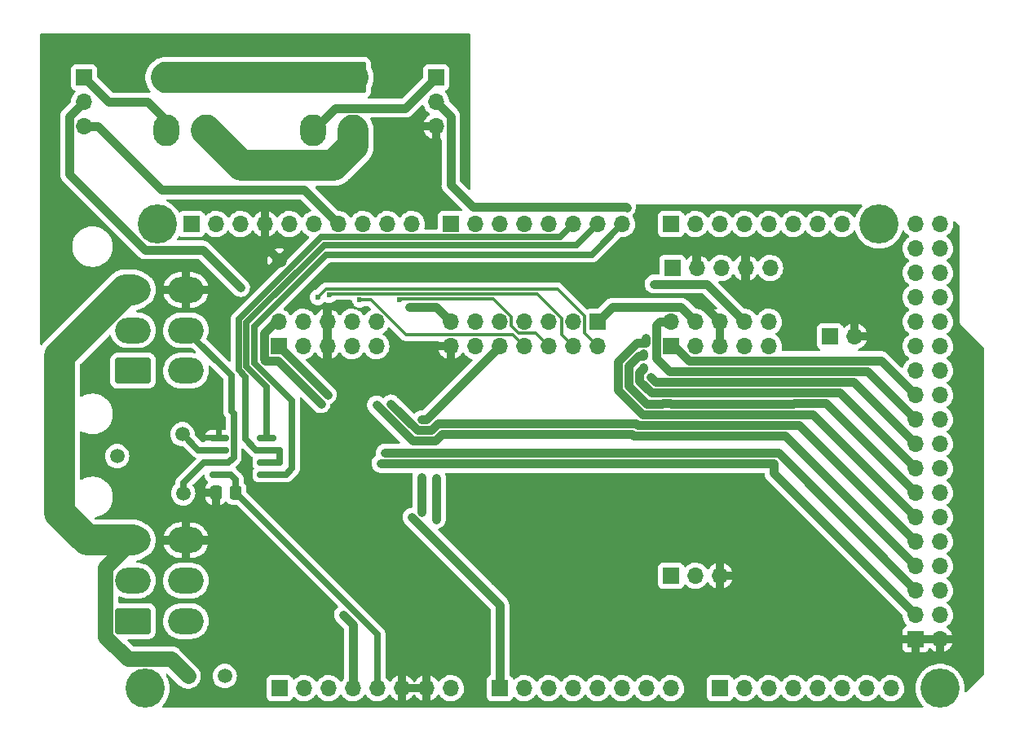
<source format=gbr>
%TF.GenerationSoftware,KiCad,Pcbnew,(6.0.9)*%
%TF.CreationDate,2023-01-21T17:33:27-09:00*%
%TF.ProjectId,CONTROLLER_Standby Instrument,434f4e54-524f-44c4-9c45-525f5374616e,rev?*%
%TF.SameCoordinates,Original*%
%TF.FileFunction,Copper,L1,Top*%
%TF.FilePolarity,Positive*%
%FSLAX46Y46*%
G04 Gerber Fmt 4.6, Leading zero omitted, Abs format (unit mm)*
G04 Created by KiCad (PCBNEW (6.0.9)) date 2023-01-21 17:33:27*
%MOMM*%
%LPD*%
G01*
G04 APERTURE LIST*
G04 Aperture macros list*
%AMRoundRect*
0 Rectangle with rounded corners*
0 $1 Rounding radius*
0 $2 $3 $4 $5 $6 $7 $8 $9 X,Y pos of 4 corners*
0 Add a 4 corners polygon primitive as box body*
4,1,4,$2,$3,$4,$5,$6,$7,$8,$9,$2,$3,0*
0 Add four circle primitives for the rounded corners*
1,1,$1+$1,$2,$3*
1,1,$1+$1,$4,$5*
1,1,$1+$1,$6,$7*
1,1,$1+$1,$8,$9*
0 Add four rect primitives between the rounded corners*
20,1,$1+$1,$2,$3,$4,$5,0*
20,1,$1+$1,$4,$5,$6,$7,0*
20,1,$1+$1,$6,$7,$8,$9,0*
20,1,$1+$1,$8,$9,$2,$3,0*%
G04 Aperture macros list end*
%TA.AperFunction,ComponentPad*%
%ADD10RoundRect,0.250001X1.599999X-1.099999X1.599999X1.099999X-1.599999X1.099999X-1.599999X-1.099999X0*%
%TD*%
%TA.AperFunction,ComponentPad*%
%ADD11O,3.700000X2.700000*%
%TD*%
%TA.AperFunction,SMDPad,CuDef*%
%ADD12RoundRect,0.250000X0.337500X0.475000X-0.337500X0.475000X-0.337500X-0.475000X0.337500X-0.475000X0*%
%TD*%
%TA.AperFunction,ComponentPad*%
%ADD13RoundRect,0.250001X1.099999X1.399999X-1.099999X1.399999X-1.099999X-1.399999X1.099999X-1.399999X0*%
%TD*%
%TA.AperFunction,ComponentPad*%
%ADD14O,2.700000X3.300000*%
%TD*%
%TA.AperFunction,ComponentPad*%
%ADD15O,1.700000X1.700000*%
%TD*%
%TA.AperFunction,ComponentPad*%
%ADD16R,1.700000X1.700000*%
%TD*%
%TA.AperFunction,ComponentPad*%
%ADD17C,4.064000*%
%TD*%
%TA.AperFunction,ComponentPad*%
%ADD18C,1.500000*%
%TD*%
%TA.AperFunction,SMDPad,CuDef*%
%ADD19RoundRect,0.150000X0.825000X0.150000X-0.825000X0.150000X-0.825000X-0.150000X0.825000X-0.150000X0*%
%TD*%
%TA.AperFunction,ViaPad*%
%ADD20C,0.600000*%
%TD*%
%TA.AperFunction,Conductor*%
%ADD21C,0.914400*%
%TD*%
%TA.AperFunction,Conductor*%
%ADD22C,0.635000*%
%TD*%
%TA.AperFunction,Conductor*%
%ADD23C,3.251200*%
%TD*%
%TA.AperFunction,Conductor*%
%ADD24C,1.625600*%
%TD*%
%TA.AperFunction,Conductor*%
%ADD25C,0.304800*%
%TD*%
G04 APERTURE END LIST*
D10*
%TO.P,J2,1*%
%TO.N,/+12V_SUPPLY*%
X10160000Y9525000D03*
D11*
%TO.P,J2,2*%
%TO.N,/+5V_SUPPLY*%
X10160000Y13725000D03*
%TO.P,J2,3*%
%TO.N,/+3.3V_SUPPLY*%
X10160000Y17925000D03*
%TO.P,J2,4*%
%TO.N,/BUS-A*%
X15660000Y9525000D03*
%TO.P,J2,5*%
%TO.N,/BUS-B*%
X15660000Y13725000D03*
%TO.P,J2,6*%
%TO.N,GND*%
X15660000Y17925000D03*
%TD*%
D10*
%TO.P,J1,1*%
%TO.N,/+12V_SUPPLY*%
X10160000Y35560000D03*
D11*
%TO.P,J1,2*%
%TO.N,/+5V_SUPPLY*%
X10160000Y39760000D03*
%TO.P,J1,3*%
%TO.N,/+3.3V_SUPPLY*%
X10160000Y43960000D03*
%TO.P,J1,4*%
%TO.N,/BUS-A*%
X15660000Y35560000D03*
%TO.P,J1,5*%
%TO.N,/BUS-B*%
X15660000Y39760000D03*
%TO.P,J1,6*%
%TO.N,GND*%
X15660000Y43960000D03*
%TD*%
D12*
%TO.P,C1,1*%
%TO.N,+5V*%
X20849500Y22860000D03*
%TO.P,C1,2*%
%TO.N,GND*%
X18774500Y22860000D03*
%TD*%
D13*
%TO.P,J4,1*%
%TO.N,/LED+5V*%
X33020000Y66040000D03*
D14*
%TO.P,J4,2*%
X28820000Y66040000D03*
%TO.P,J4,3*%
%TO.N,/LEDGND*%
X33020000Y60540000D03*
%TO.P,J4,4*%
%TO.N,/DATAOUT*%
X28820000Y60540000D03*
%TD*%
D13*
%TO.P,J3,1*%
%TO.N,/LED+5V*%
X17780000Y66040000D03*
D14*
%TO.P,J3,2*%
X13580000Y66040000D03*
%TO.P,J3,3*%
%TO.N,/LEDGND*%
X17780000Y60540000D03*
%TO.P,J3,4*%
%TO.N,/DATAIN*%
X13580000Y60540000D03*
%TD*%
D15*
%TO.P,JP2,3*%
%TO.N,GND*%
X41656000Y60960000D03*
%TO.P,JP2,2*%
%TO.N,/LED_DOUT*%
X41656000Y63500000D03*
D16*
%TO.P,JP2,1*%
%TO.N,/DATAOUT*%
X41656000Y66040000D03*
%TD*%
D15*
%TO.P,JP1,3*%
%TO.N,/11(\u002A\u002A)*%
X5080000Y60960000D03*
%TO.P,JP1,2*%
%TO.N,/LED_DIN*%
X5080000Y63500000D03*
D16*
%TO.P,JP1,1*%
%TO.N,/DATAIN*%
X5080000Y66040000D03*
%TD*%
D15*
%TO.P,J10,2*%
%TO.N,GND*%
X85090000Y39116000D03*
D16*
%TO.P,J10,1*%
%TO.N,/28*%
X82550000Y39116000D03*
%TD*%
D15*
%TO.P,J9,5*%
%TO.N,/22*%
X76327000Y46228000D03*
%TO.P,J9,4*%
%TO.N,GND*%
X73787000Y46228000D03*
%TO.P,J9,3*%
%TO.N,/24*%
X71247000Y46228000D03*
%TO.P,J9,2*%
%TO.N,GND*%
X68707000Y46228000D03*
D16*
%TO.P,J9,1*%
%TO.N,/26*%
X66167000Y46228000D03*
%TD*%
D15*
%TO.P,J8,3*%
%TO.N,GND*%
X71120000Y14224000D03*
%TO.P,J8,2*%
%TO.N,/A3*%
X68580000Y14224000D03*
D16*
%TO.P,J8,1*%
%TO.N,/+5V_SUPPLY*%
X66040000Y14224000D03*
%TD*%
D15*
%TO.P,J7,10*%
%TO.N,/30*%
X76200000Y40640000D03*
%TO.P,J7,9*%
%TO.N,/32*%
X76200000Y38100000D03*
%TO.P,J7,8*%
%TO.N,/LED_DOUT*%
X73660000Y40640000D03*
%TO.P,J7,7*%
%TO.N,/+5V_SUPPLY*%
X73660000Y38100000D03*
%TO.P,J7,6*%
%TO.N,GND*%
X71120000Y40640000D03*
%TO.P,J7,5*%
X71120000Y38100000D03*
%TO.P,J7,4*%
%TO.N,/LED_DOUT2*%
X68580000Y40640000D03*
%TO.P,J7,3*%
%TO.N,/A2*%
X68580000Y38100000D03*
%TO.P,J7,2*%
%TO.N,/36*%
X66040000Y40640000D03*
D16*
%TO.P,J7,1*%
%TO.N,/34*%
X66040000Y38100000D03*
%TD*%
D15*
%TO.P,J6,14*%
%TO.N,GND*%
X43180000Y38100000D03*
%TO.P,J6,13*%
%TO.N,/LED_DOUT1*%
X43180000Y40640000D03*
%TO.P,J6,12*%
%TO.N,/+5V_SUPPLY*%
X45720000Y38100000D03*
%TO.P,J6,11*%
%TO.N,/A1*%
X45720000Y40640000D03*
%TO.P,J6,10*%
%TO.N,+3V3*%
X48260000Y38100000D03*
%TO.P,J6,9*%
%TO.N,/44*%
X48260000Y40640000D03*
%TO.P,J6,8*%
%TO.N,/13(\u002A\u002A)*%
X50800000Y38100000D03*
%TO.P,J6,7*%
%TO.N,/42*%
X50800000Y40640000D03*
%TO.P,J6,6*%
%TO.N,/12(\u002A\u002A)*%
X53340000Y38100000D03*
%TO.P,J6,5*%
%TO.N,/40*%
X53340000Y40640000D03*
%TO.P,J6,4*%
%TO.N,/SDA*%
X55880000Y38100000D03*
%TO.P,J6,3*%
%TO.N,/38*%
X55880000Y40640000D03*
%TO.P,J6,2*%
%TO.N,/SCL*%
X58420000Y38100000D03*
D16*
%TO.P,J6,1*%
%TO.N,/LED_DOUT2*%
X58420000Y40640000D03*
%TD*%
D15*
%TO.P,J5,10*%
%TO.N,/46*%
X35433000Y40640000D03*
%TO.P,J5,9*%
%TO.N,/48*%
X35433000Y38100000D03*
%TO.P,J5,8*%
%TO.N,/LED_DOUT1*%
X32893000Y40640000D03*
%TO.P,J5,7*%
%TO.N,/+5V_SUPPLY*%
X32893000Y38100000D03*
%TO.P,J5,6*%
%TO.N,GND*%
X30353000Y40640000D03*
%TO.P,J5,5*%
X30353000Y38100000D03*
%TO.P,J5,4*%
%TO.N,/LED_DIN*%
X27813000Y40640000D03*
%TO.P,J5,3*%
%TO.N,/A0*%
X27813000Y38100000D03*
%TO.P,J5,2*%
%TO.N,/52(SCK)*%
X25273000Y40640000D03*
D16*
%TO.P,J5,1*%
%TO.N,/50(MISO)*%
X25273000Y38100000D03*
%TD*%
%TO.P,P1,1*%
%TO.N,GND*%
X91440000Y7620000D03*
D15*
%TO.P,P1,2*%
X93980000Y7620000D03*
%TO.P,P1,3*%
%TO.N,/52(SCK)*%
X91440000Y10160000D03*
%TO.P,P1,4*%
%TO.N,/53(SS)*%
X93980000Y10160000D03*
%TO.P,P1,5*%
%TO.N,/50(MISO)*%
X91440000Y12700000D03*
%TO.P,P1,6*%
%TO.N,/51(MOSI)*%
X93980000Y12700000D03*
%TO.P,P1,7*%
%TO.N,/48*%
X91440000Y15240000D03*
%TO.P,P1,8*%
%TO.N,/49*%
X93980000Y15240000D03*
%TO.P,P1,9*%
%TO.N,/46*%
X91440000Y17780000D03*
%TO.P,P1,10*%
%TO.N,/47*%
X93980000Y17780000D03*
%TO.P,P1,11*%
%TO.N,/44*%
X91440000Y20320000D03*
%TO.P,P1,12*%
%TO.N,/45*%
X93980000Y20320000D03*
%TO.P,P1,13*%
%TO.N,/42*%
X91440000Y22860000D03*
%TO.P,P1,14*%
%TO.N,/43*%
X93980000Y22860000D03*
%TO.P,P1,15*%
%TO.N,/40*%
X91440000Y25400000D03*
%TO.P,P1,16*%
%TO.N,/41*%
X93980000Y25400000D03*
%TO.P,P1,17*%
%TO.N,/38*%
X91440000Y27940000D03*
%TO.P,P1,18*%
%TO.N,/39*%
X93980000Y27940000D03*
%TO.P,P1,19*%
%TO.N,/36*%
X91440000Y30480000D03*
%TO.P,P1,20*%
%TO.N,/37*%
X93980000Y30480000D03*
%TO.P,P1,21*%
%TO.N,/34*%
X91440000Y33020000D03*
%TO.P,P1,22*%
%TO.N,/35*%
X93980000Y33020000D03*
%TO.P,P1,23*%
%TO.N,/32*%
X91440000Y35560000D03*
%TO.P,P1,24*%
%TO.N,/33*%
X93980000Y35560000D03*
%TO.P,P1,25*%
%TO.N,/30*%
X91440000Y38100000D03*
%TO.P,P1,26*%
%TO.N,/31*%
X93980000Y38100000D03*
%TO.P,P1,27*%
%TO.N,/28*%
X91440000Y40640000D03*
%TO.P,P1,28*%
%TO.N,/29*%
X93980000Y40640000D03*
%TO.P,P1,29*%
%TO.N,/26*%
X91440000Y43180000D03*
%TO.P,P1,30*%
%TO.N,/27*%
X93980000Y43180000D03*
%TO.P,P1,31*%
%TO.N,/24*%
X91440000Y45720000D03*
%TO.P,P1,32*%
%TO.N,/25*%
X93980000Y45720000D03*
%TO.P,P1,33*%
%TO.N,/22*%
X91440000Y48260000D03*
%TO.P,P1,34*%
%TO.N,/23*%
X93980000Y48260000D03*
%TO.P,P1,35*%
%TO.N,+5VD*%
X91440000Y50800000D03*
%TO.P,P1,36*%
X93980000Y50800000D03*
%TD*%
D16*
%TO.P,P5,1*%
%TO.N,/SCL*%
X16256000Y50800000D03*
D15*
%TO.P,P5,2*%
%TO.N,/SDA*%
X18796000Y50800000D03*
%TO.P,P5,3*%
%TO.N,/AREF*%
X21336000Y50800000D03*
%TO.P,P5,4*%
%TO.N,GND*%
X23876000Y50800000D03*
%TO.P,P5,5*%
%TO.N,/13(\u002A\u002A)*%
X26416000Y50800000D03*
%TO.P,P5,6*%
%TO.N,/12(\u002A\u002A)*%
X28956000Y50800000D03*
%TO.P,P5,7*%
%TO.N,/11(\u002A\u002A)*%
X31496000Y50800000D03*
%TO.P,P5,8*%
%TO.N,/10(\u002A\u002A)*%
X34036000Y50800000D03*
%TO.P,P5,9*%
%TO.N,/9(\u002A\u002A)*%
X36576000Y50800000D03*
%TO.P,P5,10*%
%TO.N,/8(\u002A\u002A)*%
X39116000Y50800000D03*
%TD*%
%TO.P,P7,8*%
%TO.N,/21(SCL)*%
X83820000Y50800000D03*
%TO.P,P7,7*%
%TO.N,/20(SDA)*%
X81280000Y50800000D03*
%TO.P,P7,6*%
%TO.N,/19(Rx1)*%
X78740000Y50800000D03*
%TO.P,P7,5*%
%TO.N,/18(Tx1)*%
X76200000Y50800000D03*
%TO.P,P7,4*%
%TO.N,/17(Rx2)*%
X73660000Y50800000D03*
%TO.P,P7,3*%
%TO.N,/16(Tx2)*%
X71120000Y50800000D03*
%TO.P,P7,2*%
%TO.N,/15(Rx3)*%
X68580000Y50800000D03*
D16*
%TO.P,P7,1*%
%TO.N,/14(Tx3)*%
X66040000Y50800000D03*
%TD*%
D17*
%TO.P,MK1,1*%
%TO.N,N/C*%
X11430000Y2540000D03*
%TD*%
%TO.P,MK3,1*%
%TO.N,N/C*%
X93980000Y2540000D03*
%TD*%
%TO.P,MK4,1*%
%TO.N,N/C*%
X12700000Y50800000D03*
%TD*%
%TO.P,MK4,1*%
%TO.N,N/C*%
X87630000Y50800000D03*
%TD*%
D16*
%TO.P,P2,1*%
%TO.N,Net-(P2-Pad1)*%
X25400000Y2540000D03*
D15*
%TO.P,P2,2*%
%TO.N,/IOREF*%
X27940000Y2540000D03*
%TO.P,P2,3*%
%TO.N,/Reset*%
X30480000Y2540000D03*
%TO.P,P2,4*%
%TO.N,+3V3*%
X33020000Y2540000D03*
%TO.P,P2,5*%
%TO.N,+5V*%
X35560000Y2540000D03*
%TO.P,P2,6*%
%TO.N,GND*%
X38100000Y2540000D03*
%TO.P,P2,7*%
X40640000Y2540000D03*
%TO.P,P2,8*%
%TO.N,/+12V_SUPPLY*%
X43180000Y2540000D03*
%TD*%
D16*
%TO.P,P3,1*%
%TO.N,/A0*%
X48260000Y2540000D03*
D15*
%TO.P,P3,2*%
%TO.N,/A1*%
X50800000Y2540000D03*
%TO.P,P3,3*%
%TO.N,/A2*%
X53340000Y2540000D03*
%TO.P,P3,4*%
%TO.N,/A3*%
X55880000Y2540000D03*
%TO.P,P3,5*%
%TO.N,/A4*%
X58420000Y2540000D03*
%TO.P,P3,6*%
%TO.N,/A5*%
X60960000Y2540000D03*
%TO.P,P3,7*%
%TO.N,/A6*%
X63500000Y2540000D03*
%TO.P,P3,8*%
%TO.N,/A7*%
X66040000Y2540000D03*
%TD*%
D16*
%TO.P,P4,1*%
%TO.N,/A8*%
X71120000Y2540000D03*
D15*
%TO.P,P4,2*%
%TO.N,/A9*%
X73660000Y2540000D03*
%TO.P,P4,3*%
%TO.N,/A10*%
X76200000Y2540000D03*
%TO.P,P4,4*%
%TO.N,/A11*%
X78740000Y2540000D03*
%TO.P,P4,5*%
%TO.N,/A12*%
X81280000Y2540000D03*
%TO.P,P4,6*%
%TO.N,/A13*%
X83820000Y2540000D03*
%TO.P,P4,7*%
%TO.N,/A14*%
X86360000Y2540000D03*
%TO.P,P4,8*%
%TO.N,/A15*%
X88900000Y2540000D03*
%TD*%
%TO.P,P4,8*%
%TO.N,/0(Rx0)*%
X60960000Y50800000D03*
%TO.P,P4,7*%
%TO.N,/1(Tx0)*%
X58420000Y50800000D03*
%TO.P,P4,6*%
%TO.N,/2(\u002A\u002A)*%
X55880000Y50800000D03*
%TO.P,P4,5*%
%TO.N,/3(\u002A\u002A)*%
X53340000Y50800000D03*
%TO.P,P4,4*%
%TO.N,/4(\u002A\u002A)*%
X50800000Y50800000D03*
%TO.P,P4,3*%
%TO.N,/5(\u002A\u002A)*%
X48260000Y50800000D03*
%TO.P,P4,2*%
%TO.N,/6(\u002A\u002A)*%
X45720000Y50800000D03*
D16*
%TO.P,P4,1*%
%TO.N,/7(\u002A\u002A)*%
X43180000Y50800000D03*
%TD*%
D18*
%TO.P,TP1,1*%
%TO.N,/+12V_SUPPLY*%
X8509000Y26670000D03*
%TD*%
%TO.P,TP2,1*%
%TO.N,/+5V_SUPPLY*%
X19685000Y3810000D03*
%TD*%
%TO.P,TP3,1*%
%TO.N,/+3.3V_SUPPLY*%
X15875000Y3810000D03*
%TD*%
%TO.P,TP4,1*%
%TO.N,GND*%
X25400000Y46990000D03*
%TD*%
%TO.P,TP5,1*%
%TO.N,/BUS-A*%
X15303500Y28956000D03*
%TD*%
%TO.P,TP6,1*%
%TO.N,/BUS-B*%
X15367000Y22796500D03*
%TD*%
D19*
%TO.P,U1,1*%
%TO.N,/0(Rx0)*%
X24065000Y24765000D03*
%TO.P,U1,2*%
%TO.N,/2(\u002A\u002A)*%
X24065000Y26035000D03*
%TO.P,U1,3*%
X24065000Y27305000D03*
%TO.P,U1,4*%
%TO.N,/1(Tx0)*%
X24065000Y28575000D03*
%TO.P,U1,5*%
%TO.N,GND*%
X19115000Y28575000D03*
%TO.P,U1,6*%
%TO.N,/BUS-A*%
X19115000Y27305000D03*
%TO.P,U1,7*%
%TO.N,/BUS-B*%
X19115000Y26035000D03*
%TO.P,U1,8*%
%TO.N,+5V*%
X19115000Y24765000D03*
%TD*%
D20*
%TO.N,GND*%
X44704000Y59055000D03*
X44704000Y58166000D03*
X44704000Y57277000D03*
X41656000Y57277000D03*
X41656000Y58166000D03*
X41656000Y58928000D03*
%TO.N,+3V3*%
X32004000Y10160000D03*
X40132000Y30480000D03*
X40132000Y24511000D03*
X40230408Y20781604D03*
%TO.N,/52(SCK)*%
X35941000Y25908000D03*
X29691994Y32104994D03*
%TO.N,/50(MISO)*%
X36420411Y27022411D03*
X30353000Y33020000D03*
%TO.N,/48*%
X35433000Y32004000D03*
%TO.N,/46*%
X36940201Y32114201D03*
%TO.N,/44*%
X63373000Y38989000D03*
%TO.N,/42*%
X63119000Y37338000D03*
%TO.N,/40*%
X63119000Y35941000D03*
%TO.N,/38*%
X63881000Y34925000D03*
%TO.N,/A0*%
X39116000Y20320000D03*
%TO.N,/A1*%
X41672799Y24400799D03*
X41672799Y20082799D03*
%TO.N,/SCL*%
X29337000Y43180000D03*
%TO.N,/SDA*%
X30546127Y43416590D03*
%TO.N,/13(\u002A\u002A)*%
X33716268Y42911779D03*
%TO.N,/12(\u002A\u002A)*%
X37810422Y42911779D03*
%TO.N,/LED_DOUT1*%
X38845201Y42147201D03*
%TO.N,/LED_DIN*%
X21336000Y44196000D03*
%TO.N,/LED_DOUT*%
X61423519Y52533519D03*
X64262000Y44577004D03*
%TD*%
D21*
%TO.N,GND*%
X71120000Y40640000D02*
X69596000Y42164000D01*
D22*
%TO.N,+5V*%
X35560000Y8137000D02*
X20837000Y22860000D01*
X35560000Y2540000D02*
X35560000Y8137000D01*
X20837000Y22860000D02*
X20837000Y24248000D01*
X20320000Y24765000D02*
X19115000Y24765000D01*
X20837000Y24248000D02*
X20320000Y24765000D01*
D21*
%TO.N,+3V3*%
X33020000Y9144000D02*
X32004000Y10160000D01*
X33020000Y2540000D02*
X33020000Y9144000D01*
X40132000Y20880012D02*
X40132000Y24511000D01*
X40640000Y30480000D02*
X48260000Y38100000D01*
X40132000Y30480000D02*
X40640000Y30480000D01*
D23*
%TO.N,/+3.3V_SUPPLY*%
X5390110Y17925000D02*
X10160000Y17925000D01*
X2534399Y20780711D02*
X5390110Y17925000D01*
X2534399Y37125389D02*
X2534399Y20780711D01*
X9369010Y43960000D02*
X2534399Y37125389D01*
X10160000Y43960000D02*
X9369010Y43960000D01*
D24*
X14100199Y5584801D02*
X15875000Y3810000D01*
X9614317Y5584801D02*
X14100199Y5584801D01*
X7297190Y7901928D02*
X9614317Y5584801D01*
X7297190Y15062190D02*
X7297190Y7901928D01*
X10160000Y17925000D02*
X7297190Y15062190D01*
D21*
%TO.N,/52(SCK)*%
X76708000Y25908000D02*
X76708000Y24892000D01*
X76708000Y24892000D02*
X91440000Y10160000D01*
X35940997Y25908003D02*
X35941000Y25908000D01*
X25204189Y36592799D02*
X29691994Y32104994D01*
X23897239Y36592799D02*
X25204189Y36592799D01*
X23765799Y36724239D02*
X23897239Y36592799D01*
X35888985Y25908003D02*
X35940997Y25908003D01*
X23765799Y39475761D02*
X23765799Y36724239D01*
X24930038Y40640000D02*
X23765799Y39475761D01*
X35941000Y25908000D02*
X35941000Y25908000D01*
X25273000Y40640000D02*
X24930038Y40640000D01*
X35941000Y25908000D02*
X76708000Y25908000D01*
%TO.N,/50(MISO)*%
X25273000Y38100000D02*
X30353000Y33020000D01*
X36350589Y27022411D02*
X36420411Y27022411D01*
X77169604Y27022411D02*
X91440000Y12752015D01*
X91440000Y12752015D02*
X91440000Y12700000D01*
X36420411Y27022411D02*
X77169604Y27022411D01*
%TO.N,/48*%
X77888074Y28791926D02*
X91440000Y15240000D01*
X62134010Y28791926D02*
X77888074Y28791926D01*
X61969936Y28956000D02*
X62134010Y28791926D01*
X42268026Y28956000D02*
X61969936Y28956000D01*
X41563206Y28251180D02*
X42268026Y28956000D01*
X35433000Y32004000D02*
X35433000Y32004000D01*
X39185820Y28251180D02*
X41563206Y28251180D01*
X35433000Y32004000D02*
X39185820Y28251180D01*
%TO.N,/46*%
X79313664Y29906336D02*
X91440000Y17780000D01*
X62595610Y29906339D02*
X65086919Y29906339D01*
X62402949Y30099000D02*
X62595610Y29906339D01*
X41835012Y30099000D02*
X62402949Y30099000D01*
X41101603Y29365590D02*
X41835012Y30099000D01*
X39670397Y29365590D02*
X41101603Y29365590D01*
X65086922Y29906336D02*
X79313664Y29906336D01*
X36940201Y32095786D02*
X39670397Y29365590D01*
X65086919Y29906339D02*
X65086922Y29906336D01*
X36940201Y32114201D02*
X36940201Y32095786D01*
%TO.N,/44*%
X65548525Y31020746D02*
X80739254Y31020746D01*
X65548522Y31020749D02*
X65548525Y31020746D01*
X80739254Y31020746D02*
X81153000Y30607000D01*
X63057213Y31020749D02*
X65548522Y31020749D01*
X81153000Y30607000D02*
X91440000Y20320000D01*
X60537772Y36511798D02*
X60537772Y33540190D01*
X62478384Y38452410D02*
X60537772Y36511798D01*
X63373000Y38452410D02*
X62478384Y38452410D01*
X60537772Y33540190D02*
X63057213Y31020749D01*
X63373000Y38989000D02*
X63373000Y38452410D01*
%TO.N,/42*%
X78769872Y32135156D02*
X78794306Y32159590D01*
X66010128Y32135156D02*
X78769872Y32135156D01*
X65985694Y32159590D02*
X66010128Y32135156D01*
X65153465Y32159590D02*
X65985694Y32159590D01*
X65129034Y32135159D02*
X65153465Y32159590D01*
X63518816Y32135159D02*
X65129034Y32135159D01*
X82140410Y32159590D02*
X91440000Y22860000D01*
X61652182Y34001793D02*
X63518816Y32135159D01*
X61652182Y36050195D02*
X61652182Y34001793D01*
X62657397Y37055410D02*
X61652182Y36050195D01*
X63119000Y37055410D02*
X62657397Y37055410D01*
X78794306Y32159590D02*
X82140410Y32159590D01*
X63119000Y37338000D02*
X63119000Y37055410D01*
%TO.N,/40*%
X63980419Y33249569D02*
X64667431Y33249569D01*
X62766592Y34463396D02*
X63980419Y33249569D01*
X62766592Y35386604D02*
X62766592Y34463396D01*
X63119000Y35739012D02*
X62766592Y35386604D01*
X63119000Y35941000D02*
X63119000Y35739012D01*
X64691862Y33274000D02*
X66447297Y33274000D01*
X64667431Y33249569D02*
X64691862Y33274000D01*
X78308269Y33249566D02*
X78332703Y33274000D01*
X66471731Y33249566D02*
X78308269Y33249566D01*
X66447297Y33274000D02*
X66471731Y33249566D01*
X83566000Y33274000D02*
X91440000Y25400000D01*
X78332703Y33274000D02*
X83566000Y33274000D01*
%TO.N,/38*%
X84991589Y34388411D02*
X91440000Y27940000D01*
X66908901Y34388411D02*
X66933335Y34363977D01*
X77871099Y34388411D02*
X84991589Y34388411D01*
X77846665Y34363977D02*
X77871099Y34388411D01*
X64417589Y34388411D02*
X66908901Y34388411D01*
X63881000Y34925000D02*
X64417589Y34388411D01*
X66933335Y34363977D02*
X77846665Y34363977D01*
%TO.N,/36*%
X64532799Y36865215D02*
X65895192Y35502822D01*
X77385061Y35478388D02*
X77409495Y35502822D01*
X67394939Y35478388D02*
X77385061Y35478388D01*
X64532799Y40334880D02*
X64532799Y36865215D01*
X86417178Y35502822D02*
X91440000Y30480000D01*
X77409495Y35502822D02*
X86417178Y35502822D01*
X67370505Y35502822D02*
X67394939Y35478388D01*
X64837919Y40640000D02*
X64532799Y40334880D01*
X65895192Y35502822D02*
X67370505Y35502822D01*
X66040000Y40640000D02*
X64837919Y40640000D01*
%TO.N,/34*%
X66040000Y38100000D02*
X66349342Y38100000D01*
X66349342Y38100000D02*
X67856543Y36592799D01*
X67856543Y36592799D02*
X76923457Y36592799D01*
X87842767Y36617233D02*
X91440000Y33020000D01*
X76947891Y36617233D02*
X87842767Y36617233D01*
X76923457Y36592799D02*
X76947891Y36617233D01*
%TO.N,/A0*%
X48260000Y11176000D02*
X48260000Y2540000D01*
X39116000Y20320000D02*
X48260000Y11176000D01*
%TO.N,/A1*%
X41672799Y24400799D02*
X41672799Y20082799D01*
D25*
%TO.N,/SCL*%
X29343983Y43180000D02*
X29337000Y43180000D01*
X30232974Y44068991D02*
X29343983Y43180000D01*
X57082401Y41217153D02*
X54230563Y44068991D01*
X54230563Y44068991D02*
X30232974Y44068991D01*
X58420000Y38100000D02*
X57082401Y39437599D01*
X57082401Y39437599D02*
X57082401Y41217153D01*
X29337000Y43180000D02*
X29337000Y43180000D01*
%TO.N,/SDA*%
X30693726Y43564189D02*
X30546127Y43416590D01*
X55880000Y38100000D02*
X54677599Y39302401D01*
X54677599Y39302401D02*
X54677599Y41003845D01*
X54677599Y41003845D02*
X52117255Y43564189D01*
X52117255Y43564189D02*
X30693726Y43564189D01*
%TO.N,/13(\u002A\u002A)*%
X38511910Y39302401D02*
X34902532Y42911779D01*
X34902532Y42911779D02*
X33716268Y42911779D01*
X49597599Y39302401D02*
X38511910Y39302401D01*
X50800000Y38100000D02*
X49597599Y39302401D01*
%TO.N,/12(\u002A\u002A)*%
X49462401Y40198045D02*
X49462401Y41187133D01*
X53340000Y38100000D02*
X52002401Y39437599D01*
X49462401Y41187133D02*
X47610755Y43038779D01*
X47610755Y43038779D02*
X37937422Y43038779D01*
X52002401Y39437599D02*
X50222847Y39437599D01*
X50222847Y39437599D02*
X49462401Y40198045D01*
X37937422Y43038779D02*
X37810422Y42911779D01*
D21*
%TO.N,/11(\u002A\u002A)*%
X27940000Y54356000D02*
X31496000Y50800000D01*
X13124018Y54356000D02*
X27940000Y54356000D01*
X6520018Y60960000D02*
X13124018Y54356000D01*
X5080000Y60960000D02*
X6520018Y60960000D01*
D22*
%TO.N,/2(\u002A\u002A)*%
X24065000Y26035000D02*
X25400000Y26035000D01*
X25400000Y26035000D02*
X25400000Y27305000D01*
X25400000Y27305000D02*
X24065000Y27305000D01*
X21824978Y34924846D02*
X21121066Y35628757D01*
X22949117Y27305000D02*
X21824978Y28429139D01*
X29679831Y49432499D02*
X54512499Y49432499D01*
X21121066Y40873734D02*
X29679831Y49432499D01*
X21121066Y35628757D02*
X21121066Y40873734D01*
X24065000Y27305000D02*
X22949117Y27305000D01*
X21824978Y28429139D02*
X21824978Y34924846D01*
X54512499Y49432499D02*
X55880000Y50800000D01*
%TO.N,/1(Tx0)*%
X56217488Y48597488D02*
X58420000Y50800000D01*
X47922512Y48597488D02*
X56217488Y48597488D01*
X47873375Y48597488D02*
X47922512Y48597488D01*
X21956077Y40527862D02*
X30025703Y48597488D01*
X24065000Y33865706D02*
X21956077Y35974629D01*
X24065000Y28575000D02*
X24065000Y33865706D01*
X21956077Y35974629D02*
X21956077Y40527862D01*
X30025703Y48597488D02*
X47922512Y48597488D01*
%TO.N,/0(Rx0)*%
X22791088Y36320501D02*
X22791088Y40181990D01*
X30234098Y47625000D02*
X57785000Y47625000D01*
X26035000Y24765000D02*
X26670000Y25400000D01*
X26670000Y25400000D02*
X26670000Y32441590D01*
X24065000Y24765000D02*
X26035000Y24765000D01*
X26670000Y32441590D02*
X22791088Y36320501D01*
X57785000Y47625000D02*
X60960000Y50800000D01*
X22791088Y40181990D02*
X30234098Y47625000D01*
%TO.N,/BUS-A*%
X16954500Y27305000D02*
X19115000Y27305000D01*
X15303500Y28956000D02*
X16954500Y27305000D01*
X15303500Y35203500D02*
X15660000Y35560000D01*
%TO.N,/BUS-B*%
X17544840Y26035000D02*
X19115000Y26035000D01*
X15367000Y23857160D02*
X17544840Y26035000D01*
X15367000Y22796500D02*
X15367000Y23857160D01*
X20354967Y31347384D02*
X20354967Y35065033D01*
X20607510Y26552510D02*
X20607510Y31094841D01*
X20090000Y26035000D02*
X20607510Y26552510D01*
X19115000Y26035000D02*
X20090000Y26035000D01*
X20607510Y31094841D02*
X20354967Y31347384D01*
X20354967Y35065033D02*
X15660000Y39760000D01*
D21*
%TO.N,/LED_DOUT1*%
X41672799Y42147201D02*
X43180000Y40640000D01*
X38845201Y42147201D02*
X41672799Y42147201D01*
%TO.N,/LED_DIN*%
X17421201Y48110799D02*
X21336000Y44196000D01*
X11409183Y48110799D02*
X17421201Y48110799D01*
X3572799Y55947183D02*
X11409183Y48110799D01*
X3572799Y61992799D02*
X3572799Y55947183D01*
X5080000Y63500000D02*
X3572799Y61992799D01*
%TO.N,/LED_DOUT2*%
X67072799Y42147201D02*
X68580000Y40640000D01*
X59927201Y42147201D02*
X67072799Y42147201D01*
X58420000Y40640000D02*
X59927201Y42147201D01*
%TO.N,/LED_DOUT*%
X43163201Y54861298D02*
X43163201Y61992799D01*
X45416709Y52607790D02*
X43163201Y54861298D01*
X43163201Y61992799D02*
X41656000Y63500000D01*
X61349248Y52607790D02*
X45416709Y52607790D01*
X61423519Y52533519D02*
X61349248Y52607790D01*
X73660000Y40640000D02*
X69722996Y44577004D01*
X69722996Y44577004D02*
X64262000Y44577004D01*
%TO.N,/DATAIN*%
X13580000Y60540000D02*
X13580000Y61604000D01*
X13580000Y61604000D02*
X11684000Y63500000D01*
X7620000Y63500000D02*
X5080000Y66040000D01*
X11684000Y63500000D02*
X7620000Y63500000D01*
%TO.N,/DATAOUT*%
X38463210Y62847210D02*
X41656000Y66040000D01*
X31127210Y62847210D02*
X38463210Y62847210D01*
X28820000Y60540000D02*
X31127210Y62847210D01*
D23*
%TO.N,/LEDGND*%
X33020000Y58928000D02*
X33020000Y60540000D01*
X30988000Y56896000D02*
X33020000Y58928000D01*
X21424000Y56896000D02*
X30988000Y56896000D01*
X17780000Y60540000D02*
X21424000Y56896000D01*
%TO.N,/LED+5V*%
X17780000Y66040000D02*
X28820000Y66040000D01*
X33020000Y66040000D02*
X28820000Y66040000D01*
X17780000Y66040000D02*
X13580000Y66040000D01*
%TD*%
%TA.AperFunction,Conductor*%
%TO.N,GND*%
G36*
X45153621Y70591498D02*
G01*
X45200114Y70537842D01*
X45211500Y70485500D01*
X45211500Y54482895D01*
X45191498Y54414774D01*
X45137842Y54368281D01*
X45067568Y54358177D01*
X45002988Y54387671D01*
X44996405Y54393800D01*
X44165806Y55224399D01*
X44131780Y55286711D01*
X44128901Y55313494D01*
X44128901Y61977159D01*
X44128950Y61980677D01*
X44131096Y62057508D01*
X44131096Y62057510D01*
X44131274Y62063890D01*
X44127052Y62087832D01*
X44121191Y62121075D01*
X44119922Y62130221D01*
X44114700Y62181634D01*
X44114699Y62181637D01*
X44114055Y62187981D01*
X44105835Y62214212D01*
X44101983Y62230010D01*
X44100560Y62238079D01*
X44097207Y62257096D01*
X44075829Y62311089D01*
X44072757Y62319763D01*
X44055387Y62375191D01*
X44052290Y62380778D01*
X44052288Y62380783D01*
X44042056Y62399241D01*
X44035109Y62413937D01*
X44024985Y62439506D01*
X44009958Y62462471D01*
X43993191Y62488093D01*
X43988421Y62496000D01*
X43985174Y62501859D01*
X43969520Y62530099D01*
X43963368Y62541198D01*
X43963366Y62541201D01*
X43960274Y62546779D01*
X43942381Y62567656D01*
X43932621Y62580656D01*
X43925748Y62591159D01*
X43917562Y62603668D01*
X43913252Y62608454D01*
X43875816Y62645890D01*
X43869243Y62652987D01*
X43836755Y62690892D01*
X43836752Y62690894D01*
X43832601Y62695738D01*
X43809291Y62713819D01*
X43797422Y62724284D01*
X43051621Y63470085D01*
X43017595Y63532397D01*
X43015140Y63548855D01*
X43007040Y63647377D01*
X43000852Y63722639D01*
X42946431Y63939298D01*
X42857354Y64144160D01*
X42749400Y64311032D01*
X42738822Y64327383D01*
X42738820Y64327386D01*
X42736014Y64331723D01*
X42721815Y64347328D01*
X42588798Y64493512D01*
X42557746Y64557358D01*
X42566141Y64627857D01*
X42611317Y64682625D01*
X42637761Y64696294D01*
X42744297Y64736233D01*
X42752705Y64739385D01*
X42869261Y64826739D01*
X42956615Y64943295D01*
X43007745Y65079684D01*
X43014500Y65141866D01*
X43014500Y66938134D01*
X43007745Y67000316D01*
X42956615Y67136705D01*
X42869261Y67253261D01*
X42752705Y67340615D01*
X42616316Y67391745D01*
X42554134Y67398500D01*
X40757866Y67398500D01*
X40695684Y67391745D01*
X40559295Y67340615D01*
X40442739Y67253261D01*
X40355385Y67136705D01*
X40304255Y67000316D01*
X40297500Y66938134D01*
X40297500Y66099396D01*
X40277498Y66031275D01*
X40260595Y66010301D01*
X38100109Y63849815D01*
X38037797Y63815789D01*
X38011014Y63812910D01*
X34666369Y63812910D01*
X34598248Y63832912D01*
X34551755Y63886568D01*
X34541651Y63956842D01*
X34571145Y64021422D01*
X34588106Y64037657D01*
X34588119Y64037668D01*
X34594348Y64041522D01*
X34719305Y64166697D01*
X34723216Y64173042D01*
X34808275Y64311032D01*
X34808276Y64311034D01*
X34812115Y64317262D01*
X34843236Y64411088D01*
X34865632Y64478611D01*
X34865632Y64478613D01*
X34867797Y64485139D01*
X34878500Y64589600D01*
X34878500Y64952782D01*
X34897068Y65018618D01*
X34913428Y65045315D01*
X34913429Y65045317D01*
X34915667Y65048969D01*
X34932599Y65087540D01*
X35030901Y65311481D01*
X35032626Y65315410D01*
X35037517Y65332578D01*
X35111167Y65591131D01*
X35112343Y65595259D01*
X35153342Y65883337D01*
X35153460Y65905686D01*
X35154844Y66170028D01*
X35154844Y66170035D01*
X35154866Y66174314D01*
X35116885Y66462806D01*
X35040103Y66743474D01*
X34958531Y66934717D01*
X34927626Y67007173D01*
X34927624Y67007177D01*
X34925940Y67011125D01*
X34896384Y67060510D01*
X34878500Y67125216D01*
X34878500Y67490400D01*
X34867526Y67596165D01*
X34811550Y67763945D01*
X34718478Y67914348D01*
X34593303Y68039305D01*
X34442738Y68132115D01*
X34362995Y68158564D01*
X34281389Y68185632D01*
X34281387Y68185632D01*
X34274861Y68187797D01*
X34268025Y68188497D01*
X34268022Y68188498D01*
X34224969Y68192909D01*
X34170400Y68198500D01*
X31869600Y68198500D01*
X31866354Y68198163D01*
X31866350Y68198163D01*
X31770693Y68188238D01*
X31770689Y68188237D01*
X31763835Y68187526D01*
X31757301Y68185346D01*
X31757296Y68185345D01*
X31743003Y68180576D01*
X31703127Y68174100D01*
X29137945Y68174100D01*
X29113580Y68176478D01*
X29051575Y68188699D01*
X29047100Y68189581D01*
X29042543Y68189808D01*
X29042542Y68189808D01*
X28782292Y68202764D01*
X28782286Y68202764D01*
X28777723Y68202991D01*
X28509231Y68177375D01*
X28504790Y68176288D01*
X28502281Y68175864D01*
X28481270Y68174100D01*
X19096507Y68174100D01*
X19056840Y68180507D01*
X19041389Y68185632D01*
X19041387Y68185632D01*
X19034861Y68187797D01*
X19028025Y68188497D01*
X19028022Y68188498D01*
X18984969Y68192909D01*
X18930400Y68198500D01*
X16629600Y68198500D01*
X16626354Y68198163D01*
X16626350Y68198163D01*
X16530693Y68188238D01*
X16530689Y68188237D01*
X16523835Y68187526D01*
X16517301Y68185346D01*
X16517296Y68185345D01*
X16503003Y68180576D01*
X16463127Y68174100D01*
X13897945Y68174100D01*
X13873580Y68176478D01*
X13811575Y68188699D01*
X13807100Y68189581D01*
X13802543Y68189808D01*
X13802542Y68189808D01*
X13542292Y68202764D01*
X13542286Y68202764D01*
X13537723Y68202991D01*
X13269231Y68177375D01*
X13264797Y68176290D01*
X13264791Y68176289D01*
X13011688Y68114355D01*
X13007250Y68113269D01*
X13003023Y68111557D01*
X13003014Y68111554D01*
X12772291Y68018101D01*
X12767049Y68016112D01*
X12734507Y68004588D01*
X12730466Y68003157D01*
X12726657Y68001191D01*
X12546335Y67908120D01*
X12471895Y67869699D01*
X12468394Y67867238D01*
X12468390Y67867236D01*
X12352862Y67786041D01*
X12233829Y67702383D01*
X12020673Y67504306D01*
X11836371Y67279133D01*
X11684333Y67031031D01*
X11567374Y66764590D01*
X11566198Y66760462D01*
X11566197Y66760459D01*
X11561359Y66743474D01*
X11487657Y66484741D01*
X11446658Y66196663D01*
X11446636Y66192374D01*
X11446635Y66192367D01*
X11445156Y65909972D01*
X11445134Y65905686D01*
X11483115Y65617194D01*
X11559897Y65336526D01*
X11561581Y65332578D01*
X11669450Y65079684D01*
X11674060Y65068875D01*
X11823490Y64819194D01*
X11933804Y64681500D01*
X11950398Y64660787D01*
X11977380Y64595117D01*
X11964575Y64525285D01*
X11916048Y64473461D01*
X11842398Y64456377D01*
X11828477Y64457448D01*
X11812378Y64459740D01*
X11790207Y64464372D01*
X11790208Y64464372D01*
X11785464Y64465363D01*
X11779033Y64465700D01*
X11726081Y64465700D01*
X11716415Y64466071D01*
X11666644Y64469901D01*
X11666640Y64469901D01*
X11660284Y64470390D01*
X11638201Y64467600D01*
X11631027Y64466694D01*
X11615235Y64465700D01*
X8072196Y64465700D01*
X8004075Y64485702D01*
X7983101Y64502605D01*
X6475405Y66010301D01*
X6441379Y66072613D01*
X6438500Y66099396D01*
X6438500Y66938134D01*
X6431745Y67000316D01*
X6380615Y67136705D01*
X6293261Y67253261D01*
X6176705Y67340615D01*
X6040316Y67391745D01*
X5978134Y67398500D01*
X4181866Y67398500D01*
X4119684Y67391745D01*
X3983295Y67340615D01*
X3866739Y67253261D01*
X3779385Y67136705D01*
X3728255Y67000316D01*
X3721500Y66938134D01*
X3721500Y65141866D01*
X3728255Y65079684D01*
X3779385Y64943295D01*
X3866739Y64826739D01*
X3983295Y64739385D01*
X3991704Y64736233D01*
X3991705Y64736232D01*
X4100451Y64695465D01*
X4157216Y64652824D01*
X4181916Y64586262D01*
X4166709Y64516913D01*
X4147316Y64490432D01*
X4020629Y64357862D01*
X4017715Y64353590D01*
X4017714Y64353589D01*
X3988684Y64311032D01*
X3894743Y64173320D01*
X3879003Y64139410D01*
X3824235Y64021422D01*
X3800688Y63970695D01*
X3740989Y63755430D01*
X3724547Y63601571D01*
X3718348Y63543568D01*
X3691220Y63477958D01*
X3682156Y63467862D01*
X2901009Y62686715D01*
X2898487Y62684262D01*
X2842635Y62631446D01*
X2842631Y62631441D01*
X2837999Y62627061D01*
X2824970Y62608454D01*
X2804699Y62579505D01*
X2799131Y62572142D01*
X2791577Y62562880D01*
X2762429Y62527140D01*
X2759473Y62521485D01*
X2759470Y62521481D01*
X2749691Y62502775D01*
X2741242Y62488878D01*
X2725471Y62466355D01*
X2713853Y62439506D01*
X2702411Y62413065D01*
X2698434Y62404728D01*
X2671536Y62353278D01*
X2669778Y62347146D01*
X2663956Y62326842D01*
X2658475Y62311534D01*
X2647556Y62286303D01*
X2635966Y62230826D01*
X2635684Y62229475D01*
X2633466Y62220511D01*
X2617460Y62164692D01*
X2616971Y62158332D01*
X2616970Y62158328D01*
X2615351Y62137279D01*
X2613059Y62121177D01*
X2607436Y62094263D01*
X2607099Y62087832D01*
X2607099Y62034880D01*
X2606728Y62025214D01*
X2603667Y61985426D01*
X2602409Y61969083D01*
X2603209Y61962751D01*
X2606105Y61939826D01*
X2607099Y61924034D01*
X2607099Y55962823D01*
X2607050Y55959306D01*
X2604726Y55876092D01*
X2605835Y55869803D01*
X2614809Y55818907D01*
X2616078Y55809761D01*
X2621945Y55752001D01*
X2623853Y55745913D01*
X2623853Y55745912D01*
X2630165Y55725771D01*
X2634017Y55709972D01*
X2638793Y55682886D01*
X2641142Y55676954D01*
X2641142Y55676953D01*
X2660168Y55628901D01*
X2663243Y55620219D01*
X2680613Y55564791D01*
X2683710Y55559204D01*
X2683712Y55559199D01*
X2693944Y55540741D01*
X2700891Y55526045D01*
X2711015Y55500476D01*
X2735983Y55462321D01*
X2742809Y55451889D01*
X2747573Y55443992D01*
X2775726Y55393203D01*
X2779877Y55388360D01*
X2793619Y55372326D01*
X2803379Y55359326D01*
X2818438Y55336314D01*
X2822748Y55331528D01*
X2860184Y55294092D01*
X2866757Y55286995D01*
X2903399Y55244244D01*
X2920285Y55231146D01*
X2926709Y55226163D01*
X2938578Y55215698D01*
X10715267Y47439009D01*
X10717720Y47436487D01*
X10769726Y47381493D01*
X10774921Y47375999D01*
X10822507Y47342679D01*
X10829849Y47337125D01*
X10836267Y47331891D01*
X10869895Y47304464D01*
X10869898Y47304462D01*
X10874843Y47300429D01*
X10899015Y47287792D01*
X10899205Y47287693D01*
X10913102Y47279244D01*
X10935627Y47263471D01*
X10949377Y47257521D01*
X10988918Y47240410D01*
X10997252Y47236435D01*
X11048705Y47209536D01*
X11054833Y47207779D01*
X11054840Y47207776D01*
X11075139Y47201956D01*
X11090441Y47196477D01*
X11115679Y47185556D01*
X11172515Y47173682D01*
X11181476Y47171464D01*
X11231148Y47157221D01*
X11231152Y47157220D01*
X11237291Y47155460D01*
X11243657Y47154970D01*
X11243658Y47154970D01*
X11264702Y47153351D01*
X11280804Y47151059D01*
X11300620Y47146919D01*
X11307719Y47145436D01*
X11314150Y47145099D01*
X11367091Y47145099D01*
X11376758Y47144728D01*
X11426540Y47140897D01*
X11426543Y47140897D01*
X11432899Y47140408D01*
X11462163Y47144105D01*
X11477956Y47145099D01*
X16969005Y47145099D01*
X17037126Y47125097D01*
X17058100Y47108194D01*
X20687814Y43478480D01*
X20690280Y43476468D01*
X20690282Y43476467D01*
X20774513Y43407770D01*
X20801659Y43385630D01*
X20975521Y43294737D01*
X21164107Y43240661D01*
X21237554Y43235010D01*
X21353356Y43226099D01*
X21353360Y43226099D01*
X21359716Y43225610D01*
X21554355Y43250199D01*
X21560392Y43252254D01*
X21560396Y43252255D01*
X21734034Y43311365D01*
X21734036Y43311366D01*
X21740076Y43313422D01*
X21909290Y43412700D01*
X21934534Y43435430D01*
X22050339Y43539701D01*
X22050342Y43539704D01*
X22055084Y43543974D01*
X22171505Y43701884D01*
X22184347Y43729676D01*
X22251119Y43874184D01*
X22251120Y43874186D01*
X22253796Y43879978D01*
X22298596Y44070981D01*
X22301449Y44173130D01*
X22303895Y44260708D01*
X22303895Y44260711D01*
X22304073Y44267091D01*
X22270006Y44460297D01*
X22197784Y44642707D01*
X22090361Y44806869D01*
X22086052Y44811654D01*
X19913181Y46984525D01*
X24137674Y46984525D01*
X24155901Y46776196D01*
X24157804Y46765401D01*
X24211928Y46563405D01*
X24215674Y46553113D01*
X24242432Y46495731D01*
X24251751Y46485148D01*
X24257730Y46486955D01*
X24747963Y46977188D01*
X24755577Y46991132D01*
X24755446Y46992965D01*
X24751195Y46999580D01*
X24262900Y47487875D01*
X24250520Y47494635D01*
X24245521Y47490893D01*
X24215674Y47426887D01*
X24211928Y47416595D01*
X24157804Y47214599D01*
X24155901Y47203804D01*
X24137674Y46995475D01*
X24137674Y46984525D01*
X19913181Y46984525D01*
X18759457Y48138249D01*
X24895148Y48138249D01*
X24896955Y48132270D01*
X25387188Y47642037D01*
X25401132Y47634423D01*
X25402965Y47634554D01*
X25409580Y47638805D01*
X25897875Y48127100D01*
X25904635Y48139480D01*
X25900893Y48144479D01*
X25836887Y48174326D01*
X25826595Y48178072D01*
X25624599Y48232196D01*
X25613804Y48234099D01*
X25405475Y48252326D01*
X25394525Y48252326D01*
X25186196Y48234099D01*
X25175401Y48232196D01*
X24973405Y48178072D01*
X24963113Y48174326D01*
X24905731Y48147568D01*
X24895148Y48138249D01*
X18759457Y48138249D01*
X18115117Y48782589D01*
X18112664Y48785111D01*
X18059848Y48840963D01*
X18059843Y48840967D01*
X18055463Y48845599D01*
X18007907Y48878899D01*
X18000544Y48884467D01*
X17960487Y48917136D01*
X17955542Y48921169D01*
X17949887Y48924125D01*
X17949883Y48924128D01*
X17931177Y48933907D01*
X17917280Y48942356D01*
X17915651Y48943497D01*
X17894757Y48958127D01*
X17841468Y48981187D01*
X17833130Y48985164D01*
X17787334Y49009106D01*
X17787335Y49009106D01*
X17781680Y49012062D01*
X17755245Y49019642D01*
X17739936Y49025123D01*
X17714705Y49036042D01*
X17657876Y49047914D01*
X17648913Y49050132D01*
X17593094Y49066138D01*
X17586734Y49066627D01*
X17586730Y49066628D01*
X17568063Y49068064D01*
X17565680Y49068247D01*
X17549579Y49070539D01*
X17527408Y49075171D01*
X17527409Y49075171D01*
X17522665Y49076162D01*
X17516234Y49076499D01*
X17463282Y49076499D01*
X17453616Y49076870D01*
X17403845Y49080700D01*
X17403841Y49080700D01*
X17397485Y49081189D01*
X17375402Y49078399D01*
X17368228Y49077493D01*
X17352436Y49076499D01*
X14839113Y49076499D01*
X14770992Y49096501D01*
X14724499Y49150157D01*
X14714395Y49220431D01*
X14742028Y49282815D01*
X14756846Y49300727D01*
X14759371Y49303779D01*
X14809579Y49382893D01*
X14883507Y49499385D01*
X14899426Y49524470D01*
X14952815Y49571269D01*
X15023030Y49581774D01*
X15081376Y49557782D01*
X15159295Y49499385D01*
X15295684Y49448255D01*
X15357866Y49441500D01*
X17154134Y49441500D01*
X17216316Y49448255D01*
X17352705Y49499385D01*
X17469261Y49586739D01*
X17556615Y49703295D01*
X17578799Y49762471D01*
X17600598Y49820618D01*
X17643240Y49877382D01*
X17709802Y49902082D01*
X17779150Y49886874D01*
X17813817Y49858886D01*
X17842250Y49826062D01*
X18014126Y49683368D01*
X18207000Y49570662D01*
X18415692Y49490970D01*
X18420760Y49489939D01*
X18420763Y49489938D01*
X18525466Y49468636D01*
X18634597Y49446433D01*
X18639772Y49446243D01*
X18639774Y49446243D01*
X18852673Y49438436D01*
X18852677Y49438436D01*
X18857837Y49438247D01*
X18862957Y49438903D01*
X18862959Y49438903D01*
X19074288Y49465975D01*
X19074289Y49465975D01*
X19079416Y49466632D01*
X19086096Y49468636D01*
X19288429Y49529339D01*
X19288434Y49529341D01*
X19293384Y49530826D01*
X19493994Y49629104D01*
X19675860Y49758827D01*
X19834096Y49916511D01*
X19893594Y49999311D01*
X19964453Y50097923D01*
X19965776Y50096972D01*
X20012645Y50140143D01*
X20082580Y50152375D01*
X20148026Y50124856D01*
X20175875Y50093006D01*
X20180198Y50085952D01*
X20235987Y49994912D01*
X20382250Y49826062D01*
X20554126Y49683368D01*
X20747000Y49570662D01*
X20955692Y49490970D01*
X20960760Y49489939D01*
X20960763Y49489938D01*
X21065466Y49468636D01*
X21174597Y49446433D01*
X21179772Y49446243D01*
X21179774Y49446243D01*
X21392673Y49438436D01*
X21392677Y49438436D01*
X21397837Y49438247D01*
X21402957Y49438903D01*
X21402959Y49438903D01*
X21614288Y49465975D01*
X21614289Y49465975D01*
X21619416Y49466632D01*
X21626096Y49468636D01*
X21828429Y49529339D01*
X21828434Y49529341D01*
X21833384Y49530826D01*
X22033994Y49629104D01*
X22215860Y49758827D01*
X22374096Y49916511D01*
X22433594Y49999311D01*
X22504453Y50097923D01*
X22505640Y50097070D01*
X22552960Y50140638D01*
X22622897Y50152855D01*
X22688338Y50125322D01*
X22716166Y50093489D01*
X22773694Y49999612D01*
X22779777Y49991301D01*
X22919213Y49830333D01*
X22926580Y49823117D01*
X23090434Y49687084D01*
X23098881Y49681169D01*
X23282756Y49573721D01*
X23292042Y49569271D01*
X23407077Y49525344D01*
X23421134Y49524229D01*
X23424000Y49529382D01*
X23424000Y52062923D01*
X23420027Y52076454D01*
X23413045Y52077458D01*
X23352868Y52057788D01*
X23343359Y52053791D01*
X23154463Y51955458D01*
X23145738Y51949964D01*
X22975433Y51822095D01*
X22967726Y51815252D01*
X22820590Y51661283D01*
X22814109Y51653278D01*
X22709498Y51499926D01*
X22654587Y51454924D01*
X22584062Y51446753D01*
X22520315Y51478007D01*
X22499618Y51502491D01*
X22418822Y51627383D01*
X22418820Y51627386D01*
X22416014Y51631723D01*
X22265670Y51796949D01*
X22261619Y51800148D01*
X22261615Y51800152D01*
X22094414Y51932200D01*
X22094410Y51932202D01*
X22090359Y51935402D01*
X22054028Y51955458D01*
X22038136Y51964231D01*
X21894789Y52043362D01*
X21889920Y52045086D01*
X21889916Y52045088D01*
X21689087Y52116205D01*
X21689083Y52116206D01*
X21684212Y52117931D01*
X21679119Y52118838D01*
X21679116Y52118839D01*
X21469373Y52156200D01*
X21469367Y52156201D01*
X21464284Y52157106D01*
X21390452Y52158008D01*
X21246081Y52159772D01*
X21246079Y52159772D01*
X21240911Y52159835D01*
X21020091Y52126045D01*
X20807756Y52056643D01*
X20609607Y51953493D01*
X20605474Y51950390D01*
X20605471Y51950388D01*
X20435100Y51822470D01*
X20430965Y51819365D01*
X20427393Y51815627D01*
X20319729Y51702963D01*
X20276629Y51657862D01*
X20169201Y51500379D01*
X20114293Y51455379D01*
X20043768Y51447208D01*
X19980021Y51478462D01*
X19959324Y51502946D01*
X19878822Y51627383D01*
X19878820Y51627386D01*
X19876014Y51631723D01*
X19725670Y51796949D01*
X19721619Y51800148D01*
X19721615Y51800152D01*
X19554414Y51932200D01*
X19554410Y51932202D01*
X19550359Y51935402D01*
X19514028Y51955458D01*
X19498136Y51964231D01*
X19354789Y52043362D01*
X19349920Y52045086D01*
X19349916Y52045088D01*
X19149087Y52116205D01*
X19149083Y52116206D01*
X19144212Y52117931D01*
X19139119Y52118838D01*
X19139116Y52118839D01*
X18929373Y52156200D01*
X18929367Y52156201D01*
X18924284Y52157106D01*
X18850452Y52158008D01*
X18706081Y52159772D01*
X18706079Y52159772D01*
X18700911Y52159835D01*
X18480091Y52126045D01*
X18267756Y52056643D01*
X18069607Y51953493D01*
X18065474Y51950390D01*
X18065471Y51950388D01*
X17895100Y51822470D01*
X17890965Y51819365D01*
X17824888Y51750219D01*
X17810283Y51734936D01*
X17748759Y51699506D01*
X17677846Y51702963D01*
X17620060Y51744209D01*
X17601207Y51777757D01*
X17559767Y51888297D01*
X17556615Y51896705D01*
X17469261Y52013261D01*
X17352705Y52100615D01*
X17216316Y52151745D01*
X17154134Y52158500D01*
X15357866Y52158500D01*
X15295684Y52151745D01*
X15159295Y52100615D01*
X15117993Y52069661D01*
X15081376Y52042218D01*
X15014870Y52017370D01*
X14945487Y52032423D01*
X14899426Y52075530D01*
X14898203Y52077458D01*
X14852819Y52148971D01*
X14761498Y52292870D01*
X14761495Y52292874D01*
X14759371Y52296221D01*
X14555606Y52542530D01*
X14322577Y52761359D01*
X14063959Y52949256D01*
X13783831Y53103258D01*
X13672977Y53147148D01*
X13617004Y53190822D01*
X13593527Y53257825D01*
X13610003Y53326884D01*
X13661198Y53376073D01*
X13719361Y53390300D01*
X27487804Y53390300D01*
X27555925Y53370298D01*
X27576899Y53353395D01*
X28618705Y52311589D01*
X28652731Y52249277D01*
X28647666Y52178462D01*
X28605119Y52121626D01*
X28568756Y52102729D01*
X28427756Y52056643D01*
X28229607Y51953493D01*
X28225474Y51950390D01*
X28225471Y51950388D01*
X28055100Y51822470D01*
X28050965Y51819365D01*
X28047393Y51815627D01*
X27939729Y51702963D01*
X27896629Y51657862D01*
X27789201Y51500379D01*
X27734293Y51455379D01*
X27663768Y51447208D01*
X27600021Y51478462D01*
X27579324Y51502946D01*
X27498822Y51627383D01*
X27498820Y51627386D01*
X27496014Y51631723D01*
X27345670Y51796949D01*
X27341619Y51800148D01*
X27341615Y51800152D01*
X27174414Y51932200D01*
X27174410Y51932202D01*
X27170359Y51935402D01*
X27134028Y51955458D01*
X27118136Y51964231D01*
X26974789Y52043362D01*
X26969920Y52045086D01*
X26969916Y52045088D01*
X26769087Y52116205D01*
X26769083Y52116206D01*
X26764212Y52117931D01*
X26759119Y52118838D01*
X26759116Y52118839D01*
X26549373Y52156200D01*
X26549367Y52156201D01*
X26544284Y52157106D01*
X26470452Y52158008D01*
X26326081Y52159772D01*
X26326079Y52159772D01*
X26320911Y52159835D01*
X26100091Y52126045D01*
X25887756Y52056643D01*
X25689607Y51953493D01*
X25685474Y51950390D01*
X25685471Y51950388D01*
X25515100Y51822470D01*
X25510965Y51819365D01*
X25507393Y51815627D01*
X25399729Y51702963D01*
X25356629Y51657862D01*
X25353720Y51653597D01*
X25353714Y51653589D01*
X25335627Y51627074D01*
X25249204Y51500382D01*
X25248898Y51499934D01*
X25193987Y51454931D01*
X25123462Y51446760D01*
X25059715Y51478014D01*
X25039018Y51502498D01*
X24958426Y51627074D01*
X24952136Y51635243D01*
X24808806Y51792760D01*
X24801273Y51799785D01*
X24634139Y51931778D01*
X24625552Y51937483D01*
X24439117Y52040401D01*
X24429705Y52044631D01*
X24345076Y52074600D01*
X24330996Y52075372D01*
X24328000Y52069661D01*
X24328000Y49535847D01*
X24331973Y49522316D01*
X24339617Y49521217D01*
X24368255Y49529809D01*
X24377842Y49533567D01*
X24569095Y49627261D01*
X24577945Y49632536D01*
X24751328Y49756208D01*
X24759200Y49762861D01*
X24910052Y49913188D01*
X24916730Y49921035D01*
X25044022Y50098181D01*
X25045279Y50097278D01*
X25092373Y50140638D01*
X25162311Y50152855D01*
X25227751Y50125322D01*
X25255579Y50093489D01*
X25260198Y50085952D01*
X25315987Y49994912D01*
X25462250Y49826062D01*
X25634126Y49683368D01*
X25827000Y49570662D01*
X26035692Y49490970D01*
X26040760Y49489939D01*
X26040763Y49489938D01*
X26145466Y49468636D01*
X26254597Y49446433D01*
X26259772Y49446243D01*
X26259774Y49446243D01*
X26472673Y49438436D01*
X26472677Y49438436D01*
X26477837Y49438247D01*
X26482957Y49438903D01*
X26482959Y49438903D01*
X26694288Y49465975D01*
X26694289Y49465975D01*
X26699416Y49466632D01*
X26706096Y49468636D01*
X26908429Y49529339D01*
X26908434Y49529341D01*
X26913384Y49530826D01*
X27113994Y49629104D01*
X27295860Y49758827D01*
X27454096Y49916511D01*
X27513594Y49999311D01*
X27584453Y50097923D01*
X27585776Y50096972D01*
X27632645Y50140143D01*
X27702580Y50152375D01*
X27768026Y50124856D01*
X27795875Y50093006D01*
X27800198Y50085952D01*
X27855987Y49994912D01*
X28002250Y49826062D01*
X28174126Y49683368D01*
X28367000Y49570662D01*
X28371820Y49568821D01*
X28371825Y49568819D01*
X28390087Y49561846D01*
X28446590Y49518859D01*
X28470883Y49452148D01*
X28455253Y49382893D01*
X28434233Y49355041D01*
X26607584Y47528392D01*
X26554945Y47496876D01*
X26542270Y47493045D01*
X24902125Y45852900D01*
X24877525Y45807850D01*
X24876883Y45804901D01*
X24855399Y45776207D01*
X20565311Y41486119D01*
X20557544Y41478976D01*
X20519373Y41446719D01*
X20515230Y41441300D01*
X20515229Y41441299D01*
X20471935Y41384672D01*
X20470037Y41382252D01*
X20421097Y41321384D01*
X20418064Y41315274D01*
X20416762Y41313238D01*
X20416443Y41312782D01*
X20416033Y41312124D01*
X20415764Y41311634D01*
X20414513Y41309568D01*
X20410369Y41304148D01*
X20402470Y41287208D01*
X20377371Y41233383D01*
X20376037Y41230612D01*
X20341299Y41160632D01*
X20339647Y41154007D01*
X20338813Y41151740D01*
X20338594Y41151215D01*
X20338345Y41150511D01*
X20338183Y41149961D01*
X20337405Y41147677D01*
X20334523Y41141495D01*
X20333035Y41134837D01*
X20333032Y41134829D01*
X20317485Y41065276D01*
X20316777Y41062280D01*
X20307761Y41026119D01*
X20297882Y40986496D01*
X20297691Y40979675D01*
X20297363Y40977278D01*
X20297162Y40976164D01*
X20296500Y40971390D01*
X20295373Y40966350D01*
X20295066Y40960859D01*
X20295066Y40887445D01*
X20295017Y40883927D01*
X20292871Y40807099D01*
X20294150Y40800392D01*
X20294660Y40794057D01*
X20295066Y40783950D01*
X20295066Y36597265D01*
X20275064Y36529144D01*
X20221408Y36482651D01*
X20151134Y36472547D01*
X20086554Y36502041D01*
X20079971Y36508170D01*
X17832081Y38756059D01*
X17798056Y38818371D01*
X17803120Y38889186D01*
X17809668Y38903821D01*
X17865489Y39009918D01*
X17865495Y39009931D01*
X17867615Y39013961D01*
X17875023Y39034936D01*
X17955902Y39263967D01*
X17955902Y39263968D01*
X17957425Y39268280D01*
X17992144Y39444429D01*
X18008700Y39528428D01*
X18008701Y39528434D01*
X18009581Y39532900D01*
X18009808Y39537456D01*
X18022764Y39797708D01*
X18022764Y39797714D01*
X18022991Y39802277D01*
X17997375Y40070769D01*
X17994208Y40083715D01*
X17934355Y40328312D01*
X17933269Y40332750D01*
X17832015Y40582733D01*
X17703288Y40802582D01*
X17698045Y40811537D01*
X17698044Y40811538D01*
X17695735Y40815482D01*
X17577034Y40963910D01*
X17530136Y41022553D01*
X17530135Y41022555D01*
X17527284Y41026119D01*
X17330191Y41210234D01*
X17108584Y41363968D01*
X17104501Y41365999D01*
X17104498Y41366001D01*
X16939606Y41448033D01*
X16867106Y41484101D01*
X16862772Y41485522D01*
X16862769Y41485523D01*
X16615147Y41566698D01*
X16615141Y41566699D01*
X16610814Y41568118D01*
X16606322Y41568898D01*
X16348860Y41613601D01*
X16348852Y41613602D01*
X16345079Y41614257D01*
X16333817Y41614818D01*
X16261422Y41618422D01*
X16261414Y41618422D01*
X16259851Y41618500D01*
X15091488Y41618500D01*
X15089220Y41618335D01*
X15089208Y41618335D01*
X14958116Y41608823D01*
X14890996Y41603953D01*
X14886541Y41602969D01*
X14886538Y41602969D01*
X14632088Y41546791D01*
X14632084Y41546790D01*
X14627628Y41545806D01*
X14510946Y41501599D01*
X14379682Y41451868D01*
X14379679Y41451867D01*
X14375412Y41450250D01*
X14371421Y41448033D01*
X14181422Y41342498D01*
X14139632Y41319286D01*
X13925227Y41155657D01*
X13922034Y41152391D01*
X13922032Y41152389D01*
X13833944Y41062280D01*
X13736688Y40962792D01*
X13577966Y40744730D01*
X13525479Y40644969D01*
X13454510Y40510079D01*
X13454507Y40510073D01*
X13452385Y40506039D01*
X13450865Y40501734D01*
X13450863Y40501730D01*
X13389282Y40327348D01*
X13362575Y40251720D01*
X13341175Y40143143D01*
X13311459Y39992375D01*
X13310419Y39987100D01*
X13310192Y39982547D01*
X13310192Y39982544D01*
X13298042Y39738469D01*
X13297009Y39717723D01*
X13322625Y39449231D01*
X13323710Y39444797D01*
X13323711Y39444791D01*
X13384675Y39195651D01*
X13386731Y39187250D01*
X13487985Y38937267D01*
X13555660Y38821686D01*
X13619090Y38713357D01*
X13624265Y38704518D01*
X13731286Y38570695D01*
X13744686Y38553940D01*
X13792716Y38493881D01*
X13989809Y38309766D01*
X14211416Y38156032D01*
X14215499Y38154001D01*
X14215502Y38153999D01*
X14249366Y38137152D01*
X14452894Y38035899D01*
X14457228Y38034478D01*
X14457231Y38034477D01*
X14704853Y37953302D01*
X14704859Y37953301D01*
X14709186Y37951882D01*
X14713677Y37951102D01*
X14713678Y37951102D01*
X14971140Y37906399D01*
X14971148Y37906398D01*
X14974921Y37905743D01*
X14978758Y37905552D01*
X15058578Y37901578D01*
X15058586Y37901578D01*
X15060149Y37901500D01*
X16228512Y37901500D01*
X16230779Y37901664D01*
X16230793Y37901665D01*
X16284649Y37905573D01*
X16354039Y37890553D01*
X16382862Y37868998D01*
X16659797Y37592063D01*
X16693823Y37529751D01*
X16688758Y37458936D01*
X16646211Y37402100D01*
X16579691Y37377289D01*
X16549148Y37378825D01*
X16511665Y37385333D01*
X16348860Y37413601D01*
X16348852Y37413602D01*
X16345079Y37414257D01*
X16333817Y37414818D01*
X16261422Y37418422D01*
X16261414Y37418422D01*
X16259851Y37418500D01*
X15091488Y37418500D01*
X15089220Y37418335D01*
X15089208Y37418335D01*
X14958116Y37408823D01*
X14890996Y37403953D01*
X14886541Y37402969D01*
X14886538Y37402969D01*
X14632088Y37346791D01*
X14632084Y37346790D01*
X14627628Y37345806D01*
X14505701Y37299612D01*
X14379682Y37251868D01*
X14379679Y37251867D01*
X14375412Y37250250D01*
X14139632Y37119286D01*
X14136000Y37116514D01*
X13960712Y36982738D01*
X13925227Y36955657D01*
X13922034Y36952391D01*
X13922032Y36952389D01*
X13894013Y36923727D01*
X13736688Y36762792D01*
X13577966Y36544730D01*
X13551508Y36494442D01*
X13454510Y36310079D01*
X13454507Y36310073D01*
X13452385Y36306039D01*
X13450865Y36301734D01*
X13450863Y36301730D01*
X13414730Y36199410D01*
X13362575Y36051720D01*
X13358431Y36030695D01*
X13316003Y35815430D01*
X13310419Y35787100D01*
X13310192Y35782547D01*
X13310192Y35782544D01*
X13299114Y35560000D01*
X13297009Y35517723D01*
X13322625Y35249231D01*
X13323710Y35244797D01*
X13323711Y35244791D01*
X13368160Y35063143D01*
X13386731Y34987250D01*
X13487985Y34737267D01*
X13624265Y34504518D01*
X13627118Y34500951D01*
X13784756Y34303835D01*
X13792716Y34293881D01*
X13989809Y34109766D01*
X14211416Y33956032D01*
X14215499Y33954001D01*
X14215502Y33953999D01*
X14259491Y33932115D01*
X14452894Y33835899D01*
X14457228Y33834478D01*
X14457231Y33834477D01*
X14704853Y33753302D01*
X14704859Y33753301D01*
X14709186Y33751882D01*
X14713677Y33751102D01*
X14713678Y33751102D01*
X14971140Y33706399D01*
X14971148Y33706398D01*
X14974921Y33705743D01*
X14978758Y33705552D01*
X15058578Y33701578D01*
X15058586Y33701578D01*
X15060149Y33701500D01*
X16228512Y33701500D01*
X16230780Y33701665D01*
X16230792Y33701665D01*
X16366363Y33711502D01*
X16429004Y33716047D01*
X16433459Y33717031D01*
X16433462Y33717031D01*
X16687912Y33773209D01*
X16687916Y33773210D01*
X16692372Y33774194D01*
X16818480Y33821972D01*
X16940318Y33868132D01*
X16940321Y33868133D01*
X16944588Y33869750D01*
X17180368Y34000714D01*
X17357707Y34136055D01*
X17391141Y34161571D01*
X17391142Y34161572D01*
X17394773Y34164343D01*
X17400683Y34170388D01*
X17537840Y34310693D01*
X17583312Y34357208D01*
X17742034Y34575270D01*
X17825190Y34733324D01*
X17865490Y34809921D01*
X17865493Y34809927D01*
X17867615Y34813961D01*
X17881404Y34853006D01*
X17955902Y35063967D01*
X17955902Y35063968D01*
X17957425Y35068280D01*
X17997564Y35271931D01*
X18008700Y35328428D01*
X18008701Y35328434D01*
X18009581Y35332900D01*
X18009808Y35337456D01*
X18022764Y35597708D01*
X18022764Y35597714D01*
X18022991Y35602277D01*
X17997375Y35870769D01*
X17980143Y35941190D01*
X17983380Y36012111D01*
X18024447Y36070025D01*
X18090306Y36096542D01*
X18160046Y36083245D01*
X18191627Y36060232D01*
X19492062Y34759798D01*
X19526087Y34697486D01*
X19528967Y34670703D01*
X19528967Y31387417D01*
X19528525Y31376873D01*
X19524344Y31327084D01*
X19534155Y31253565D01*
X19534673Y31249680D01*
X19535040Y31246641D01*
X19543478Y31168967D01*
X19545654Y31162501D01*
X19546171Y31160151D01*
X19546268Y31159601D01*
X19546447Y31158834D01*
X19546602Y31158299D01*
X19547178Y31155952D01*
X19548080Y31149194D01*
X19560029Y31116364D01*
X19574777Y31075844D01*
X19575793Y31072941D01*
X19598542Y31005345D01*
X19598545Y31005338D01*
X19600721Y30998873D01*
X19604236Y30993024D01*
X19605249Y30990831D01*
X19605461Y30990316D01*
X19605794Y30989618D01*
X19606067Y30989117D01*
X19607127Y30986963D01*
X19609461Y30980550D01*
X19645320Y30924046D01*
X19651309Y30914609D01*
X19652923Y30911994D01*
X19693153Y30845040D01*
X19697834Y30840089D01*
X19699304Y30838153D01*
X19699952Y30837222D01*
X19702852Y30833388D01*
X19705624Y30829020D01*
X19709290Y30824920D01*
X19744605Y30789605D01*
X19778631Y30727293D01*
X19781510Y30700510D01*
X19781510Y29509000D01*
X19761508Y29440879D01*
X19707852Y29394386D01*
X19655510Y29383000D01*
X19433115Y29383000D01*
X19417876Y29378525D01*
X19416671Y29377135D01*
X19415000Y29369452D01*
X19415000Y28401000D01*
X19394998Y28332879D01*
X19341342Y28286386D01*
X19289000Y28275000D01*
X17666487Y28275000D01*
X17652956Y28271027D01*
X17648371Y28239136D01*
X17643670Y28239812D01*
X17641852Y28213311D01*
X17599471Y28156352D01*
X17533024Y28131348D01*
X17523669Y28131000D01*
X17348830Y28131000D01*
X17280709Y28151002D01*
X17259735Y28167905D01*
X16600698Y28826942D01*
X16566672Y28889254D01*
X16566472Y28892395D01*
X17653426Y28892395D01*
X17653466Y28878295D01*
X17660736Y28875000D01*
X18796885Y28875000D01*
X18812124Y28879475D01*
X18813329Y28880865D01*
X18815000Y28888548D01*
X18815000Y29364884D01*
X18810525Y29380123D01*
X18809135Y29381328D01*
X18801452Y29382999D01*
X18226017Y29382999D01*
X18221080Y29382805D01*
X18192664Y29380570D01*
X18180069Y29378270D01*
X18034210Y29335893D01*
X18019779Y29329648D01*
X17890322Y29253089D01*
X17877896Y29243449D01*
X17771551Y29137104D01*
X17761911Y29124678D01*
X17685353Y28995223D01*
X17679106Y28980787D01*
X17653426Y28892395D01*
X16566472Y28892395D01*
X16564272Y28927016D01*
X16566328Y28950522D01*
X16566328Y28950525D01*
X16566807Y28956000D01*
X16547615Y29175371D01*
X16490620Y29388076D01*
X16437142Y29502760D01*
X16399882Y29582666D01*
X16399879Y29582671D01*
X16397556Y29587653D01*
X16271249Y29768038D01*
X16115538Y29923749D01*
X15935154Y30050056D01*
X15735576Y30143120D01*
X15522871Y30200115D01*
X15303500Y30219307D01*
X15084129Y30200115D01*
X14871424Y30143120D01*
X14778062Y30099585D01*
X14676834Y30052382D01*
X14676829Y30052379D01*
X14671847Y30050056D01*
X14667340Y30046900D01*
X14667338Y30046899D01*
X14495973Y29926908D01*
X14495970Y29926906D01*
X14491462Y29923749D01*
X14335751Y29768038D01*
X14209444Y29587653D01*
X14207121Y29582671D01*
X14207118Y29582666D01*
X14169858Y29502760D01*
X14116380Y29388076D01*
X14059385Y29175371D01*
X14040193Y28956000D01*
X14059385Y28736629D01*
X14116380Y28523924D01*
X14118705Y28518939D01*
X14207118Y28329334D01*
X14207121Y28329329D01*
X14209444Y28324347D01*
X14212600Y28319840D01*
X14212601Y28319838D01*
X14330822Y28151002D01*
X14335751Y28143962D01*
X14491462Y27988251D01*
X14671846Y27861944D01*
X14871424Y27768880D01*
X15084129Y27711885D01*
X15303500Y27692693D01*
X15308975Y27693172D01*
X15308977Y27693172D01*
X15332481Y27695228D01*
X15402086Y27681238D01*
X15432556Y27658803D01*
X16342121Y26749239D01*
X16349264Y26741471D01*
X16381515Y26703307D01*
X16439332Y26659103D01*
X16443534Y26655890D01*
X16445950Y26653997D01*
X16506851Y26605030D01*
X16512964Y26601995D01*
X16515008Y26600688D01*
X16515462Y26600370D01*
X16516115Y26599964D01*
X16516605Y26599694D01*
X16518671Y26598443D01*
X16524086Y26594303D01*
X16594844Y26561308D01*
X16597618Y26559973D01*
X16643748Y26537074D01*
X16695871Y26488869D01*
X16713658Y26420137D01*
X16691462Y26352699D01*
X16676819Y26335119D01*
X14811245Y24469545D01*
X14803478Y24462402D01*
X14765307Y24430145D01*
X14761164Y24424726D01*
X14761163Y24424725D01*
X14717869Y24368098D01*
X14715971Y24365678D01*
X14667031Y24304810D01*
X14663998Y24298700D01*
X14662696Y24296664D01*
X14662377Y24296208D01*
X14661967Y24295550D01*
X14661698Y24295060D01*
X14660447Y24292994D01*
X14656303Y24287574D01*
X14629038Y24229104D01*
X14623305Y24216809D01*
X14621971Y24214038D01*
X14587233Y24144058D01*
X14585581Y24137433D01*
X14584747Y24135166D01*
X14584528Y24134641D01*
X14584279Y24133937D01*
X14584117Y24133387D01*
X14583339Y24131103D01*
X14580457Y24124921D01*
X14578969Y24118263D01*
X14578966Y24118255D01*
X14563419Y24048702D01*
X14562711Y24045706D01*
X14547781Y23985826D01*
X14543816Y23969922D01*
X14543625Y23963101D01*
X14543297Y23960704D01*
X14543096Y23959590D01*
X14542434Y23954816D01*
X14541307Y23949776D01*
X14541000Y23944285D01*
X14541000Y23870871D01*
X14540951Y23867353D01*
X14538986Y23796994D01*
X14517090Y23729459D01*
X14502130Y23711417D01*
X14399251Y23608538D01*
X14396094Y23604030D01*
X14396092Y23604027D01*
X14276101Y23432662D01*
X14276100Y23432660D01*
X14272944Y23428153D01*
X14270621Y23423171D01*
X14270618Y23423166D01*
X14254482Y23388562D01*
X14179880Y23228576D01*
X14122885Y23015871D01*
X14103693Y22796500D01*
X14122885Y22577129D01*
X14179880Y22364424D01*
X14184952Y22353547D01*
X14270618Y22169834D01*
X14270621Y22169829D01*
X14272944Y22164847D01*
X14276100Y22160340D01*
X14276101Y22160338D01*
X14395485Y21989841D01*
X14399251Y21984462D01*
X14554962Y21828751D01*
X14559471Y21825594D01*
X14559473Y21825592D01*
X14573416Y21815829D01*
X14735346Y21702444D01*
X14934924Y21609380D01*
X15147629Y21552385D01*
X15367000Y21533193D01*
X15586371Y21552385D01*
X15799076Y21609380D01*
X15998654Y21702444D01*
X16160584Y21815829D01*
X16174527Y21825592D01*
X16174529Y21825594D01*
X16179038Y21828751D01*
X16334749Y21984462D01*
X16338516Y21989841D01*
X16457899Y22160338D01*
X16457900Y22160340D01*
X16461056Y22164847D01*
X16463379Y22169829D01*
X16463382Y22169834D01*
X16541754Y22337905D01*
X17679001Y22337905D01*
X17679338Y22331386D01*
X17689257Y22235794D01*
X17692149Y22222400D01*
X17743588Y22068216D01*
X17749761Y22055038D01*
X17835063Y21917193D01*
X17844099Y21905792D01*
X17958829Y21791261D01*
X17970240Y21782249D01*
X18108243Y21697184D01*
X18121424Y21691037D01*
X18275717Y21639860D01*
X18289078Y21636995D01*
X18304477Y21635418D01*
X18319176Y21638146D01*
X18322500Y21650381D01*
X18322500Y22389885D01*
X18318025Y22405124D01*
X18316635Y22406329D01*
X18308952Y22408000D01*
X17697116Y22408000D01*
X17681877Y22403525D01*
X17680672Y22402135D01*
X17679001Y22394452D01*
X17679001Y22337905D01*
X16541754Y22337905D01*
X16549048Y22353547D01*
X16554120Y22364424D01*
X16611115Y22577129D01*
X16630307Y22796500D01*
X16611115Y23015871D01*
X16554120Y23228576D01*
X16479518Y23388562D01*
X16463382Y23423166D01*
X16463379Y23423171D01*
X16461056Y23428153D01*
X16375528Y23550300D01*
X16352840Y23617573D01*
X16370125Y23686433D01*
X16389646Y23711665D01*
X16901177Y24223196D01*
X17416405Y24738425D01*
X17478717Y24772450D01*
X17549532Y24767386D01*
X17606368Y24724839D01*
X17631179Y24658319D01*
X17631500Y24649330D01*
X17631500Y24548498D01*
X17631693Y24546050D01*
X17631693Y24546042D01*
X17633832Y24518873D01*
X17634438Y24511169D01*
X17659164Y24426062D01*
X17676357Y24366883D01*
X17680855Y24351399D01*
X17697893Y24322589D01*
X17761509Y24215020D01*
X17761511Y24215017D01*
X17765547Y24208193D01*
X17883193Y24090547D01*
X17892199Y24085221D01*
X17892503Y24085041D01*
X17894052Y24083382D01*
X17896281Y24081653D01*
X17896002Y24081293D01*
X17940954Y24033147D01*
X17953657Y23963296D01*
X17926579Y23897666D01*
X17917533Y23887572D01*
X17843261Y23813171D01*
X17834249Y23801760D01*
X17749184Y23663757D01*
X17743037Y23650576D01*
X17691862Y23496290D01*
X17688995Y23482914D01*
X17679328Y23388562D01*
X17679000Y23382145D01*
X17679000Y23330115D01*
X17683475Y23314876D01*
X17684865Y23313671D01*
X17692548Y23312000D01*
X19100500Y23312000D01*
X19168621Y23291998D01*
X19215114Y23238342D01*
X19226500Y23186000D01*
X19226500Y21651771D01*
X19230704Y21637453D01*
X19243261Y21635395D01*
X19261207Y21637257D01*
X19274599Y21640148D01*
X19428784Y21691588D01*
X19441962Y21697761D01*
X19579807Y21783063D01*
X19591208Y21792099D01*
X19705738Y21906828D01*
X19712794Y21915762D01*
X19770712Y21956823D01*
X19841635Y21960053D01*
X19903046Y21924426D01*
X19909846Y21916593D01*
X19913522Y21910652D01*
X20038697Y21785695D01*
X20044927Y21781855D01*
X20044928Y21781854D01*
X20182288Y21697184D01*
X20189262Y21692885D01*
X20269005Y21666436D01*
X20350611Y21639368D01*
X20350613Y21639368D01*
X20357139Y21637203D01*
X20363975Y21636503D01*
X20363978Y21636502D01*
X20407031Y21632091D01*
X20461600Y21626500D01*
X20850169Y21626500D01*
X20918290Y21606498D01*
X20939264Y21589595D01*
X26209431Y16319429D01*
X31418306Y11110554D01*
X31452332Y11048242D01*
X31447267Y10977427D01*
X31413521Y10927823D01*
X31314276Y10838462D01*
X31284916Y10812026D01*
X31281128Y10806888D01*
X31281127Y10806887D01*
X31266873Y10787553D01*
X31168495Y10654116D01*
X31165820Y10648326D01*
X31165819Y10648325D01*
X31103482Y10513414D01*
X31086204Y10476022D01*
X31041404Y10285019D01*
X31035927Y10088909D01*
X31069994Y9895703D01*
X31142216Y9713293D01*
X31249639Y9549131D01*
X31253949Y9544345D01*
X32017395Y8780899D01*
X32051421Y8718587D01*
X32054300Y8691804D01*
X32054300Y3546407D01*
X32034298Y3478286D01*
X32019394Y3459356D01*
X31960629Y3397862D01*
X31853201Y3240379D01*
X31798293Y3195379D01*
X31727768Y3187208D01*
X31664021Y3218462D01*
X31643324Y3242946D01*
X31562822Y3367383D01*
X31562820Y3367386D01*
X31560014Y3371723D01*
X31409670Y3536949D01*
X31405616Y3540151D01*
X31405615Y3540152D01*
X31238414Y3672200D01*
X31238410Y3672202D01*
X31234359Y3675402D01*
X31225525Y3680279D01*
X31182136Y3704231D01*
X31038789Y3783362D01*
X31033920Y3785086D01*
X31033916Y3785088D01*
X30833087Y3856205D01*
X30833083Y3856206D01*
X30828212Y3857931D01*
X30823119Y3858838D01*
X30823116Y3858839D01*
X30613373Y3896200D01*
X30613367Y3896201D01*
X30608284Y3897106D01*
X30534452Y3898008D01*
X30390081Y3899772D01*
X30390079Y3899772D01*
X30384911Y3899835D01*
X30164091Y3866045D01*
X29951756Y3796643D01*
X29753607Y3693493D01*
X29749474Y3690390D01*
X29749471Y3690388D01*
X29596240Y3575339D01*
X29574965Y3559365D01*
X29571393Y3555627D01*
X29463729Y3442963D01*
X29420629Y3397862D01*
X29313201Y3240379D01*
X29258293Y3195379D01*
X29187768Y3187208D01*
X29124021Y3218462D01*
X29103324Y3242946D01*
X29022822Y3367383D01*
X29022820Y3367386D01*
X29020014Y3371723D01*
X28869670Y3536949D01*
X28865616Y3540151D01*
X28865615Y3540152D01*
X28698414Y3672200D01*
X28698410Y3672202D01*
X28694359Y3675402D01*
X28685525Y3680279D01*
X28642136Y3704231D01*
X28498789Y3783362D01*
X28493920Y3785086D01*
X28493916Y3785088D01*
X28293087Y3856205D01*
X28293083Y3856206D01*
X28288212Y3857931D01*
X28283119Y3858838D01*
X28283116Y3858839D01*
X28073373Y3896200D01*
X28073367Y3896201D01*
X28068284Y3897106D01*
X27994452Y3898008D01*
X27850081Y3899772D01*
X27850079Y3899772D01*
X27844911Y3899835D01*
X27624091Y3866045D01*
X27411756Y3796643D01*
X27213607Y3693493D01*
X27209474Y3690390D01*
X27209471Y3690388D01*
X27056240Y3575339D01*
X27034965Y3559365D01*
X26955543Y3476254D01*
X26954283Y3474936D01*
X26892759Y3439506D01*
X26821846Y3442963D01*
X26764060Y3484209D01*
X26745207Y3517757D01*
X26703767Y3628297D01*
X26700615Y3636705D01*
X26613261Y3753261D01*
X26496705Y3840615D01*
X26360316Y3891745D01*
X26298134Y3898500D01*
X24501866Y3898500D01*
X24439684Y3891745D01*
X24303295Y3840615D01*
X24186739Y3753261D01*
X24099385Y3636705D01*
X24048255Y3500316D01*
X24041500Y3438134D01*
X24041500Y1641866D01*
X24048255Y1579684D01*
X24099385Y1443295D01*
X24186739Y1326739D01*
X24303295Y1239385D01*
X24439684Y1188255D01*
X24501866Y1181500D01*
X26298134Y1181500D01*
X26360316Y1188255D01*
X26496705Y1239385D01*
X26613261Y1326739D01*
X26700615Y1443295D01*
X26722799Y1502471D01*
X26744598Y1560618D01*
X26787240Y1617382D01*
X26853802Y1642082D01*
X26923150Y1626874D01*
X26957817Y1598886D01*
X26986250Y1566062D01*
X27158126Y1423368D01*
X27351000Y1310662D01*
X27559692Y1230970D01*
X27564760Y1229939D01*
X27564763Y1229938D01*
X27672017Y1208117D01*
X27778597Y1186433D01*
X27783772Y1186243D01*
X27783774Y1186243D01*
X27996673Y1178436D01*
X27996677Y1178436D01*
X28001837Y1178247D01*
X28006957Y1178903D01*
X28006959Y1178903D01*
X28218288Y1205975D01*
X28218289Y1205975D01*
X28223416Y1206632D01*
X28228366Y1208117D01*
X28432429Y1269339D01*
X28432434Y1269341D01*
X28437384Y1270826D01*
X28637994Y1369104D01*
X28819860Y1498827D01*
X28978096Y1656511D01*
X29108453Y1837923D01*
X29109776Y1836972D01*
X29156645Y1880143D01*
X29226580Y1892375D01*
X29292026Y1864856D01*
X29319875Y1833006D01*
X29379987Y1734912D01*
X29526250Y1566062D01*
X29698126Y1423368D01*
X29891000Y1310662D01*
X30099692Y1230970D01*
X30104760Y1229939D01*
X30104763Y1229938D01*
X30212017Y1208117D01*
X30318597Y1186433D01*
X30323772Y1186243D01*
X30323774Y1186243D01*
X30536673Y1178436D01*
X30536677Y1178436D01*
X30541837Y1178247D01*
X30546957Y1178903D01*
X30546959Y1178903D01*
X30758288Y1205975D01*
X30758289Y1205975D01*
X30763416Y1206632D01*
X30768366Y1208117D01*
X30972429Y1269339D01*
X30972434Y1269341D01*
X30977384Y1270826D01*
X31177994Y1369104D01*
X31359860Y1498827D01*
X31518096Y1656511D01*
X31648453Y1837923D01*
X31649776Y1836972D01*
X31696645Y1880143D01*
X31766580Y1892375D01*
X31832026Y1864856D01*
X31859875Y1833006D01*
X31919987Y1734912D01*
X32066250Y1566062D01*
X32238126Y1423368D01*
X32431000Y1310662D01*
X32639692Y1230970D01*
X32644760Y1229939D01*
X32644763Y1229938D01*
X32752017Y1208117D01*
X32858597Y1186433D01*
X32863772Y1186243D01*
X32863774Y1186243D01*
X33076673Y1178436D01*
X33076677Y1178436D01*
X33081837Y1178247D01*
X33086957Y1178903D01*
X33086959Y1178903D01*
X33298288Y1205975D01*
X33298289Y1205975D01*
X33303416Y1206632D01*
X33308366Y1208117D01*
X33512429Y1269339D01*
X33512434Y1269341D01*
X33517384Y1270826D01*
X33717994Y1369104D01*
X33899860Y1498827D01*
X34058096Y1656511D01*
X34188453Y1837923D01*
X34189776Y1836972D01*
X34236645Y1880143D01*
X34306580Y1892375D01*
X34372026Y1864856D01*
X34399875Y1833006D01*
X34459987Y1734912D01*
X34606250Y1566062D01*
X34778126Y1423368D01*
X34971000Y1310662D01*
X35179692Y1230970D01*
X35184760Y1229939D01*
X35184763Y1229938D01*
X35292017Y1208117D01*
X35398597Y1186433D01*
X35403772Y1186243D01*
X35403774Y1186243D01*
X35616673Y1178436D01*
X35616677Y1178436D01*
X35621837Y1178247D01*
X35626957Y1178903D01*
X35626959Y1178903D01*
X35838288Y1205975D01*
X35838289Y1205975D01*
X35843416Y1206632D01*
X35848366Y1208117D01*
X36052429Y1269339D01*
X36052434Y1269341D01*
X36057384Y1270826D01*
X36257994Y1369104D01*
X36439860Y1498827D01*
X36598096Y1656511D01*
X36728453Y1837923D01*
X36729640Y1837070D01*
X36776960Y1880638D01*
X36846897Y1892855D01*
X36912338Y1865322D01*
X36940166Y1833489D01*
X36997694Y1739612D01*
X37003777Y1731301D01*
X37143213Y1570333D01*
X37150580Y1563117D01*
X37314434Y1427084D01*
X37322881Y1421169D01*
X37506756Y1313721D01*
X37516042Y1309271D01*
X37631077Y1265344D01*
X37645134Y1264229D01*
X37648000Y1269382D01*
X37648000Y1275847D01*
X38552000Y1275847D01*
X38555973Y1262316D01*
X38563617Y1261217D01*
X38592255Y1269809D01*
X38601842Y1273567D01*
X38793095Y1367261D01*
X38801945Y1372536D01*
X38975328Y1496208D01*
X38983200Y1502861D01*
X39134052Y1653188D01*
X39140730Y1661035D01*
X39268022Y1838181D01*
X39269147Y1837373D01*
X39316669Y1881124D01*
X39386607Y1893339D01*
X39452046Y1865803D01*
X39479870Y1833972D01*
X39537690Y1739617D01*
X39543777Y1731301D01*
X39683213Y1570333D01*
X39690580Y1563117D01*
X39854434Y1427084D01*
X39862881Y1421169D01*
X40046756Y1313721D01*
X40056042Y1309271D01*
X40171077Y1265344D01*
X40185134Y1264229D01*
X40188000Y1269382D01*
X40188000Y1275847D01*
X41092000Y1275847D01*
X41095973Y1262316D01*
X41103617Y1261217D01*
X41132255Y1269809D01*
X41141842Y1273567D01*
X41333095Y1367261D01*
X41341945Y1372536D01*
X41515328Y1496208D01*
X41523200Y1502861D01*
X41674052Y1653188D01*
X41680730Y1661035D01*
X41808022Y1838181D01*
X41809279Y1837278D01*
X41856373Y1880638D01*
X41926311Y1892855D01*
X41991751Y1865322D01*
X42019579Y1833489D01*
X42079987Y1734912D01*
X42226250Y1566062D01*
X42398126Y1423368D01*
X42591000Y1310662D01*
X42799692Y1230970D01*
X42804760Y1229939D01*
X42804763Y1229938D01*
X42912017Y1208117D01*
X43018597Y1186433D01*
X43023772Y1186243D01*
X43023774Y1186243D01*
X43236673Y1178436D01*
X43236677Y1178436D01*
X43241837Y1178247D01*
X43246957Y1178903D01*
X43246959Y1178903D01*
X43458288Y1205975D01*
X43458289Y1205975D01*
X43463416Y1206632D01*
X43468366Y1208117D01*
X43672429Y1269339D01*
X43672434Y1269341D01*
X43677384Y1270826D01*
X43877994Y1369104D01*
X44059860Y1498827D01*
X44218096Y1656511D01*
X44348453Y1837923D01*
X44361995Y1865322D01*
X44445136Y2033547D01*
X44445137Y2033549D01*
X44447430Y2038189D01*
X44485915Y2164859D01*
X44510865Y2246977D01*
X44510865Y2246979D01*
X44512370Y2251931D01*
X44541529Y2473410D01*
X44542860Y2527892D01*
X44543074Y2536635D01*
X44543074Y2536639D01*
X44543156Y2540000D01*
X44524852Y2762639D01*
X44470431Y2979298D01*
X44381354Y3184160D01*
X44263022Y3367074D01*
X44262822Y3367383D01*
X44262820Y3367386D01*
X44260014Y3371723D01*
X44109670Y3536949D01*
X44105616Y3540151D01*
X44105615Y3540152D01*
X43938414Y3672200D01*
X43938410Y3672202D01*
X43934359Y3675402D01*
X43925525Y3680279D01*
X43882136Y3704231D01*
X43738789Y3783362D01*
X43733920Y3785086D01*
X43733916Y3785088D01*
X43533087Y3856205D01*
X43533083Y3856206D01*
X43528212Y3857931D01*
X43523119Y3858838D01*
X43523116Y3858839D01*
X43313373Y3896200D01*
X43313367Y3896201D01*
X43308284Y3897106D01*
X43234452Y3898008D01*
X43090081Y3899772D01*
X43090079Y3899772D01*
X43084911Y3899835D01*
X42864091Y3866045D01*
X42651756Y3796643D01*
X42453607Y3693493D01*
X42449474Y3690390D01*
X42449471Y3690388D01*
X42296240Y3575339D01*
X42274965Y3559365D01*
X42271393Y3555627D01*
X42163729Y3442963D01*
X42120629Y3397862D01*
X42117720Y3393597D01*
X42117714Y3393589D01*
X42112181Y3385478D01*
X42013204Y3240382D01*
X42012898Y3239934D01*
X41957987Y3194931D01*
X41887462Y3186760D01*
X41823715Y3218014D01*
X41803018Y3242498D01*
X41722426Y3367074D01*
X41716136Y3375243D01*
X41572806Y3532760D01*
X41565273Y3539785D01*
X41398139Y3671778D01*
X41389552Y3677483D01*
X41203117Y3780401D01*
X41193705Y3784631D01*
X41109076Y3814600D01*
X41094996Y3815372D01*
X41092000Y3809661D01*
X41092000Y1275847D01*
X40188000Y1275847D01*
X40188000Y2069885D01*
X40183525Y2085124D01*
X40182135Y2086329D01*
X40174452Y2088000D01*
X38570115Y2088000D01*
X38554876Y2083525D01*
X38553671Y2082135D01*
X38552000Y2074452D01*
X38552000Y1275847D01*
X37648000Y1275847D01*
X37648000Y3010115D01*
X38552000Y3010115D01*
X38556475Y2994876D01*
X38557865Y2993671D01*
X38565548Y2992000D01*
X40169885Y2992000D01*
X40185124Y2996475D01*
X40186329Y2997865D01*
X40188000Y3005548D01*
X40188000Y3802923D01*
X40184027Y3816454D01*
X40177045Y3817458D01*
X40116868Y3797788D01*
X40107359Y3793791D01*
X39918463Y3695458D01*
X39909738Y3689964D01*
X39739433Y3562095D01*
X39731726Y3555252D01*
X39584590Y3401283D01*
X39578104Y3393273D01*
X39473193Y3239479D01*
X39418282Y3194476D01*
X39347757Y3186305D01*
X39284010Y3217559D01*
X39263313Y3242043D01*
X39182427Y3367074D01*
X39176136Y3375243D01*
X39032806Y3532760D01*
X39025273Y3539785D01*
X38858139Y3671778D01*
X38849552Y3677483D01*
X38663117Y3780401D01*
X38653705Y3784631D01*
X38569076Y3814600D01*
X38554996Y3815372D01*
X38552000Y3809661D01*
X38552000Y3010115D01*
X37648000Y3010115D01*
X37648000Y3802923D01*
X37644027Y3816454D01*
X37637045Y3817458D01*
X37576868Y3797788D01*
X37567359Y3793791D01*
X37378463Y3695458D01*
X37369738Y3689964D01*
X37199433Y3562095D01*
X37191726Y3555252D01*
X37044590Y3401283D01*
X37038109Y3393278D01*
X36933498Y3239926D01*
X36878587Y3194924D01*
X36808062Y3186753D01*
X36744315Y3218007D01*
X36723618Y3242491D01*
X36642822Y3367383D01*
X36642820Y3367386D01*
X36640014Y3371723D01*
X36489670Y3536949D01*
X36433907Y3580988D01*
X36392845Y3638904D01*
X36386000Y3679869D01*
X36386000Y8096967D01*
X36386442Y8107511D01*
X36387239Y8117000D01*
X36390623Y8157300D01*
X36380289Y8234743D01*
X36379924Y8237764D01*
X36377117Y8263611D01*
X36375391Y8279498D01*
X36372226Y8308634D01*
X36372226Y8308636D01*
X36371489Y8315417D01*
X36369313Y8321883D01*
X36368796Y8324233D01*
X36368699Y8324782D01*
X36368522Y8325541D01*
X36368364Y8326086D01*
X36367789Y8328425D01*
X36366887Y8335190D01*
X36340169Y8408596D01*
X36339168Y8411455D01*
X36318301Y8473463D01*
X36314246Y8485511D01*
X36310731Y8491361D01*
X36309709Y8493573D01*
X36309501Y8494078D01*
X36309175Y8494761D01*
X36308894Y8495277D01*
X36307840Y8497418D01*
X36305505Y8503834D01*
X36284720Y8536586D01*
X36263669Y8569759D01*
X36262052Y8572377D01*
X36225328Y8633496D01*
X36225327Y8633497D01*
X36221814Y8639344D01*
X36217126Y8644301D01*
X36215657Y8646237D01*
X36215016Y8647160D01*
X36212108Y8651005D01*
X36209342Y8655364D01*
X36205677Y8659464D01*
X36153754Y8711387D01*
X36151301Y8713909D01*
X36103193Y8764782D01*
X36103191Y8764784D01*
X36098504Y8769740D01*
X36092863Y8773574D01*
X36088011Y8777703D01*
X36080581Y8784560D01*
X29032259Y15832882D01*
X21982405Y22882735D01*
X21948379Y22945047D01*
X21945500Y22971830D01*
X21945500Y23385400D01*
X21945163Y23388650D01*
X21935238Y23484308D01*
X21935237Y23484312D01*
X21934526Y23491166D01*
X21896873Y23604027D01*
X21880868Y23651998D01*
X21878550Y23658946D01*
X21785478Y23809348D01*
X21699982Y23894696D01*
X21665903Y23956977D01*
X21663000Y23983868D01*
X21663000Y24207978D01*
X21663442Y24218521D01*
X21664333Y24229128D01*
X21667622Y24268300D01*
X21665960Y24280758D01*
X21657299Y24345675D01*
X21656929Y24348729D01*
X21649226Y24419634D01*
X21649226Y24419635D01*
X21648489Y24426417D01*
X21646312Y24432884D01*
X21645796Y24435232D01*
X21645698Y24435786D01*
X21645522Y24436542D01*
X21645364Y24437086D01*
X21644789Y24439426D01*
X21643887Y24446190D01*
X21641554Y24452599D01*
X21641553Y24452604D01*
X21617189Y24519541D01*
X21616171Y24522448D01*
X21593424Y24590041D01*
X21593422Y24590046D01*
X21591246Y24596511D01*
X21587729Y24602364D01*
X21586720Y24604547D01*
X21586511Y24605054D01*
X21586167Y24605774D01*
X21585896Y24606272D01*
X21584841Y24608417D01*
X21582505Y24614835D01*
X21540649Y24680789D01*
X21539064Y24683357D01*
X21502328Y24744496D01*
X21502327Y24744497D01*
X21498814Y24750344D01*
X21494126Y24755301D01*
X21492657Y24757237D01*
X21492016Y24758160D01*
X21489108Y24762005D01*
X21486342Y24766364D01*
X21482677Y24770464D01*
X21430756Y24822385D01*
X21428303Y24824907D01*
X21380193Y24875782D01*
X21380191Y24875784D01*
X21375504Y24880740D01*
X21369863Y24884574D01*
X21365011Y24888703D01*
X21357581Y24895560D01*
X20932383Y25320758D01*
X20925241Y25328524D01*
X20897390Y25361480D01*
X20892985Y25366693D01*
X20887562Y25370839D01*
X20887559Y25370842D01*
X20835524Y25410626D01*
X20793556Y25467890D01*
X20789211Y25538754D01*
X20822958Y25599817D01*
X21163268Y25940127D01*
X21171034Y25947269D01*
X21203990Y25975120D01*
X21209203Y25979525D01*
X21250729Y26033838D01*
X21256640Y26041569D01*
X21258539Y26043992D01*
X21263470Y26050124D01*
X21307479Y26104861D01*
X21310516Y26110979D01*
X21311805Y26112995D01*
X21312133Y26113464D01*
X21312540Y26114117D01*
X21312812Y26114612D01*
X21314059Y26116671D01*
X21318207Y26122096D01*
X21351210Y26192871D01*
X21352544Y26195643D01*
X21371058Y26232939D01*
X21387277Y26265612D01*
X21388929Y26272237D01*
X21389763Y26274504D01*
X21389982Y26275029D01*
X21390231Y26275733D01*
X21390393Y26276283D01*
X21391171Y26278567D01*
X21394053Y26284749D01*
X21395541Y26291407D01*
X21395544Y26291415D01*
X21411091Y26360968D01*
X21411799Y26363964D01*
X21429043Y26433125D01*
X21429043Y26433128D01*
X21430694Y26439748D01*
X21430885Y26446569D01*
X21431213Y26448966D01*
X21431414Y26450080D01*
X21432076Y26454854D01*
X21433203Y26459894D01*
X21433510Y26465385D01*
X21433510Y26538799D01*
X21433559Y26542317D01*
X21434655Y26581555D01*
X21435705Y26619145D01*
X21434426Y26625852D01*
X21433916Y26632187D01*
X21433510Y26642294D01*
X21433510Y27348275D01*
X21453512Y27416396D01*
X21507168Y27462889D01*
X21577442Y27472993D01*
X21642022Y27443499D01*
X21648605Y27437371D01*
X22336738Y26749239D01*
X22343881Y26741471D01*
X22376132Y26703307D01*
X22433949Y26659103D01*
X22438151Y26655890D01*
X22440567Y26653997D01*
X22501468Y26605030D01*
X22507581Y26601995D01*
X22509625Y26600688D01*
X22510079Y26600370D01*
X22510732Y26599964D01*
X22511222Y26599694D01*
X22513288Y26598443D01*
X22518703Y26594303D01*
X22546041Y26581555D01*
X22556877Y26576502D01*
X22610162Y26529584D01*
X22629623Y26461307D01*
X22624624Y26427155D01*
X22597886Y26335119D01*
X22584438Y26288831D01*
X22583934Y26282426D01*
X22583933Y26282421D01*
X22581693Y26253958D01*
X22581500Y26251502D01*
X22581500Y25818498D01*
X22584438Y25781169D01*
X22630855Y25621399D01*
X22715547Y25478193D01*
X22718229Y25475511D01*
X22743502Y25411139D01*
X22729600Y25341516D01*
X22719428Y25325688D01*
X22715547Y25321807D01*
X22630855Y25178601D01*
X22628644Y25170990D01*
X22628643Y25170988D01*
X22619322Y25138905D01*
X22584438Y25018831D01*
X22583934Y25012426D01*
X22583933Y25012421D01*
X22581693Y24983958D01*
X22581500Y24981502D01*
X22581500Y24548498D01*
X22581693Y24546050D01*
X22581693Y24546042D01*
X22583832Y24518873D01*
X22584438Y24511169D01*
X22609164Y24426062D01*
X22626357Y24366883D01*
X22630855Y24351399D01*
X22647893Y24322589D01*
X22711509Y24215020D01*
X22711511Y24215017D01*
X22715547Y24208193D01*
X22833193Y24090547D01*
X22840017Y24086511D01*
X22840020Y24086509D01*
X22930251Y24033147D01*
X22976399Y24005855D01*
X22984010Y24003644D01*
X22984012Y24003643D01*
X23023400Y23992200D01*
X23136169Y23959438D01*
X23142574Y23958934D01*
X23142579Y23958933D01*
X23171042Y23956693D01*
X23171050Y23956693D01*
X23173498Y23956500D01*
X23881560Y23956500D01*
X23909044Y23953465D01*
X23972384Y23939307D01*
X23977875Y23939000D01*
X25994967Y23939000D01*
X26005512Y23938558D01*
X26055300Y23934377D01*
X26132743Y23944711D01*
X26135743Y23945073D01*
X26177498Y23949609D01*
X26206634Y23952774D01*
X26206636Y23952774D01*
X26213417Y23953511D01*
X26219883Y23955687D01*
X26222233Y23956204D01*
X26222783Y23956301D01*
X26223550Y23956480D01*
X26224085Y23956635D01*
X26226432Y23957211D01*
X26233190Y23958113D01*
X26306542Y23984811D01*
X26309443Y23985826D01*
X26377039Y24008575D01*
X26377046Y24008578D01*
X26383511Y24010754D01*
X26389360Y24014269D01*
X26391553Y24015282D01*
X26392068Y24015494D01*
X26392766Y24015827D01*
X26393267Y24016100D01*
X26395421Y24017160D01*
X26401834Y24019494D01*
X26467802Y24061359D01*
X26470394Y24062959D01*
X26500907Y24081293D01*
X26537344Y24103186D01*
X26542295Y24107867D01*
X26544231Y24109337D01*
X26545162Y24109985D01*
X26548996Y24112885D01*
X26553364Y24115657D01*
X26557464Y24119323D01*
X26609386Y24171245D01*
X26611908Y24173698D01*
X26662782Y24221807D01*
X26662784Y24221809D01*
X26667740Y24226496D01*
X26671574Y24232138D01*
X26675697Y24236982D01*
X26682553Y24244412D01*
X27225761Y24787621D01*
X27233529Y24794764D01*
X27257025Y24814620D01*
X27271693Y24827015D01*
X27319117Y24889043D01*
X27321010Y24891458D01*
X27360581Y24940673D01*
X27369970Y24952351D01*
X27373005Y24958464D01*
X27374312Y24960508D01*
X27374630Y24960962D01*
X27375036Y24961615D01*
X27375306Y24962105D01*
X27376557Y24964171D01*
X27380697Y24969586D01*
X27413693Y25040346D01*
X27415027Y25043118D01*
X27423742Y25060675D01*
X27449767Y25113102D01*
X27451419Y25119727D01*
X27452253Y25121994D01*
X27452472Y25122519D01*
X27452721Y25123223D01*
X27452883Y25123773D01*
X27453661Y25126057D01*
X27456543Y25132239D01*
X27458031Y25138897D01*
X27458034Y25138905D01*
X27473581Y25208458D01*
X27474289Y25211454D01*
X27491533Y25280615D01*
X27491533Y25280618D01*
X27493184Y25287238D01*
X27493375Y25294059D01*
X27493703Y25296456D01*
X27493904Y25297570D01*
X27494566Y25302344D01*
X27495693Y25307384D01*
X27496000Y25312875D01*
X27496000Y25386289D01*
X27496049Y25389807D01*
X27496534Y25407172D01*
X27498195Y25466635D01*
X27496916Y25473342D01*
X27496406Y25479677D01*
X27496000Y25489784D01*
X27496000Y32401557D01*
X27496442Y32412101D01*
X27500052Y32455092D01*
X27500623Y32461890D01*
X27490289Y32539333D01*
X27489924Y32542354D01*
X27485122Y32586566D01*
X27481489Y32620007D01*
X27480177Y32623906D01*
X27485011Y32693695D01*
X27527430Y32750626D01*
X27593895Y32775585D01*
X27663302Y32760650D01*
X27692260Y32739022D01*
X29043809Y31387473D01*
X29046275Y31385461D01*
X29046277Y31385460D01*
X29136688Y31311723D01*
X29157653Y31294624D01*
X29331515Y31203731D01*
X29337653Y31201971D01*
X29513970Y31151413D01*
X29513973Y31151412D01*
X29520102Y31149655D01*
X29593757Y31143988D01*
X29709350Y31135093D01*
X29709354Y31135093D01*
X29715710Y31134604D01*
X29910349Y31159193D01*
X29916386Y31161248D01*
X29916390Y31161249D01*
X30090028Y31220359D01*
X30090030Y31220360D01*
X30096070Y31222416D01*
X30189231Y31277073D01*
X30259781Y31318464D01*
X30259784Y31318466D01*
X30265284Y31321693D01*
X30353094Y31400758D01*
X30406335Y31448697D01*
X30406337Y31448699D01*
X30411078Y31452968D01*
X30425943Y31473130D01*
X30523712Y31605740D01*
X30523713Y31605742D01*
X30527499Y31610877D01*
X30530742Y31617896D01*
X30607113Y31783177D01*
X30607115Y31783183D01*
X30609790Y31788972D01*
X30654590Y31979974D01*
X30655601Y32016171D01*
X30677497Y32083707D01*
X30732430Y32128683D01*
X30740945Y32131930D01*
X30751030Y32135363D01*
X30751037Y32135366D01*
X30757076Y32137422D01*
X30926290Y32236700D01*
X30931027Y32240965D01*
X31067339Y32363701D01*
X31067342Y32363704D01*
X31072084Y32367974D01*
X31096844Y32401557D01*
X31136313Y32455092D01*
X31188505Y32525884D01*
X31217110Y32587790D01*
X31268119Y32698184D01*
X31268120Y32698186D01*
X31270796Y32703978D01*
X31315596Y32894981D01*
X31320075Y33055340D01*
X31320895Y33084708D01*
X31320895Y33084711D01*
X31321073Y33091091D01*
X31287006Y33284297D01*
X31219704Y33454280D01*
X31217132Y33460777D01*
X31217131Y33460778D01*
X31214784Y33466707D01*
X31107361Y33630869D01*
X31103052Y33635654D01*
X28149932Y36588774D01*
X28115906Y36651086D01*
X28120971Y36721901D01*
X28163518Y36778737D01*
X28202820Y36798555D01*
X28305425Y36829338D01*
X28305427Y36829339D01*
X28310384Y36830826D01*
X28510994Y36929104D01*
X28692860Y37058827D01*
X28851096Y37216511D01*
X28876503Y37251868D01*
X28981453Y37397923D01*
X28982640Y37397070D01*
X29029960Y37440638D01*
X29099897Y37452855D01*
X29165338Y37425322D01*
X29193166Y37393489D01*
X29250694Y37299612D01*
X29256777Y37291301D01*
X29396213Y37130333D01*
X29403580Y37123117D01*
X29567434Y36987084D01*
X29575881Y36981169D01*
X29759756Y36873721D01*
X29769042Y36869271D01*
X29884077Y36825344D01*
X29898134Y36824229D01*
X29901000Y36829382D01*
X29901000Y41902923D01*
X29897027Y41916454D01*
X29890045Y41917458D01*
X29829868Y41897788D01*
X29820359Y41893791D01*
X29631463Y41795458D01*
X29622738Y41789964D01*
X29452433Y41662095D01*
X29444726Y41655252D01*
X29297590Y41501283D01*
X29291109Y41493278D01*
X29186498Y41339926D01*
X29131587Y41294924D01*
X29061062Y41286753D01*
X28997315Y41318007D01*
X28976618Y41342491D01*
X28895822Y41467383D01*
X28895820Y41467386D01*
X28893014Y41471723D01*
X28742670Y41636949D01*
X28738619Y41640148D01*
X28738615Y41640152D01*
X28571414Y41772200D01*
X28571410Y41772202D01*
X28567359Y41775402D01*
X28562831Y41777902D01*
X28449064Y41840704D01*
X28371789Y41883362D01*
X28366920Y41885086D01*
X28366916Y41885088D01*
X28166087Y41956205D01*
X28166083Y41956206D01*
X28161212Y41957931D01*
X28156119Y41958838D01*
X28156116Y41958839D01*
X27946373Y41996200D01*
X27946367Y41996201D01*
X27941284Y41997106D01*
X27867452Y41998008D01*
X27723081Y41999772D01*
X27723079Y41999772D01*
X27717911Y41999835D01*
X27497091Y41966045D01*
X27284756Y41896643D01*
X27229507Y41867882D01*
X27151648Y41827351D01*
X27086607Y41793493D01*
X27082474Y41790390D01*
X27082471Y41790388D01*
X26951814Y41692288D01*
X26907965Y41659365D01*
X26753629Y41497862D01*
X26646201Y41340379D01*
X26591293Y41295379D01*
X26520768Y41287208D01*
X26457021Y41318462D01*
X26436324Y41342946D01*
X26355822Y41467383D01*
X26355820Y41467386D01*
X26353014Y41471723D01*
X26202670Y41636949D01*
X26198619Y41640148D01*
X26198615Y41640152D01*
X26031414Y41772200D01*
X26031410Y41772202D01*
X26027359Y41775402D01*
X26022835Y41777900D01*
X26022831Y41777902D01*
X25868139Y41863297D01*
X25818169Y41913729D01*
X25803397Y41983172D01*
X25828513Y42049578D01*
X25839938Y42062700D01*
X30539333Y46762095D01*
X30601645Y46796121D01*
X30628428Y46799000D01*
X57744967Y46799000D01*
X57755512Y46798558D01*
X57805300Y46794377D01*
X57882743Y46804711D01*
X57885743Y46805073D01*
X57927498Y46809609D01*
X57956634Y46812774D01*
X57956636Y46812774D01*
X57963417Y46813511D01*
X57969883Y46815687D01*
X57972233Y46816204D01*
X57972783Y46816301D01*
X57973550Y46816480D01*
X57974085Y46816635D01*
X57976432Y46817211D01*
X57983190Y46818113D01*
X58056542Y46844811D01*
X58059443Y46845826D01*
X58127039Y46868575D01*
X58127046Y46868578D01*
X58133511Y46870754D01*
X58139360Y46874269D01*
X58141553Y46875282D01*
X58142068Y46875494D01*
X58142766Y46875827D01*
X58143267Y46876100D01*
X58145421Y46877160D01*
X58151834Y46879494D01*
X58217802Y46921359D01*
X58220394Y46922959D01*
X58229842Y46928636D01*
X58287344Y46963186D01*
X58292295Y46967867D01*
X58294231Y46969337D01*
X58295162Y46969985D01*
X58298996Y46972885D01*
X58303364Y46975657D01*
X58307464Y46979323D01*
X58359387Y47031246D01*
X58361909Y47033699D01*
X58412782Y47081807D01*
X58412784Y47081809D01*
X58417740Y47086496D01*
X58421574Y47092137D01*
X58425703Y47096989D01*
X58432560Y47104419D01*
X60736591Y49408450D01*
X60798903Y49442476D01*
X60830303Y49445270D01*
X61016673Y49438436D01*
X61016677Y49438436D01*
X61021837Y49438247D01*
X61026957Y49438903D01*
X61026959Y49438903D01*
X61238288Y49465975D01*
X61238289Y49465975D01*
X61243416Y49466632D01*
X61250096Y49468636D01*
X61452429Y49529339D01*
X61452434Y49529341D01*
X61457384Y49530826D01*
X61657994Y49629104D01*
X61839860Y49758827D01*
X61998096Y49916511D01*
X62057594Y49999311D01*
X62125435Y50093723D01*
X62128453Y50097923D01*
X62131083Y50103243D01*
X62225136Y50293547D01*
X62225137Y50293549D01*
X62227430Y50298189D01*
X62287400Y50495574D01*
X62290865Y50506977D01*
X62290867Y50506985D01*
X62292370Y50511931D01*
X62321529Y50733410D01*
X62321611Y50736760D01*
X62323074Y50796635D01*
X62323074Y50796639D01*
X62323156Y50800000D01*
X62304852Y51022639D01*
X62250431Y51239298D01*
X62161354Y51444160D01*
X62040014Y51631723D01*
X62038935Y51632909D01*
X62013593Y51698113D01*
X62027733Y51767687D01*
X62054826Y51802458D01*
X62137858Y51877220D01*
X62137861Y51877223D01*
X62142603Y51881493D01*
X62147620Y51888297D01*
X62193084Y51949964D01*
X62259024Y52039403D01*
X62288285Y52102729D01*
X62338638Y52211703D01*
X62338639Y52211705D01*
X62341315Y52217497D01*
X62386115Y52408500D01*
X62391592Y52604610D01*
X62377660Y52683622D01*
X62385529Y52754179D01*
X62430296Y52809283D01*
X62501746Y52831500D01*
X85763876Y52831500D01*
X85831997Y52811498D01*
X85878490Y52757842D01*
X85888594Y52687568D01*
X85859100Y52622988D01*
X85850129Y52613650D01*
X85774394Y52542530D01*
X85570629Y52296221D01*
X85568505Y52292874D01*
X85568502Y52292870D01*
X85429984Y52074600D01*
X85399341Y52026315D01*
X85397657Y52022736D01*
X85397653Y52022729D01*
X85270475Y51752460D01*
X85263233Y51737070D01*
X85227592Y51627377D01*
X85200827Y51545004D01*
X85160754Y51486398D01*
X85095357Y51458761D01*
X85025400Y51470868D01*
X84975202Y51515500D01*
X84902822Y51627383D01*
X84902820Y51627386D01*
X84900014Y51631723D01*
X84749670Y51796949D01*
X84745619Y51800148D01*
X84745615Y51800152D01*
X84578414Y51932200D01*
X84578410Y51932202D01*
X84574359Y51935402D01*
X84538028Y51955458D01*
X84522136Y51964231D01*
X84378789Y52043362D01*
X84373920Y52045086D01*
X84373916Y52045088D01*
X84173087Y52116205D01*
X84173083Y52116206D01*
X84168212Y52117931D01*
X84163119Y52118838D01*
X84163116Y52118839D01*
X83953373Y52156200D01*
X83953367Y52156201D01*
X83948284Y52157106D01*
X83874452Y52158008D01*
X83730081Y52159772D01*
X83730079Y52159772D01*
X83724911Y52159835D01*
X83504091Y52126045D01*
X83291756Y52056643D01*
X83093607Y51953493D01*
X83089474Y51950390D01*
X83089471Y51950388D01*
X82919100Y51822470D01*
X82914965Y51819365D01*
X82911393Y51815627D01*
X82803729Y51702963D01*
X82760629Y51657862D01*
X82653201Y51500379D01*
X82598293Y51455379D01*
X82527768Y51447208D01*
X82464021Y51478462D01*
X82443324Y51502946D01*
X82362822Y51627383D01*
X82362820Y51627386D01*
X82360014Y51631723D01*
X82209670Y51796949D01*
X82205619Y51800148D01*
X82205615Y51800152D01*
X82038414Y51932200D01*
X82038410Y51932202D01*
X82034359Y51935402D01*
X81998028Y51955458D01*
X81982136Y51964231D01*
X81838789Y52043362D01*
X81833920Y52045086D01*
X81833916Y52045088D01*
X81633087Y52116205D01*
X81633083Y52116206D01*
X81628212Y52117931D01*
X81623119Y52118838D01*
X81623116Y52118839D01*
X81413373Y52156200D01*
X81413367Y52156201D01*
X81408284Y52157106D01*
X81334452Y52158008D01*
X81190081Y52159772D01*
X81190079Y52159772D01*
X81184911Y52159835D01*
X80964091Y52126045D01*
X80751756Y52056643D01*
X80553607Y51953493D01*
X80549474Y51950390D01*
X80549471Y51950388D01*
X80379100Y51822470D01*
X80374965Y51819365D01*
X80371393Y51815627D01*
X80263729Y51702963D01*
X80220629Y51657862D01*
X80113201Y51500379D01*
X80058293Y51455379D01*
X79987768Y51447208D01*
X79924021Y51478462D01*
X79903324Y51502946D01*
X79822822Y51627383D01*
X79822820Y51627386D01*
X79820014Y51631723D01*
X79669670Y51796949D01*
X79665619Y51800148D01*
X79665615Y51800152D01*
X79498414Y51932200D01*
X79498410Y51932202D01*
X79494359Y51935402D01*
X79458028Y51955458D01*
X79442136Y51964231D01*
X79298789Y52043362D01*
X79293920Y52045086D01*
X79293916Y52045088D01*
X79093087Y52116205D01*
X79093083Y52116206D01*
X79088212Y52117931D01*
X79083119Y52118838D01*
X79083116Y52118839D01*
X78873373Y52156200D01*
X78873367Y52156201D01*
X78868284Y52157106D01*
X78794452Y52158008D01*
X78650081Y52159772D01*
X78650079Y52159772D01*
X78644911Y52159835D01*
X78424091Y52126045D01*
X78211756Y52056643D01*
X78013607Y51953493D01*
X78009474Y51950390D01*
X78009471Y51950388D01*
X77839100Y51822470D01*
X77834965Y51819365D01*
X77831393Y51815627D01*
X77723729Y51702963D01*
X77680629Y51657862D01*
X77573201Y51500379D01*
X77518293Y51455379D01*
X77447768Y51447208D01*
X77384021Y51478462D01*
X77363324Y51502946D01*
X77282822Y51627383D01*
X77282820Y51627386D01*
X77280014Y51631723D01*
X77129670Y51796949D01*
X77125619Y51800148D01*
X77125615Y51800152D01*
X76958414Y51932200D01*
X76958410Y51932202D01*
X76954359Y51935402D01*
X76918028Y51955458D01*
X76902136Y51964231D01*
X76758789Y52043362D01*
X76753920Y52045086D01*
X76753916Y52045088D01*
X76553087Y52116205D01*
X76553083Y52116206D01*
X76548212Y52117931D01*
X76543119Y52118838D01*
X76543116Y52118839D01*
X76333373Y52156200D01*
X76333367Y52156201D01*
X76328284Y52157106D01*
X76254452Y52158008D01*
X76110081Y52159772D01*
X76110079Y52159772D01*
X76104911Y52159835D01*
X75884091Y52126045D01*
X75671756Y52056643D01*
X75473607Y51953493D01*
X75469474Y51950390D01*
X75469471Y51950388D01*
X75299100Y51822470D01*
X75294965Y51819365D01*
X75291393Y51815627D01*
X75183729Y51702963D01*
X75140629Y51657862D01*
X75033201Y51500379D01*
X74978293Y51455379D01*
X74907768Y51447208D01*
X74844021Y51478462D01*
X74823324Y51502946D01*
X74742822Y51627383D01*
X74742820Y51627386D01*
X74740014Y51631723D01*
X74589670Y51796949D01*
X74585619Y51800148D01*
X74585615Y51800152D01*
X74418414Y51932200D01*
X74418410Y51932202D01*
X74414359Y51935402D01*
X74378028Y51955458D01*
X74362136Y51964231D01*
X74218789Y52043362D01*
X74213920Y52045086D01*
X74213916Y52045088D01*
X74013087Y52116205D01*
X74013083Y52116206D01*
X74008212Y52117931D01*
X74003119Y52118838D01*
X74003116Y52118839D01*
X73793373Y52156200D01*
X73793367Y52156201D01*
X73788284Y52157106D01*
X73714452Y52158008D01*
X73570081Y52159772D01*
X73570079Y52159772D01*
X73564911Y52159835D01*
X73344091Y52126045D01*
X73131756Y52056643D01*
X72933607Y51953493D01*
X72929474Y51950390D01*
X72929471Y51950388D01*
X72759100Y51822470D01*
X72754965Y51819365D01*
X72751393Y51815627D01*
X72643729Y51702963D01*
X72600629Y51657862D01*
X72493201Y51500379D01*
X72438293Y51455379D01*
X72367768Y51447208D01*
X72304021Y51478462D01*
X72283324Y51502946D01*
X72202822Y51627383D01*
X72202820Y51627386D01*
X72200014Y51631723D01*
X72049670Y51796949D01*
X72045619Y51800148D01*
X72045615Y51800152D01*
X71878414Y51932200D01*
X71878410Y51932202D01*
X71874359Y51935402D01*
X71838028Y51955458D01*
X71822136Y51964231D01*
X71678789Y52043362D01*
X71673920Y52045086D01*
X71673916Y52045088D01*
X71473087Y52116205D01*
X71473083Y52116206D01*
X71468212Y52117931D01*
X71463119Y52118838D01*
X71463116Y52118839D01*
X71253373Y52156200D01*
X71253367Y52156201D01*
X71248284Y52157106D01*
X71174452Y52158008D01*
X71030081Y52159772D01*
X71030079Y52159772D01*
X71024911Y52159835D01*
X70804091Y52126045D01*
X70591756Y52056643D01*
X70393607Y51953493D01*
X70389474Y51950390D01*
X70389471Y51950388D01*
X70219100Y51822470D01*
X70214965Y51819365D01*
X70211393Y51815627D01*
X70103729Y51702963D01*
X70060629Y51657862D01*
X69953201Y51500379D01*
X69898293Y51455379D01*
X69827768Y51447208D01*
X69764021Y51478462D01*
X69743324Y51502946D01*
X69662822Y51627383D01*
X69662820Y51627386D01*
X69660014Y51631723D01*
X69509670Y51796949D01*
X69505619Y51800148D01*
X69505615Y51800152D01*
X69338414Y51932200D01*
X69338410Y51932202D01*
X69334359Y51935402D01*
X69298028Y51955458D01*
X69282136Y51964231D01*
X69138789Y52043362D01*
X69133920Y52045086D01*
X69133916Y52045088D01*
X68933087Y52116205D01*
X68933083Y52116206D01*
X68928212Y52117931D01*
X68923119Y52118838D01*
X68923116Y52118839D01*
X68713373Y52156200D01*
X68713367Y52156201D01*
X68708284Y52157106D01*
X68634452Y52158008D01*
X68490081Y52159772D01*
X68490079Y52159772D01*
X68484911Y52159835D01*
X68264091Y52126045D01*
X68051756Y52056643D01*
X67853607Y51953493D01*
X67849474Y51950390D01*
X67849471Y51950388D01*
X67679100Y51822470D01*
X67674965Y51819365D01*
X67608888Y51750219D01*
X67594283Y51734936D01*
X67532759Y51699506D01*
X67461846Y51702963D01*
X67404060Y51744209D01*
X67385207Y51777757D01*
X67343767Y51888297D01*
X67340615Y51896705D01*
X67253261Y52013261D01*
X67136705Y52100615D01*
X67000316Y52151745D01*
X66938134Y52158500D01*
X65141866Y52158500D01*
X65079684Y52151745D01*
X64943295Y52100615D01*
X64826739Y52013261D01*
X64739385Y51896705D01*
X64688255Y51760316D01*
X64681500Y51698134D01*
X64681500Y49901866D01*
X64688255Y49839684D01*
X64739385Y49703295D01*
X64826739Y49586739D01*
X64943295Y49499385D01*
X65079684Y49448255D01*
X65141866Y49441500D01*
X66938134Y49441500D01*
X67000316Y49448255D01*
X67136705Y49499385D01*
X67253261Y49586739D01*
X67340615Y49703295D01*
X67362799Y49762471D01*
X67384598Y49820618D01*
X67427240Y49877382D01*
X67493802Y49902082D01*
X67563150Y49886874D01*
X67597817Y49858886D01*
X67626250Y49826062D01*
X67798126Y49683368D01*
X67991000Y49570662D01*
X68199692Y49490970D01*
X68204760Y49489939D01*
X68204763Y49489938D01*
X68309466Y49468636D01*
X68418597Y49446433D01*
X68423772Y49446243D01*
X68423774Y49446243D01*
X68636673Y49438436D01*
X68636677Y49438436D01*
X68641837Y49438247D01*
X68646957Y49438903D01*
X68646959Y49438903D01*
X68858288Y49465975D01*
X68858289Y49465975D01*
X68863416Y49466632D01*
X68870096Y49468636D01*
X69072429Y49529339D01*
X69072434Y49529341D01*
X69077384Y49530826D01*
X69277994Y49629104D01*
X69459860Y49758827D01*
X69618096Y49916511D01*
X69677594Y49999311D01*
X69748453Y50097923D01*
X69749776Y50096972D01*
X69796645Y50140143D01*
X69866580Y50152375D01*
X69932026Y50124856D01*
X69959875Y50093006D01*
X69964198Y50085952D01*
X70019987Y49994912D01*
X70166250Y49826062D01*
X70338126Y49683368D01*
X70531000Y49570662D01*
X70739692Y49490970D01*
X70744760Y49489939D01*
X70744763Y49489938D01*
X70849466Y49468636D01*
X70958597Y49446433D01*
X70963772Y49446243D01*
X70963774Y49446243D01*
X71176673Y49438436D01*
X71176677Y49438436D01*
X71181837Y49438247D01*
X71186957Y49438903D01*
X71186959Y49438903D01*
X71398288Y49465975D01*
X71398289Y49465975D01*
X71403416Y49466632D01*
X71410096Y49468636D01*
X71612429Y49529339D01*
X71612434Y49529341D01*
X71617384Y49530826D01*
X71817994Y49629104D01*
X71999860Y49758827D01*
X72158096Y49916511D01*
X72217594Y49999311D01*
X72288453Y50097923D01*
X72289776Y50096972D01*
X72336645Y50140143D01*
X72406580Y50152375D01*
X72472026Y50124856D01*
X72499875Y50093006D01*
X72504198Y50085952D01*
X72559987Y49994912D01*
X72706250Y49826062D01*
X72878126Y49683368D01*
X73071000Y49570662D01*
X73279692Y49490970D01*
X73284760Y49489939D01*
X73284763Y49489938D01*
X73389466Y49468636D01*
X73498597Y49446433D01*
X73503772Y49446243D01*
X73503774Y49446243D01*
X73716673Y49438436D01*
X73716677Y49438436D01*
X73721837Y49438247D01*
X73726957Y49438903D01*
X73726959Y49438903D01*
X73938288Y49465975D01*
X73938289Y49465975D01*
X73943416Y49466632D01*
X73950096Y49468636D01*
X74152429Y49529339D01*
X74152434Y49529341D01*
X74157384Y49530826D01*
X74357994Y49629104D01*
X74539860Y49758827D01*
X74698096Y49916511D01*
X74757594Y49999311D01*
X74828453Y50097923D01*
X74829776Y50096972D01*
X74876645Y50140143D01*
X74946580Y50152375D01*
X75012026Y50124856D01*
X75039875Y50093006D01*
X75044198Y50085952D01*
X75099987Y49994912D01*
X75246250Y49826062D01*
X75418126Y49683368D01*
X75611000Y49570662D01*
X75819692Y49490970D01*
X75824760Y49489939D01*
X75824763Y49489938D01*
X75929466Y49468636D01*
X76038597Y49446433D01*
X76043772Y49446243D01*
X76043774Y49446243D01*
X76256673Y49438436D01*
X76256677Y49438436D01*
X76261837Y49438247D01*
X76266957Y49438903D01*
X76266959Y49438903D01*
X76478288Y49465975D01*
X76478289Y49465975D01*
X76483416Y49466632D01*
X76490096Y49468636D01*
X76692429Y49529339D01*
X76692434Y49529341D01*
X76697384Y49530826D01*
X76897994Y49629104D01*
X77079860Y49758827D01*
X77238096Y49916511D01*
X77297594Y49999311D01*
X77368453Y50097923D01*
X77369776Y50096972D01*
X77416645Y50140143D01*
X77486580Y50152375D01*
X77552026Y50124856D01*
X77579875Y50093006D01*
X77584198Y50085952D01*
X77639987Y49994912D01*
X77786250Y49826062D01*
X77958126Y49683368D01*
X78151000Y49570662D01*
X78359692Y49490970D01*
X78364760Y49489939D01*
X78364763Y49489938D01*
X78469466Y49468636D01*
X78578597Y49446433D01*
X78583772Y49446243D01*
X78583774Y49446243D01*
X78796673Y49438436D01*
X78796677Y49438436D01*
X78801837Y49438247D01*
X78806957Y49438903D01*
X78806959Y49438903D01*
X79018288Y49465975D01*
X79018289Y49465975D01*
X79023416Y49466632D01*
X79030096Y49468636D01*
X79232429Y49529339D01*
X79232434Y49529341D01*
X79237384Y49530826D01*
X79437994Y49629104D01*
X79619860Y49758827D01*
X79778096Y49916511D01*
X79837594Y49999311D01*
X79908453Y50097923D01*
X79909776Y50096972D01*
X79956645Y50140143D01*
X80026580Y50152375D01*
X80092026Y50124856D01*
X80119875Y50093006D01*
X80124198Y50085952D01*
X80179987Y49994912D01*
X80326250Y49826062D01*
X80498126Y49683368D01*
X80691000Y49570662D01*
X80899692Y49490970D01*
X80904760Y49489939D01*
X80904763Y49489938D01*
X81009466Y49468636D01*
X81118597Y49446433D01*
X81123772Y49446243D01*
X81123774Y49446243D01*
X81336673Y49438436D01*
X81336677Y49438436D01*
X81341837Y49438247D01*
X81346957Y49438903D01*
X81346959Y49438903D01*
X81558288Y49465975D01*
X81558289Y49465975D01*
X81563416Y49466632D01*
X81570096Y49468636D01*
X81772429Y49529339D01*
X81772434Y49529341D01*
X81777384Y49530826D01*
X81977994Y49629104D01*
X82159860Y49758827D01*
X82318096Y49916511D01*
X82377594Y49999311D01*
X82448453Y50097923D01*
X82449776Y50096972D01*
X82496645Y50140143D01*
X82566580Y50152375D01*
X82632026Y50124856D01*
X82659875Y50093006D01*
X82664198Y50085952D01*
X82719987Y49994912D01*
X82866250Y49826062D01*
X83038126Y49683368D01*
X83231000Y49570662D01*
X83439692Y49490970D01*
X83444760Y49489939D01*
X83444763Y49489938D01*
X83549466Y49468636D01*
X83658597Y49446433D01*
X83663772Y49446243D01*
X83663774Y49446243D01*
X83876673Y49438436D01*
X83876677Y49438436D01*
X83881837Y49438247D01*
X83886957Y49438903D01*
X83886959Y49438903D01*
X84098288Y49465975D01*
X84098289Y49465975D01*
X84103416Y49466632D01*
X84110096Y49468636D01*
X84312429Y49529339D01*
X84312434Y49529341D01*
X84317384Y49530826D01*
X84517994Y49629104D01*
X84699860Y49758827D01*
X84858096Y49916511D01*
X84917594Y49999311D01*
X84979851Y50085952D01*
X85035846Y50129600D01*
X85106549Y50136046D01*
X85169514Y50103243D01*
X85202007Y50051363D01*
X85263233Y49862930D01*
X85264920Y49859344D01*
X85264922Y49859340D01*
X85397653Y49577271D01*
X85397657Y49577264D01*
X85399341Y49573685D01*
X85401465Y49570339D01*
X85401465Y49570338D01*
X85520422Y49382893D01*
X85570629Y49303779D01*
X85609370Y49256949D01*
X85758931Y49076162D01*
X85774394Y49057470D01*
X86007423Y48838641D01*
X86266041Y48650744D01*
X86269510Y48648837D01*
X86269513Y48648835D01*
X86521520Y48510293D01*
X86546169Y48496742D01*
X86661700Y48451000D01*
X86839707Y48380522D01*
X86839710Y48380521D01*
X86843390Y48379064D01*
X86847224Y48378080D01*
X86847232Y48378077D01*
X87039153Y48328800D01*
X87153017Y48299565D01*
X87156945Y48299069D01*
X87156949Y48299068D01*
X87243384Y48288149D01*
X87470165Y48259500D01*
X87789835Y48259500D01*
X88016616Y48288149D01*
X88103051Y48299068D01*
X88103055Y48299069D01*
X88106983Y48299565D01*
X88220847Y48328800D01*
X88412768Y48378077D01*
X88412776Y48378080D01*
X88416610Y48379064D01*
X88420290Y48380521D01*
X88420293Y48380522D01*
X88598300Y48451000D01*
X88713831Y48496742D01*
X88738481Y48510293D01*
X88990487Y48648835D01*
X88990490Y48648837D01*
X88993959Y48650744D01*
X89252577Y48838641D01*
X89485606Y49057470D01*
X89501070Y49076162D01*
X89650630Y49256949D01*
X89689371Y49303779D01*
X89739579Y49382893D01*
X89858535Y49570338D01*
X89858535Y49570339D01*
X89860659Y49573685D01*
X89862343Y49577264D01*
X89862347Y49577271D01*
X89995078Y49859340D01*
X89995080Y49859344D01*
X89996767Y49862930D01*
X90059258Y50055258D01*
X90099332Y50113863D01*
X90164728Y50141500D01*
X90234685Y50129393D01*
X90286524Y50082156D01*
X90337291Y49999312D01*
X90339987Y49994912D01*
X90486250Y49826062D01*
X90658126Y49683368D01*
X90728595Y49642189D01*
X90731445Y49640524D01*
X90780169Y49588886D01*
X90793240Y49519103D01*
X90766509Y49453331D01*
X90726055Y49419973D01*
X90713607Y49413493D01*
X90709474Y49410390D01*
X90709471Y49410388D01*
X90539100Y49282470D01*
X90534965Y49279365D01*
X90531393Y49275627D01*
X90436090Y49175898D01*
X90380629Y49117862D01*
X90377720Y49113597D01*
X90377714Y49113589D01*
X90345345Y49066138D01*
X90254743Y48933320D01*
X90160688Y48730695D01*
X90100989Y48515430D01*
X90077251Y48293305D01*
X90077548Y48288152D01*
X90077548Y48288149D01*
X90083011Y48193410D01*
X90090110Y48070285D01*
X90091247Y48065239D01*
X90091248Y48065233D01*
X90102239Y48016466D01*
X90139222Y47852361D01*
X90223266Y47645384D01*
X90265189Y47576971D01*
X90337291Y47459312D01*
X90339987Y47454912D01*
X90486250Y47286062D01*
X90658126Y47143368D01*
X90686161Y47126986D01*
X90731445Y47100524D01*
X90780169Y47048886D01*
X90793240Y46979103D01*
X90766509Y46913331D01*
X90726055Y46879973D01*
X90713607Y46873493D01*
X90709474Y46870390D01*
X90709471Y46870388D01*
X90539100Y46742470D01*
X90534965Y46739365D01*
X90380629Y46577862D01*
X90254743Y46393320D01*
X90160688Y46190695D01*
X90100989Y45975430D01*
X90077251Y45753305D01*
X90077548Y45748152D01*
X90077548Y45748149D01*
X90089394Y45542704D01*
X90090110Y45530285D01*
X90091247Y45525239D01*
X90091248Y45525233D01*
X90111119Y45437061D01*
X90139222Y45312361D01*
X90223266Y45105384D01*
X90274019Y45022562D01*
X90337291Y44919312D01*
X90339987Y44914912D01*
X90486250Y44746062D01*
X90658126Y44603368D01*
X90710639Y44572682D01*
X90731445Y44560524D01*
X90780169Y44508886D01*
X90793240Y44439103D01*
X90766509Y44373331D01*
X90726055Y44339973D01*
X90713607Y44333493D01*
X90709474Y44330390D01*
X90709471Y44330388D01*
X90616666Y44260708D01*
X90534965Y44199365D01*
X90380629Y44037862D01*
X90377720Y44033597D01*
X90377714Y44033589D01*
X90353238Y43997708D01*
X90254743Y43853320D01*
X90160688Y43650695D01*
X90100989Y43435430D01*
X90077251Y43213305D01*
X90077548Y43208152D01*
X90077548Y43208149D01*
X90088047Y43026056D01*
X90090110Y42990285D01*
X90091247Y42985239D01*
X90091248Y42985233D01*
X90110225Y42901027D01*
X90139222Y42772361D01*
X90177030Y42679250D01*
X90218473Y42577189D01*
X90223266Y42565384D01*
X90274019Y42482562D01*
X90337291Y42379312D01*
X90339987Y42374912D01*
X90486250Y42206062D01*
X90658126Y42063368D01*
X90705979Y42035405D01*
X90731445Y42020524D01*
X90780169Y41968886D01*
X90793240Y41899103D01*
X90766509Y41833331D01*
X90726055Y41799973D01*
X90713607Y41793493D01*
X90709474Y41790390D01*
X90709471Y41790388D01*
X90578814Y41692288D01*
X90534965Y41659365D01*
X90380629Y41497862D01*
X90377720Y41493597D01*
X90377714Y41493589D01*
X90348150Y41450250D01*
X90254743Y41313320D01*
X90239003Y41279410D01*
X90171891Y41134829D01*
X90160688Y41110695D01*
X90100989Y40895430D01*
X90077251Y40673305D01*
X90077548Y40668152D01*
X90077548Y40668149D01*
X90084661Y40544784D01*
X90090110Y40450285D01*
X90091247Y40445239D01*
X90091248Y40445233D01*
X90107726Y40372117D01*
X90139222Y40232361D01*
X90223266Y40025384D01*
X90260866Y39964026D01*
X90337291Y39839312D01*
X90339987Y39834912D01*
X90486250Y39666062D01*
X90658126Y39523368D01*
X90719196Y39487682D01*
X90731445Y39480524D01*
X90780169Y39428886D01*
X90793240Y39359103D01*
X90766509Y39293331D01*
X90726055Y39259973D01*
X90713607Y39253493D01*
X90709474Y39250390D01*
X90709471Y39250388D01*
X90591210Y39161595D01*
X90534965Y39119365D01*
X90531393Y39115627D01*
X90423729Y39002963D01*
X90380629Y38957862D01*
X90377720Y38953597D01*
X90377714Y38953589D01*
X90366580Y38937267D01*
X90254743Y38773320D01*
X90227983Y38715670D01*
X90165508Y38581078D01*
X90160688Y38570695D01*
X90100989Y38355430D01*
X90077251Y38133305D01*
X90077548Y38128152D01*
X90077548Y38128149D01*
X90088209Y37943261D01*
X90090110Y37910285D01*
X90091247Y37905239D01*
X90091248Y37905233D01*
X90110580Y37819453D01*
X90139222Y37692361D01*
X90223266Y37485384D01*
X90266853Y37414257D01*
X90337291Y37299312D01*
X90339987Y37294912D01*
X90486250Y37126062D01*
X90658126Y36983368D01*
X90728595Y36942189D01*
X90731445Y36940524D01*
X90780169Y36888886D01*
X90793240Y36819103D01*
X90766509Y36753331D01*
X90726055Y36719973D01*
X90713607Y36713493D01*
X90709474Y36710390D01*
X90709471Y36710388D01*
X90543337Y36585651D01*
X90534965Y36579365D01*
X90380629Y36417862D01*
X90254743Y36233320D01*
X90239003Y36199410D01*
X90174399Y36060232D01*
X90160688Y36030695D01*
X90151981Y35999298D01*
X90139032Y35952608D01*
X90101552Y35892310D01*
X90037423Y35861848D01*
X89967005Y35870892D01*
X89928520Y35897186D01*
X88536683Y37289023D01*
X88534230Y37291545D01*
X88481414Y37347397D01*
X88481409Y37347401D01*
X88477029Y37352033D01*
X88429473Y37385333D01*
X88422110Y37390901D01*
X88382053Y37423570D01*
X88377108Y37427603D01*
X88371453Y37430559D01*
X88371449Y37430562D01*
X88352743Y37440341D01*
X88338846Y37448790D01*
X88333726Y37452375D01*
X88316323Y37464561D01*
X88269396Y37484868D01*
X88263033Y37487621D01*
X88254696Y37491598D01*
X88208900Y37515540D01*
X88208901Y37515540D01*
X88203246Y37518496D01*
X88176811Y37526076D01*
X88161502Y37531557D01*
X88136271Y37542476D01*
X88079442Y37554348D01*
X88070479Y37556566D01*
X88063738Y37558499D01*
X88014660Y37572572D01*
X88008300Y37573061D01*
X88008296Y37573062D01*
X87989629Y37574498D01*
X87987246Y37574681D01*
X87971145Y37576973D01*
X87948974Y37581605D01*
X87948975Y37581605D01*
X87944231Y37582596D01*
X87937800Y37582933D01*
X87884848Y37582933D01*
X87875182Y37583304D01*
X87825411Y37587134D01*
X87825407Y37587134D01*
X87819051Y37587623D01*
X87796968Y37584833D01*
X87789794Y37583927D01*
X87774002Y37582933D01*
X85564499Y37582933D01*
X85496378Y37602935D01*
X85449885Y37656591D01*
X85439781Y37726865D01*
X85469275Y37791445D01*
X85528291Y37829619D01*
X85582255Y37845809D01*
X85591842Y37849567D01*
X85783095Y37943261D01*
X85791945Y37948536D01*
X85965328Y38072208D01*
X85973200Y38078861D01*
X86124052Y38229188D01*
X86130730Y38237035D01*
X86255003Y38409980D01*
X86260313Y38418817D01*
X86354672Y38609736D01*
X86358468Y38619323D01*
X86366776Y38646667D01*
X86366908Y38660768D01*
X86360002Y38664000D01*
X84764000Y38664000D01*
X84695879Y38684002D01*
X84649386Y38737658D01*
X84638000Y38790000D01*
X84638000Y39586115D01*
X85542000Y39586115D01*
X85546475Y39570876D01*
X85547865Y39569671D01*
X85555548Y39568000D01*
X86356247Y39568000D01*
X86369778Y39571973D01*
X86370488Y39576911D01*
X86292972Y39755186D01*
X86288105Y39764261D01*
X86172426Y39943074D01*
X86166136Y39951243D01*
X86022806Y40108760D01*
X86015273Y40115785D01*
X85848139Y40247778D01*
X85839552Y40253483D01*
X85653117Y40356401D01*
X85643705Y40360631D01*
X85559076Y40390600D01*
X85544996Y40391372D01*
X85542000Y40385661D01*
X85542000Y39586115D01*
X84638000Y39586115D01*
X84638000Y40378923D01*
X84634027Y40392454D01*
X84627045Y40393458D01*
X84566868Y40373788D01*
X84557359Y40369791D01*
X84368463Y40271458D01*
X84359738Y40265964D01*
X84189433Y40138095D01*
X84181726Y40131252D01*
X84104478Y40050416D01*
X84042954Y40014986D01*
X83972042Y40018443D01*
X83914255Y40059689D01*
X83895402Y40093237D01*
X83853767Y40204297D01*
X83850615Y40212705D01*
X83763261Y40329261D01*
X83646705Y40416615D01*
X83510316Y40467745D01*
X83448134Y40474500D01*
X81651866Y40474500D01*
X81589684Y40467745D01*
X81453295Y40416615D01*
X81336739Y40329261D01*
X81249385Y40212705D01*
X81198255Y40076316D01*
X81191500Y40014134D01*
X81191500Y38217866D01*
X81198255Y38155684D01*
X81249385Y38019295D01*
X81336739Y37902739D01*
X81381759Y37868998D01*
X81438274Y37826643D01*
X81450436Y37817528D01*
X81453295Y37815385D01*
X81452986Y37814972D01*
X81498661Y37769195D01*
X81513675Y37699804D01*
X81488790Y37633312D01*
X81431907Y37590828D01*
X81388006Y37582933D01*
X77632763Y37582933D01*
X77564642Y37602935D01*
X77518149Y37656591D01*
X77508045Y37726865D01*
X77512205Y37745562D01*
X77515833Y37757500D01*
X77532370Y37811931D01*
X77561529Y38033410D01*
X77561640Y38037933D01*
X77563074Y38096635D01*
X77563074Y38096639D01*
X77563156Y38100000D01*
X77544852Y38322639D01*
X77490431Y38539298D01*
X77401354Y38744160D01*
X77330066Y38854354D01*
X77282822Y38927383D01*
X77282820Y38927386D01*
X77280014Y38931723D01*
X77129670Y39096949D01*
X77125619Y39100148D01*
X77125615Y39100152D01*
X76958414Y39232200D01*
X76958410Y39232202D01*
X76954359Y39235402D01*
X76913053Y39258204D01*
X76863084Y39308636D01*
X76848312Y39378079D01*
X76873428Y39444484D01*
X76900780Y39471091D01*
X76944603Y39502350D01*
X77079860Y39598827D01*
X77238096Y39756511D01*
X77297594Y39839311D01*
X77365435Y39933723D01*
X77368453Y39937923D01*
X77381995Y39965322D01*
X77465136Y40133547D01*
X77465137Y40133549D01*
X77467430Y40138189D01*
X77523301Y40322081D01*
X77530865Y40346977D01*
X77530865Y40346979D01*
X77532370Y40351931D01*
X77561529Y40573410D01*
X77561611Y40576760D01*
X77563074Y40636635D01*
X77563074Y40636639D01*
X77563156Y40640000D01*
X77544852Y40862639D01*
X77490431Y41079298D01*
X77401354Y41284160D01*
X77280014Y41471723D01*
X77129670Y41636949D01*
X77125619Y41640148D01*
X77125615Y41640152D01*
X76958414Y41772200D01*
X76958410Y41772202D01*
X76954359Y41775402D01*
X76949831Y41777902D01*
X76836064Y41840704D01*
X76758789Y41883362D01*
X76753920Y41885086D01*
X76753916Y41885088D01*
X76553087Y41956205D01*
X76553083Y41956206D01*
X76548212Y41957931D01*
X76543119Y41958838D01*
X76543116Y41958839D01*
X76333373Y41996200D01*
X76333367Y41996201D01*
X76328284Y41997106D01*
X76254452Y41998008D01*
X76110081Y41999772D01*
X76110079Y41999772D01*
X76104911Y41999835D01*
X75884091Y41966045D01*
X75671756Y41896643D01*
X75616507Y41867882D01*
X75538648Y41827351D01*
X75473607Y41793493D01*
X75469474Y41790390D01*
X75469471Y41790388D01*
X75338814Y41692288D01*
X75294965Y41659365D01*
X75140629Y41497862D01*
X75033201Y41340379D01*
X74978293Y41295379D01*
X74907768Y41287208D01*
X74844021Y41318462D01*
X74823324Y41342946D01*
X74742822Y41467383D01*
X74742820Y41467386D01*
X74740014Y41471723D01*
X74589670Y41636949D01*
X74585619Y41640148D01*
X74585615Y41640152D01*
X74418414Y41772200D01*
X74418410Y41772202D01*
X74414359Y41775402D01*
X74409831Y41777902D01*
X74296064Y41840704D01*
X74218789Y41883362D01*
X74213920Y41885086D01*
X74213916Y41885088D01*
X74013087Y41956205D01*
X74013083Y41956206D01*
X74008212Y41957931D01*
X74003119Y41958838D01*
X74003116Y41958839D01*
X73793373Y41996200D01*
X73793367Y41996201D01*
X73788284Y41997106D01*
X73773403Y41997288D01*
X73718405Y41997960D01*
X73650534Y42018793D01*
X73630850Y42034856D01*
X71006831Y44658875D01*
X70972805Y44721187D01*
X70977870Y44792002D01*
X71020417Y44848838D01*
X71086937Y44873649D01*
X71100542Y44873885D01*
X71127829Y44872884D01*
X71303673Y44866436D01*
X71303677Y44866436D01*
X71308837Y44866247D01*
X71313957Y44866903D01*
X71313959Y44866903D01*
X71525288Y44893975D01*
X71525289Y44893975D01*
X71530416Y44894632D01*
X71578900Y44909178D01*
X71739429Y44957339D01*
X71739434Y44957341D01*
X71744384Y44958826D01*
X71944994Y45057104D01*
X72126860Y45186827D01*
X72169422Y45229240D01*
X72281435Y45340863D01*
X72285096Y45344511D01*
X72290488Y45352014D01*
X72415453Y45525923D01*
X72416640Y45525070D01*
X72463960Y45568638D01*
X72533897Y45580855D01*
X72599338Y45553322D01*
X72627166Y45521489D01*
X72684694Y45427612D01*
X72690777Y45419301D01*
X72830213Y45258333D01*
X72837580Y45251117D01*
X73001434Y45115084D01*
X73009881Y45109169D01*
X73193756Y45001721D01*
X73203042Y44997271D01*
X73318077Y44953344D01*
X73332134Y44952229D01*
X73335000Y44957382D01*
X73335000Y44963847D01*
X74239000Y44963847D01*
X74242973Y44950316D01*
X74250617Y44949217D01*
X74279255Y44957809D01*
X74288842Y44961567D01*
X74480095Y45055261D01*
X74488945Y45060536D01*
X74662328Y45184208D01*
X74670200Y45190861D01*
X74821052Y45341188D01*
X74827730Y45349035D01*
X74955022Y45526181D01*
X74956279Y45525278D01*
X75003373Y45568638D01*
X75073311Y45580855D01*
X75138751Y45553322D01*
X75166579Y45521489D01*
X75170516Y45515065D01*
X75226987Y45422912D01*
X75373250Y45254062D01*
X75545126Y45111368D01*
X75738000Y44998662D01*
X75946692Y44918970D01*
X75951760Y44917939D01*
X75951763Y44917938D01*
X76059017Y44896117D01*
X76165597Y44874433D01*
X76170772Y44874243D01*
X76170774Y44874243D01*
X76383673Y44866436D01*
X76383677Y44866436D01*
X76388837Y44866247D01*
X76393957Y44866903D01*
X76393959Y44866903D01*
X76605288Y44893975D01*
X76605289Y44893975D01*
X76610416Y44894632D01*
X76658900Y44909178D01*
X76819429Y44957339D01*
X76819434Y44957341D01*
X76824384Y44958826D01*
X77024994Y45057104D01*
X77206860Y45186827D01*
X77249422Y45229240D01*
X77361435Y45340863D01*
X77365096Y45344511D01*
X77370488Y45352014D01*
X77492435Y45521723D01*
X77495453Y45525923D01*
X77508995Y45553322D01*
X77592136Y45721547D01*
X77592137Y45721549D01*
X77594430Y45726189D01*
X77654274Y45923157D01*
X77657865Y45934977D01*
X77657865Y45934979D01*
X77659370Y45939931D01*
X77688529Y46161410D01*
X77690156Y46228000D01*
X77671852Y46450639D01*
X77617431Y46667298D01*
X77528354Y46872160D01*
X77460408Y46977188D01*
X77409822Y47055383D01*
X77409820Y47055386D01*
X77407014Y47059723D01*
X77256670Y47224949D01*
X77252619Y47228148D01*
X77252615Y47228152D01*
X77085414Y47360200D01*
X77085410Y47360202D01*
X77081359Y47363402D01*
X77065172Y47372338D01*
X77029136Y47392231D01*
X76885789Y47471362D01*
X76880920Y47473086D01*
X76880916Y47473088D01*
X76680087Y47544205D01*
X76680083Y47544206D01*
X76675212Y47545931D01*
X76670119Y47546838D01*
X76670116Y47546839D01*
X76460373Y47584200D01*
X76460367Y47584201D01*
X76455284Y47585106D01*
X76381452Y47586008D01*
X76237081Y47587772D01*
X76237079Y47587772D01*
X76231911Y47587835D01*
X76011091Y47554045D01*
X75798756Y47484643D01*
X75600607Y47381493D01*
X75596474Y47378390D01*
X75596471Y47378388D01*
X75426100Y47250470D01*
X75421965Y47247365D01*
X75267629Y47085862D01*
X75264715Y47081590D01*
X75264714Y47081589D01*
X75159898Y46927934D01*
X75104987Y46882931D01*
X75034462Y46874760D01*
X74970715Y46906014D01*
X74950018Y46930498D01*
X74869426Y47055074D01*
X74863136Y47063243D01*
X74719806Y47220760D01*
X74712273Y47227785D01*
X74545139Y47359778D01*
X74536552Y47365483D01*
X74350117Y47468401D01*
X74340705Y47472631D01*
X74256076Y47502600D01*
X74241996Y47503372D01*
X74239000Y47497661D01*
X74239000Y44963847D01*
X73335000Y44963847D01*
X73335000Y47490923D01*
X73331027Y47504454D01*
X73324045Y47505458D01*
X73263868Y47485788D01*
X73254359Y47481791D01*
X73065463Y47383458D01*
X73056738Y47377964D01*
X72886433Y47250095D01*
X72878726Y47243252D01*
X72731590Y47089283D01*
X72725109Y47081278D01*
X72620498Y46927926D01*
X72565587Y46882924D01*
X72495062Y46874753D01*
X72431315Y46906007D01*
X72410618Y46930491D01*
X72329822Y47055383D01*
X72329820Y47055386D01*
X72327014Y47059723D01*
X72176670Y47224949D01*
X72172619Y47228148D01*
X72172615Y47228152D01*
X72005414Y47360200D01*
X72005410Y47360202D01*
X72001359Y47363402D01*
X71985172Y47372338D01*
X71949136Y47392231D01*
X71805789Y47471362D01*
X71800920Y47473086D01*
X71800916Y47473088D01*
X71600087Y47544205D01*
X71600083Y47544206D01*
X71595212Y47545931D01*
X71590119Y47546838D01*
X71590116Y47546839D01*
X71380373Y47584200D01*
X71380367Y47584201D01*
X71375284Y47585106D01*
X71301452Y47586008D01*
X71157081Y47587772D01*
X71157079Y47587772D01*
X71151911Y47587835D01*
X70931091Y47554045D01*
X70718756Y47484643D01*
X70520607Y47381493D01*
X70516474Y47378390D01*
X70516471Y47378388D01*
X70346100Y47250470D01*
X70341965Y47247365D01*
X70187629Y47085862D01*
X70184715Y47081590D01*
X70184714Y47081589D01*
X70079898Y46927934D01*
X70024987Y46882931D01*
X69954462Y46874760D01*
X69890715Y46906014D01*
X69870018Y46930498D01*
X69789426Y47055074D01*
X69783136Y47063243D01*
X69639806Y47220760D01*
X69632273Y47227785D01*
X69465139Y47359778D01*
X69456552Y47365483D01*
X69270117Y47468401D01*
X69260705Y47472631D01*
X69176076Y47502600D01*
X69161996Y47503372D01*
X69159000Y47497661D01*
X69159000Y45902000D01*
X69138998Y45833879D01*
X69085342Y45787386D01*
X69033000Y45776000D01*
X68381000Y45776000D01*
X68312879Y45796002D01*
X68266386Y45849658D01*
X68255000Y45902000D01*
X68255000Y47490923D01*
X68251027Y47504454D01*
X68244045Y47505458D01*
X68183868Y47485788D01*
X68174359Y47481791D01*
X67985463Y47383458D01*
X67976738Y47377964D01*
X67806433Y47250095D01*
X67798726Y47243252D01*
X67721478Y47162416D01*
X67659954Y47126986D01*
X67589042Y47130443D01*
X67531255Y47171689D01*
X67512402Y47205237D01*
X67470767Y47316297D01*
X67467615Y47324705D01*
X67380261Y47441261D01*
X67263705Y47528615D01*
X67127316Y47579745D01*
X67065134Y47586500D01*
X65268866Y47586500D01*
X65206684Y47579745D01*
X65070295Y47528615D01*
X64953739Y47441261D01*
X64866385Y47324705D01*
X64815255Y47188316D01*
X64808500Y47126134D01*
X64808500Y45668704D01*
X64788498Y45600583D01*
X64734842Y45554090D01*
X64682500Y45542704D01*
X64212973Y45542704D01*
X64141723Y45535467D01*
X64073167Y45528503D01*
X64073166Y45528503D01*
X64066818Y45527858D01*
X63879608Y45469190D01*
X63708020Y45374077D01*
X63559061Y45246404D01*
X63555154Y45241367D01*
X63555152Y45241365D01*
X63442729Y45096430D01*
X63442727Y45096427D01*
X63438817Y45091386D01*
X63435999Y45085660D01*
X63435997Y45085656D01*
X63355018Y44921085D01*
X63352199Y44915356D01*
X63341539Y44874433D01*
X63304576Y44732528D01*
X63302746Y44725504D01*
X63301801Y44707470D01*
X63293502Y44549104D01*
X63292479Y44529587D01*
X63321816Y44335606D01*
X63389559Y44151486D01*
X63392917Y44146070D01*
X63392919Y44146066D01*
X63435516Y44077364D01*
X63492940Y43984748D01*
X63497326Y43980110D01*
X63613180Y43857599D01*
X63627738Y43842204D01*
X63788444Y43729676D01*
X63839286Y43707675D01*
X63962635Y43654297D01*
X63962637Y43654296D01*
X63968496Y43651761D01*
X63974746Y43650455D01*
X63974747Y43650455D01*
X64155791Y43612632D01*
X64155795Y43612632D01*
X64160536Y43611641D01*
X64166967Y43611304D01*
X69270800Y43611304D01*
X69338921Y43591302D01*
X69359895Y43574399D01*
X70783102Y42151192D01*
X70817128Y42088880D01*
X70812063Y42018065D01*
X70769516Y41961229D01*
X70733152Y41942332D01*
X70596868Y41897788D01*
X70587359Y41893791D01*
X70398463Y41795458D01*
X70389738Y41789964D01*
X70219433Y41662095D01*
X70211726Y41655252D01*
X70064590Y41501283D01*
X70058109Y41493278D01*
X69953498Y41339926D01*
X69898587Y41294924D01*
X69828062Y41286753D01*
X69764315Y41318007D01*
X69743618Y41342491D01*
X69662822Y41467383D01*
X69662820Y41467386D01*
X69660014Y41471723D01*
X69509670Y41636949D01*
X69505619Y41640148D01*
X69505615Y41640152D01*
X69338414Y41772200D01*
X69338410Y41772202D01*
X69334359Y41775402D01*
X69329831Y41777902D01*
X69216064Y41840704D01*
X69138789Y41883362D01*
X69133920Y41885086D01*
X69133916Y41885088D01*
X68933087Y41956205D01*
X68933083Y41956206D01*
X68928212Y41957931D01*
X68923119Y41958838D01*
X68923116Y41958839D01*
X68713373Y41996200D01*
X68713367Y41996201D01*
X68708284Y41997106D01*
X68693403Y41997288D01*
X68638405Y41997960D01*
X68570534Y42018793D01*
X68550850Y42034856D01*
X67766715Y42818991D01*
X67764262Y42821513D01*
X67711446Y42877365D01*
X67711441Y42877369D01*
X67707061Y42882001D01*
X67659505Y42915301D01*
X67652142Y42920869D01*
X67612085Y42953538D01*
X67607140Y42957571D01*
X67601485Y42960527D01*
X67601481Y42960530D01*
X67582775Y42970309D01*
X67568878Y42978758D01*
X67559631Y42985233D01*
X67546355Y42994529D01*
X67493066Y43017589D01*
X67484728Y43021566D01*
X67438932Y43045508D01*
X67438933Y43045508D01*
X67433278Y43048464D01*
X67406843Y43056044D01*
X67391534Y43061525D01*
X67366303Y43072444D01*
X67309474Y43084316D01*
X67300511Y43086534D01*
X67288999Y43089835D01*
X67244692Y43102540D01*
X67238332Y43103029D01*
X67238328Y43103030D01*
X67219661Y43104466D01*
X67217278Y43104649D01*
X67201177Y43106941D01*
X67179006Y43111573D01*
X67179007Y43111573D01*
X67174263Y43112564D01*
X67167832Y43112901D01*
X67114880Y43112901D01*
X67105214Y43113272D01*
X67055443Y43117102D01*
X67055439Y43117102D01*
X67049083Y43117591D01*
X67030742Y43115274D01*
X67019826Y43113895D01*
X67004034Y43112901D01*
X59942841Y43112901D01*
X59939323Y43112950D01*
X59862492Y43115096D01*
X59862490Y43115096D01*
X59856110Y43115274D01*
X59849821Y43114165D01*
X59798925Y43105191D01*
X59789779Y43103922D01*
X59738366Y43098700D01*
X59738363Y43098699D01*
X59732019Y43098055D01*
X59725931Y43096147D01*
X59725930Y43096147D01*
X59705789Y43089835D01*
X59689990Y43085983D01*
X59662904Y43081207D01*
X59608911Y43059829D01*
X59600237Y43056757D01*
X59544809Y43039387D01*
X59539222Y43036290D01*
X59539217Y43036288D01*
X59520759Y43026056D01*
X59506063Y43019109D01*
X59480494Y43008985D01*
X59475156Y43005492D01*
X59475154Y43005491D01*
X59452811Y42990870D01*
X59434302Y42978758D01*
X59431907Y42977191D01*
X59424010Y42972427D01*
X59399049Y42958591D01*
X59378802Y42947368D01*
X59378799Y42947366D01*
X59373221Y42944274D01*
X59368378Y42940123D01*
X59352344Y42926381D01*
X59339344Y42916621D01*
X59316332Y42901562D01*
X59311546Y42897252D01*
X59274110Y42859816D01*
X59267013Y42853243D01*
X59229108Y42820755D01*
X59229106Y42820752D01*
X59224262Y42816601D01*
X59206181Y42793291D01*
X59195716Y42781422D01*
X58449699Y42035405D01*
X58387387Y42001379D01*
X58360604Y41998500D01*
X57521866Y41998500D01*
X57459684Y41991745D01*
X57452288Y41988973D01*
X57452282Y41988971D01*
X57377652Y41960993D01*
X57306845Y41955810D01*
X57244328Y41989880D01*
X54717177Y44517030D01*
X54711323Y44523296D01*
X54703076Y44532750D01*
X54676039Y44563743D01*
X54627461Y44597884D01*
X54622167Y44601816D01*
X54621924Y44602007D01*
X54575442Y44638454D01*
X54568518Y44641580D01*
X54562387Y44645293D01*
X54557767Y44647929D01*
X54551385Y44651351D01*
X54545166Y44655722D01*
X54489849Y44677290D01*
X54483770Y44679845D01*
X54477954Y44682471D01*
X54429651Y44704280D01*
X54422175Y44705666D01*
X54415297Y44707821D01*
X54410172Y44709281D01*
X54403208Y44711069D01*
X54396129Y44713829D01*
X54388597Y44714821D01*
X54388595Y44714821D01*
X54363367Y44718142D01*
X54337263Y44721578D01*
X54330765Y44722607D01*
X54272366Y44733431D01*
X54264786Y44732994D01*
X54264785Y44732994D01*
X54214596Y44730100D01*
X54207343Y44729891D01*
X30260237Y44729891D01*
X30251666Y44730183D01*
X30198131Y44733833D01*
X30190654Y44732528D01*
X30190653Y44732528D01*
X30185829Y44731686D01*
X30139627Y44723622D01*
X30133109Y44722661D01*
X30127725Y44722009D01*
X30081712Y44716441D01*
X30081710Y44716441D01*
X30074169Y44715528D01*
X30067061Y44712842D01*
X30060095Y44711131D01*
X30054906Y44709712D01*
X30048027Y44707635D01*
X30040550Y44706330D01*
X30033598Y44703278D01*
X30033597Y44703278D01*
X30028754Y44701152D01*
X29986199Y44682471D01*
X29986194Y44682469D01*
X29980090Y44679978D01*
X29972974Y44677289D01*
X29931638Y44661670D01*
X29931636Y44661669D01*
X29924533Y44658985D01*
X29918276Y44654685D01*
X29911899Y44651351D01*
X29907229Y44648751D01*
X29901032Y44645086D01*
X29894077Y44642033D01*
X29888053Y44637411D01*
X29888052Y44637410D01*
X29846969Y44605885D01*
X29841631Y44602007D01*
X29798962Y44572682D01*
X29798960Y44572680D01*
X29792703Y44568380D01*
X29787651Y44562710D01*
X29787650Y44562709D01*
X29754214Y44525181D01*
X29749234Y44519905D01*
X29490038Y44260708D01*
X29240412Y44011082D01*
X29178099Y43977057D01*
X29173832Y43976371D01*
X29169288Y43975372D01*
X29162288Y43974636D01*
X28990579Y43916182D01*
X28984575Y43912488D01*
X28842095Y43824834D01*
X28842092Y43824832D01*
X28836088Y43821138D01*
X28831053Y43816207D01*
X28831050Y43816205D01*
X28714310Y43701884D01*
X28706493Y43694229D01*
X28608235Y43541762D01*
X28605826Y43535142D01*
X28605824Y43535139D01*
X28553665Y43391834D01*
X28546197Y43371315D01*
X28523463Y43191360D01*
X28541163Y43010840D01*
X28598418Y42838727D01*
X28602065Y42832705D01*
X28602066Y42832703D01*
X28688267Y42690368D01*
X28692380Y42683576D01*
X28818382Y42553098D01*
X28824278Y42549240D01*
X28940776Y42473006D01*
X28970159Y42453778D01*
X28976763Y42451322D01*
X28976765Y42451321D01*
X29133558Y42393010D01*
X29133560Y42393010D01*
X29140168Y42390552D01*
X29223995Y42379367D01*
X29312980Y42367493D01*
X29312984Y42367493D01*
X29319961Y42366562D01*
X29326972Y42367200D01*
X29326976Y42367200D01*
X29469459Y42380168D01*
X29500600Y42383002D01*
X29507302Y42385180D01*
X29507304Y42385180D01*
X29666409Y42436876D01*
X29666412Y42436877D01*
X29673108Y42439053D01*
X29797603Y42513267D01*
X29822860Y42528323D01*
X29822862Y42528324D01*
X29828912Y42531931D01*
X29960266Y42657018D01*
X29964164Y42662885D01*
X29964169Y42662891D01*
X29972837Y42675938D01*
X30027195Y42721608D01*
X30097614Y42730640D01*
X30146776Y42711642D01*
X30179286Y42690368D01*
X30185890Y42687912D01*
X30185892Y42687911D01*
X30342685Y42629600D01*
X30342687Y42629600D01*
X30349295Y42627142D01*
X30433122Y42615957D01*
X30522107Y42604083D01*
X30522111Y42604083D01*
X30529088Y42603152D01*
X30536099Y42603790D01*
X30536103Y42603790D01*
X30678586Y42616758D01*
X30709727Y42619592D01*
X30716429Y42621770D01*
X30716431Y42621770D01*
X30875536Y42673466D01*
X30875539Y42673467D01*
X30882235Y42675643D01*
X30994588Y42742619D01*
X31031987Y42764913D01*
X31031989Y42764914D01*
X31038039Y42768521D01*
X31143064Y42868535D01*
X31206189Y42901027D01*
X31229956Y42903289D01*
X32790427Y42903289D01*
X32858548Y42883287D01*
X32905041Y42829631D01*
X32915826Y42789584D01*
X32920431Y42742619D01*
X32922655Y42735934D01*
X32922655Y42735933D01*
X32930736Y42711641D01*
X32977686Y42570506D01*
X32981333Y42564484D01*
X32981334Y42564482D01*
X33058615Y42436876D01*
X33071648Y42415355D01*
X33076537Y42410292D01*
X33076538Y42410291D01*
X33114472Y42371010D01*
X33197650Y42284877D01*
X33349427Y42185557D01*
X33353900Y42183893D01*
X33405030Y42135939D01*
X33418542Y42082174D01*
X33451917Y42111446D01*
X33521610Y42122041D01*
X33570271Y42115548D01*
X33692248Y42099272D01*
X33692252Y42099272D01*
X33699229Y42098341D01*
X33706240Y42098979D01*
X33706244Y42098979D01*
X33848727Y42111947D01*
X33879868Y42114781D01*
X33886570Y42116959D01*
X33886572Y42116959D01*
X34045677Y42168655D01*
X34045680Y42168656D01*
X34052376Y42170832D01*
X34156845Y42233108D01*
X34221362Y42250879D01*
X34576588Y42250879D01*
X34644709Y42230877D01*
X34665683Y42213974D01*
X34834712Y42044945D01*
X34868738Y41982633D01*
X34863673Y41911818D01*
X34821126Y41854982D01*
X34803797Y41844087D01*
X34771648Y41827351D01*
X34706607Y41793493D01*
X34702474Y41790390D01*
X34702471Y41790388D01*
X34571814Y41692288D01*
X34527965Y41659365D01*
X34373629Y41497862D01*
X34266201Y41340379D01*
X34211293Y41295379D01*
X34140768Y41287208D01*
X34077021Y41318462D01*
X34056324Y41342946D01*
X33975822Y41467383D01*
X33975820Y41467386D01*
X33973014Y41471723D01*
X33822670Y41636949D01*
X33818619Y41640148D01*
X33818615Y41640152D01*
X33651414Y41772200D01*
X33651410Y41772202D01*
X33647359Y41775402D01*
X33642836Y41777899D01*
X33456308Y41880868D01*
X33456302Y41880871D01*
X33452276Y41883093D01*
X33452275Y41883094D01*
X33451789Y41883362D01*
X33451844Y41883462D01*
X33399358Y41928393D01*
X33382134Y41985779D01*
X33344224Y41955458D01*
X33273607Y41948128D01*
X33254376Y41953269D01*
X33241212Y41957931D01*
X33236119Y41958838D01*
X33236116Y41958839D01*
X33026373Y41996200D01*
X33026367Y41996201D01*
X33021284Y41997106D01*
X32947452Y41998008D01*
X32803081Y41999772D01*
X32803079Y41999772D01*
X32797911Y41999835D01*
X32577091Y41966045D01*
X32364756Y41896643D01*
X32309507Y41867882D01*
X32231648Y41827351D01*
X32166607Y41793493D01*
X32162474Y41790390D01*
X32162471Y41790388D01*
X32031814Y41692288D01*
X31987965Y41659365D01*
X31833629Y41497862D01*
X31830720Y41493597D01*
X31830714Y41493589D01*
X31801150Y41450250D01*
X31726204Y41340382D01*
X31725898Y41339934D01*
X31670987Y41294931D01*
X31600462Y41286760D01*
X31536715Y41318014D01*
X31516018Y41342498D01*
X31435426Y41467074D01*
X31429136Y41475243D01*
X31285806Y41632760D01*
X31278273Y41639785D01*
X31111139Y41771778D01*
X31102552Y41777483D01*
X30916117Y41880401D01*
X30906705Y41884631D01*
X30822076Y41914600D01*
X30807996Y41915372D01*
X30805000Y41909661D01*
X30805000Y36835847D01*
X30808973Y36822316D01*
X30816617Y36821217D01*
X30845255Y36829809D01*
X30854842Y36833567D01*
X31046095Y36927261D01*
X31054945Y36932536D01*
X31228328Y37056208D01*
X31236200Y37062861D01*
X31387052Y37213188D01*
X31393730Y37221035D01*
X31521022Y37398181D01*
X31522279Y37397278D01*
X31569373Y37440638D01*
X31639311Y37452855D01*
X31704751Y37425322D01*
X31732579Y37393489D01*
X31792987Y37294912D01*
X31939250Y37126062D01*
X32111126Y36983368D01*
X32304000Y36870662D01*
X32308825Y36868820D01*
X32308826Y36868819D01*
X32381612Y36841025D01*
X32512692Y36790970D01*
X32517760Y36789939D01*
X32517763Y36789938D01*
X32622466Y36768636D01*
X32731597Y36746433D01*
X32736772Y36746243D01*
X32736774Y36746243D01*
X32949673Y36738436D01*
X32949677Y36738436D01*
X32954837Y36738247D01*
X32959957Y36738903D01*
X32959959Y36738903D01*
X33171288Y36765975D01*
X33171289Y36765975D01*
X33176416Y36766632D01*
X33216764Y36778737D01*
X33385429Y36829339D01*
X33385434Y36829341D01*
X33390384Y36830826D01*
X33590994Y36929104D01*
X33772860Y37058827D01*
X33931096Y37216511D01*
X33956503Y37251868D01*
X34061453Y37397923D01*
X34062776Y37396972D01*
X34109645Y37440143D01*
X34179580Y37452375D01*
X34245026Y37424856D01*
X34272875Y37393006D01*
X34332987Y37294912D01*
X34479250Y37126062D01*
X34651126Y36983368D01*
X34844000Y36870662D01*
X34848825Y36868820D01*
X34848826Y36868819D01*
X34921612Y36841025D01*
X35052692Y36790970D01*
X35057760Y36789939D01*
X35057763Y36789938D01*
X35162466Y36768636D01*
X35271597Y36746433D01*
X35276772Y36746243D01*
X35276774Y36746243D01*
X35489673Y36738436D01*
X35489677Y36738436D01*
X35494837Y36738247D01*
X35499957Y36738903D01*
X35499959Y36738903D01*
X35711288Y36765975D01*
X35711289Y36765975D01*
X35716416Y36766632D01*
X35756764Y36778737D01*
X35925429Y36829339D01*
X35925434Y36829341D01*
X35930384Y36830826D01*
X36130994Y36929104D01*
X36312860Y37058827D01*
X36471096Y37216511D01*
X36496503Y37251868D01*
X36598435Y37393723D01*
X36601453Y37397923D01*
X36604597Y37404283D01*
X36698136Y37593547D01*
X36698137Y37593549D01*
X36700430Y37598189D01*
X36712715Y37638623D01*
X41901582Y37638623D01*
X41961770Y37490397D01*
X41966413Y37481206D01*
X42077694Y37299612D01*
X42083777Y37291301D01*
X42223213Y37130333D01*
X42230580Y37123117D01*
X42394434Y36987084D01*
X42402881Y36981169D01*
X42586756Y36873721D01*
X42596042Y36869271D01*
X42711077Y36825344D01*
X42725134Y36824229D01*
X42728000Y36829382D01*
X42728000Y37629885D01*
X42723525Y37645124D01*
X42722135Y37646329D01*
X42714452Y37648000D01*
X41915890Y37648000D01*
X41902359Y37644027D01*
X41901582Y37638623D01*
X36712715Y37638623D01*
X36739525Y37726865D01*
X36763865Y37806977D01*
X36763865Y37806979D01*
X36765370Y37811931D01*
X36794529Y38033410D01*
X36794640Y38037933D01*
X36796074Y38096635D01*
X36796074Y38096639D01*
X36796156Y38100000D01*
X36777852Y38322639D01*
X36723431Y38539298D01*
X36634354Y38744160D01*
X36563066Y38854354D01*
X36515822Y38927383D01*
X36515820Y38927386D01*
X36513014Y38931723D01*
X36362670Y39096949D01*
X36358619Y39100148D01*
X36358615Y39100152D01*
X36191414Y39232200D01*
X36191410Y39232202D01*
X36187359Y39235402D01*
X36146053Y39258204D01*
X36096084Y39308636D01*
X36081312Y39378079D01*
X36106428Y39444484D01*
X36133780Y39471091D01*
X36177603Y39502350D01*
X36312860Y39598827D01*
X36471096Y39756511D01*
X36530594Y39839311D01*
X36598435Y39933723D01*
X36601453Y39937923D01*
X36614764Y39964856D01*
X36636170Y40008167D01*
X36684284Y40060374D01*
X36752985Y40078281D01*
X36820462Y40056202D01*
X36838222Y40041435D01*
X38025303Y38854354D01*
X38031156Y38848089D01*
X38066434Y38807649D01*
X38109192Y38777599D01*
X38114994Y38773521D01*
X38120290Y38769588D01*
X38167031Y38732938D01*
X38173955Y38729812D01*
X38180086Y38726099D01*
X38184706Y38723463D01*
X38191088Y38720041D01*
X38197307Y38715670D01*
X38204386Y38712910D01*
X38252623Y38694103D01*
X38258702Y38691547D01*
X38312822Y38667112D01*
X38320298Y38665726D01*
X38327176Y38663571D01*
X38332301Y38662111D01*
X38339265Y38660323D01*
X38346344Y38657563D01*
X38353876Y38656571D01*
X38353878Y38656571D01*
X38379106Y38653250D01*
X38405210Y38649814D01*
X38411708Y38648785D01*
X38470107Y38637961D01*
X38477687Y38638398D01*
X38477688Y38638398D01*
X38527877Y38641292D01*
X38535130Y38641501D01*
X41775662Y38641501D01*
X41843783Y38621499D01*
X41877651Y38582413D01*
X41880635Y38584394D01*
X41899444Y38556072D01*
X41908729Y38552000D01*
X43506000Y38552000D01*
X43574121Y38531998D01*
X43620614Y38478342D01*
X43632000Y38426000D01*
X43632000Y36835847D01*
X43635973Y36822316D01*
X43643617Y36821217D01*
X43672255Y36829809D01*
X43681842Y36833567D01*
X43873095Y36927261D01*
X43881945Y36932536D01*
X44055328Y37056208D01*
X44063200Y37062861D01*
X44214052Y37213188D01*
X44220730Y37221035D01*
X44348022Y37398181D01*
X44349279Y37397278D01*
X44396373Y37440638D01*
X44466311Y37452855D01*
X44531751Y37425322D01*
X44559579Y37393489D01*
X44619987Y37294912D01*
X44766250Y37126062D01*
X44938126Y36983368D01*
X45131000Y36870662D01*
X45135825Y36868820D01*
X45135826Y36868819D01*
X45335799Y36792456D01*
X45392302Y36749468D01*
X45416595Y36682757D01*
X45400965Y36613502D01*
X45379945Y36585651D01*
X40276899Y31482605D01*
X40214587Y31448579D01*
X40187804Y31445700D01*
X40082973Y31445700D01*
X40011723Y31438463D01*
X39943167Y31431499D01*
X39943166Y31431499D01*
X39936818Y31430854D01*
X39749608Y31372186D01*
X39578020Y31277073D01*
X39431241Y31151269D01*
X39431240Y31151268D01*
X39429061Y31149400D01*
X39428713Y31149806D01*
X39370869Y31116364D01*
X39299951Y31119699D01*
X39251994Y31149699D01*
X37751226Y32650467D01*
X37738966Y32665128D01*
X37737274Y32668181D01*
X37729241Y32677554D01*
X37685535Y32728546D01*
X37609601Y32817140D01*
X37604562Y32821049D01*
X37459627Y32933472D01*
X37459624Y32933474D01*
X37454583Y32937384D01*
X37448857Y32940202D01*
X37448853Y32940204D01*
X37284282Y33021183D01*
X37278553Y33024002D01*
X37169344Y33052449D01*
X37094883Y33071845D01*
X37094880Y33071845D01*
X37088701Y33073455D01*
X37004739Y33077855D01*
X36899165Y33083388D01*
X36899161Y33083388D01*
X36892784Y33083722D01*
X36698803Y33054385D01*
X36514683Y32986642D01*
X36509267Y32983284D01*
X36509263Y32983282D01*
X36441255Y32941115D01*
X36347945Y32883261D01*
X36218289Y32760650D01*
X36215426Y32757943D01*
X36152189Y32725671D01*
X36081542Y32732711D01*
X36056581Y32746279D01*
X36019706Y32772100D01*
X36012343Y32777668D01*
X35972286Y32810337D01*
X35967341Y32814370D01*
X35961686Y32817326D01*
X35961682Y32817329D01*
X35942976Y32827108D01*
X35929079Y32835557D01*
X35917471Y32843685D01*
X35906556Y32851328D01*
X35853267Y32874388D01*
X35844929Y32878365D01*
X35799133Y32902307D01*
X35799134Y32902307D01*
X35793479Y32905263D01*
X35767044Y32912843D01*
X35751735Y32918324D01*
X35726504Y32929243D01*
X35669675Y32941115D01*
X35660712Y32943333D01*
X35645329Y32947744D01*
X35604893Y32959339D01*
X35598533Y32959828D01*
X35598529Y32959829D01*
X35579862Y32961265D01*
X35577479Y32961448D01*
X35561378Y32963740D01*
X35539207Y32968372D01*
X35539208Y32968372D01*
X35534464Y32969363D01*
X35528033Y32969700D01*
X35475081Y32969700D01*
X35465415Y32970071D01*
X35415644Y32973901D01*
X35415640Y32973901D01*
X35409284Y32974390D01*
X35325195Y32963767D01*
X35322195Y32963425D01*
X35288026Y32959954D01*
X35244164Y32955499D01*
X35244160Y32955498D01*
X35237818Y32954854D01*
X35231731Y32952946D01*
X35226376Y32951847D01*
X35220980Y32950601D01*
X35214645Y32949801D01*
X35134402Y32922484D01*
X35131499Y32921536D01*
X35056702Y32898096D01*
X35056700Y32898095D01*
X35050608Y32896186D01*
X35045025Y32893091D01*
X35039961Y32890921D01*
X35034962Y32888632D01*
X35028925Y32886577D01*
X34968844Y32851328D01*
X34955817Y32843685D01*
X34953143Y32842160D01*
X34892789Y32808705D01*
X34879020Y32801073D01*
X34874174Y32796919D01*
X34869637Y32793766D01*
X34865213Y32790529D01*
X34859710Y32787300D01*
X34816577Y32748463D01*
X34796714Y32730578D01*
X34794403Y32728548D01*
X34730061Y32673400D01*
X34726148Y32668355D01*
X34722342Y32664359D01*
X34718658Y32660296D01*
X34713916Y32656026D01*
X34663585Y32587759D01*
X34661786Y32585380D01*
X34609817Y32518382D01*
X34606996Y32512650D01*
X34604064Y32507957D01*
X34601281Y32503252D01*
X34597495Y32498116D01*
X34594821Y32492328D01*
X34561939Y32421166D01*
X34560614Y32418389D01*
X34523199Y32342352D01*
X34521590Y32336176D01*
X34519672Y32331020D01*
X34517879Y32325811D01*
X34515204Y32320022D01*
X34513747Y32313810D01*
X34495846Y32237490D01*
X34495112Y32234526D01*
X34473746Y32152500D01*
X34473412Y32146122D01*
X34472567Y32140665D01*
X34471862Y32135234D01*
X34470404Y32129019D01*
X34470226Y32122637D01*
X34468037Y32044275D01*
X34467913Y32041199D01*
X34464379Y31973758D01*
X34463479Y31956583D01*
X34464433Y31950275D01*
X34464701Y31944787D01*
X34465105Y31939290D01*
X34464927Y31932909D01*
X34466036Y31926620D01*
X34479651Y31849403D01*
X34480148Y31846366D01*
X34492816Y31762602D01*
X34495021Y31756608D01*
X34496401Y31751234D01*
X34497886Y31745984D01*
X34498994Y31739703D01*
X34501341Y31733776D01*
X34501343Y31733768D01*
X34530202Y31660881D01*
X34531301Y31658003D01*
X34558355Y31584470D01*
X34558358Y31584463D01*
X34560559Y31578482D01*
X34563918Y31573065D01*
X34566331Y31568117D01*
X34568868Y31563223D01*
X34571216Y31557293D01*
X34617624Y31486373D01*
X34619274Y31483783D01*
X34663940Y31411744D01*
X34668327Y31407105D01*
X34672219Y31402051D01*
X34671879Y31401789D01*
X34672694Y31400758D01*
X34673033Y31401019D01*
X34675989Y31397181D01*
X34678639Y31393131D01*
X34682949Y31388345D01*
X34739084Y31332210D01*
X34741537Y31329688D01*
X34794353Y31273836D01*
X34794358Y31273832D01*
X34798738Y31269200D01*
X34803963Y31265542D01*
X34808798Y31261368D01*
X34808643Y31261189D01*
X34817729Y31253565D01*
X37868088Y28203206D01*
X37902114Y28140894D01*
X37897049Y28070079D01*
X37854502Y28013243D01*
X37787982Y27988432D01*
X37778993Y27988111D01*
X36301562Y27988111D01*
X36271841Y27985092D01*
X36161756Y27973910D01*
X36161755Y27973910D01*
X36155407Y27973265D01*
X35968197Y27914597D01*
X35796609Y27819484D01*
X35647650Y27691811D01*
X35643743Y27686774D01*
X35643741Y27686772D01*
X35531318Y27541837D01*
X35531316Y27541834D01*
X35527406Y27536793D01*
X35524588Y27531067D01*
X35524586Y27531063D01*
X35478484Y27437371D01*
X35440788Y27360763D01*
X35425391Y27301653D01*
X35407510Y27233006D01*
X35391335Y27170911D01*
X35381068Y26974994D01*
X35394846Y26883894D01*
X35402074Y26836100D01*
X35392484Y26765754D01*
X35346384Y26711760D01*
X35341638Y26708900D01*
X35340591Y26708173D01*
X35335005Y26705076D01*
X35330157Y26700920D01*
X35330156Y26700920D01*
X35314086Y26687146D01*
X35186046Y26577403D01*
X35182139Y26572366D01*
X35182137Y26572364D01*
X35069714Y26427429D01*
X35069712Y26427426D01*
X35065802Y26422385D01*
X35062984Y26416659D01*
X35062982Y26416655D01*
X34982003Y26252084D01*
X34979184Y26246355D01*
X34965616Y26194265D01*
X34934112Y26073320D01*
X34929731Y26056503D01*
X34928835Y26039410D01*
X34920932Y25888594D01*
X34919464Y25860586D01*
X34948801Y25666605D01*
X35016544Y25482485D01*
X35019902Y25477069D01*
X35019904Y25477065D01*
X35065607Y25403354D01*
X35119925Y25315747D01*
X35124311Y25311109D01*
X35218551Y25211454D01*
X35254723Y25173203D01*
X35259953Y25169541D01*
X35259954Y25169540D01*
X35340556Y25113102D01*
X35415429Y25060675D01*
X35526938Y25012421D01*
X35589620Y24985296D01*
X35589622Y24985295D01*
X35595481Y24982760D01*
X35601731Y24981454D01*
X35601732Y24981454D01*
X35782776Y24943631D01*
X35782780Y24943631D01*
X35787521Y24942640D01*
X35793952Y24942303D01*
X35845853Y24942303D01*
X35845929Y24942302D01*
X35845967Y24942300D01*
X35898918Y24942300D01*
X35908584Y24941929D01*
X35958355Y24938099D01*
X35958359Y24938099D01*
X35964715Y24937610D01*
X35993971Y24941306D01*
X36009764Y24942300D01*
X39080501Y24942300D01*
X39148622Y24922298D01*
X39195115Y24868642D01*
X39205219Y24798368D01*
X39203838Y24790533D01*
X39168336Y24620595D01*
X39166637Y24612464D01*
X39166300Y24606033D01*
X39166300Y21410824D01*
X39146298Y21342703D01*
X39092642Y21296210D01*
X39056092Y21285818D01*
X38939743Y21271119D01*
X38897645Y21265801D01*
X38891607Y21263745D01*
X38891605Y21263745D01*
X38809742Y21235877D01*
X38711925Y21202577D01*
X38542710Y21103300D01*
X38537969Y21099031D01*
X38401661Y20976299D01*
X38401658Y20976296D01*
X38396916Y20972026D01*
X38280495Y20814116D01*
X38277820Y20808326D01*
X38277819Y20808325D01*
X38255166Y20759298D01*
X38198204Y20636022D01*
X38153404Y20445019D01*
X38147927Y20248909D01*
X38181994Y20055703D01*
X38254216Y19873293D01*
X38361639Y19709131D01*
X38365949Y19704345D01*
X47257395Y10812899D01*
X47291421Y10750587D01*
X47294300Y10723804D01*
X47294300Y3977055D01*
X47274298Y3908934D01*
X47220642Y3862441D01*
X47212531Y3859073D01*
X47163295Y3840615D01*
X47046739Y3753261D01*
X46959385Y3636705D01*
X46908255Y3500316D01*
X46901500Y3438134D01*
X46901500Y1641866D01*
X46908255Y1579684D01*
X46959385Y1443295D01*
X47046739Y1326739D01*
X47163295Y1239385D01*
X47299684Y1188255D01*
X47361866Y1181500D01*
X49158134Y1181500D01*
X49220316Y1188255D01*
X49356705Y1239385D01*
X49473261Y1326739D01*
X49560615Y1443295D01*
X49582799Y1502471D01*
X49604598Y1560618D01*
X49647240Y1617382D01*
X49713802Y1642082D01*
X49783150Y1626874D01*
X49817817Y1598886D01*
X49846250Y1566062D01*
X50018126Y1423368D01*
X50211000Y1310662D01*
X50419692Y1230970D01*
X50424760Y1229939D01*
X50424763Y1229938D01*
X50532017Y1208117D01*
X50638597Y1186433D01*
X50643772Y1186243D01*
X50643774Y1186243D01*
X50856673Y1178436D01*
X50856677Y1178436D01*
X50861837Y1178247D01*
X50866957Y1178903D01*
X50866959Y1178903D01*
X51078288Y1205975D01*
X51078289Y1205975D01*
X51083416Y1206632D01*
X51088366Y1208117D01*
X51292429Y1269339D01*
X51292434Y1269341D01*
X51297384Y1270826D01*
X51497994Y1369104D01*
X51679860Y1498827D01*
X51838096Y1656511D01*
X51968453Y1837923D01*
X51969776Y1836972D01*
X52016645Y1880143D01*
X52086580Y1892375D01*
X52152026Y1864856D01*
X52179875Y1833006D01*
X52239987Y1734912D01*
X52386250Y1566062D01*
X52558126Y1423368D01*
X52751000Y1310662D01*
X52959692Y1230970D01*
X52964760Y1229939D01*
X52964763Y1229938D01*
X53072017Y1208117D01*
X53178597Y1186433D01*
X53183772Y1186243D01*
X53183774Y1186243D01*
X53396673Y1178436D01*
X53396677Y1178436D01*
X53401837Y1178247D01*
X53406957Y1178903D01*
X53406959Y1178903D01*
X53618288Y1205975D01*
X53618289Y1205975D01*
X53623416Y1206632D01*
X53628366Y1208117D01*
X53832429Y1269339D01*
X53832434Y1269341D01*
X53837384Y1270826D01*
X54037994Y1369104D01*
X54219860Y1498827D01*
X54378096Y1656511D01*
X54508453Y1837923D01*
X54509776Y1836972D01*
X54556645Y1880143D01*
X54626580Y1892375D01*
X54692026Y1864856D01*
X54719875Y1833006D01*
X54779987Y1734912D01*
X54926250Y1566062D01*
X55098126Y1423368D01*
X55291000Y1310662D01*
X55499692Y1230970D01*
X55504760Y1229939D01*
X55504763Y1229938D01*
X55612017Y1208117D01*
X55718597Y1186433D01*
X55723772Y1186243D01*
X55723774Y1186243D01*
X55936673Y1178436D01*
X55936677Y1178436D01*
X55941837Y1178247D01*
X55946957Y1178903D01*
X55946959Y1178903D01*
X56158288Y1205975D01*
X56158289Y1205975D01*
X56163416Y1206632D01*
X56168366Y1208117D01*
X56372429Y1269339D01*
X56372434Y1269341D01*
X56377384Y1270826D01*
X56577994Y1369104D01*
X56759860Y1498827D01*
X56918096Y1656511D01*
X57048453Y1837923D01*
X57049776Y1836972D01*
X57096645Y1880143D01*
X57166580Y1892375D01*
X57232026Y1864856D01*
X57259875Y1833006D01*
X57319987Y1734912D01*
X57466250Y1566062D01*
X57638126Y1423368D01*
X57831000Y1310662D01*
X58039692Y1230970D01*
X58044760Y1229939D01*
X58044763Y1229938D01*
X58152017Y1208117D01*
X58258597Y1186433D01*
X58263772Y1186243D01*
X58263774Y1186243D01*
X58476673Y1178436D01*
X58476677Y1178436D01*
X58481837Y1178247D01*
X58486957Y1178903D01*
X58486959Y1178903D01*
X58698288Y1205975D01*
X58698289Y1205975D01*
X58703416Y1206632D01*
X58708366Y1208117D01*
X58912429Y1269339D01*
X58912434Y1269341D01*
X58917384Y1270826D01*
X59117994Y1369104D01*
X59299860Y1498827D01*
X59458096Y1656511D01*
X59588453Y1837923D01*
X59589776Y1836972D01*
X59636645Y1880143D01*
X59706580Y1892375D01*
X59772026Y1864856D01*
X59799875Y1833006D01*
X59859987Y1734912D01*
X60006250Y1566062D01*
X60178126Y1423368D01*
X60371000Y1310662D01*
X60579692Y1230970D01*
X60584760Y1229939D01*
X60584763Y1229938D01*
X60692017Y1208117D01*
X60798597Y1186433D01*
X60803772Y1186243D01*
X60803774Y1186243D01*
X61016673Y1178436D01*
X61016677Y1178436D01*
X61021837Y1178247D01*
X61026957Y1178903D01*
X61026959Y1178903D01*
X61238288Y1205975D01*
X61238289Y1205975D01*
X61243416Y1206632D01*
X61248366Y1208117D01*
X61452429Y1269339D01*
X61452434Y1269341D01*
X61457384Y1270826D01*
X61657994Y1369104D01*
X61839860Y1498827D01*
X61998096Y1656511D01*
X62128453Y1837923D01*
X62129776Y1836972D01*
X62176645Y1880143D01*
X62246580Y1892375D01*
X62312026Y1864856D01*
X62339875Y1833006D01*
X62399987Y1734912D01*
X62546250Y1566062D01*
X62718126Y1423368D01*
X62911000Y1310662D01*
X63119692Y1230970D01*
X63124760Y1229939D01*
X63124763Y1229938D01*
X63232017Y1208117D01*
X63338597Y1186433D01*
X63343772Y1186243D01*
X63343774Y1186243D01*
X63556673Y1178436D01*
X63556677Y1178436D01*
X63561837Y1178247D01*
X63566957Y1178903D01*
X63566959Y1178903D01*
X63778288Y1205975D01*
X63778289Y1205975D01*
X63783416Y1206632D01*
X63788366Y1208117D01*
X63992429Y1269339D01*
X63992434Y1269341D01*
X63997384Y1270826D01*
X64197994Y1369104D01*
X64379860Y1498827D01*
X64538096Y1656511D01*
X64668453Y1837923D01*
X64669776Y1836972D01*
X64716645Y1880143D01*
X64786580Y1892375D01*
X64852026Y1864856D01*
X64879875Y1833006D01*
X64939987Y1734912D01*
X65086250Y1566062D01*
X65258126Y1423368D01*
X65451000Y1310662D01*
X65659692Y1230970D01*
X65664760Y1229939D01*
X65664763Y1229938D01*
X65772017Y1208117D01*
X65878597Y1186433D01*
X65883772Y1186243D01*
X65883774Y1186243D01*
X66096673Y1178436D01*
X66096677Y1178436D01*
X66101837Y1178247D01*
X66106957Y1178903D01*
X66106959Y1178903D01*
X66318288Y1205975D01*
X66318289Y1205975D01*
X66323416Y1206632D01*
X66328366Y1208117D01*
X66532429Y1269339D01*
X66532434Y1269341D01*
X66537384Y1270826D01*
X66737994Y1369104D01*
X66919860Y1498827D01*
X67063400Y1641866D01*
X69761500Y1641866D01*
X69768255Y1579684D01*
X69819385Y1443295D01*
X69906739Y1326739D01*
X70023295Y1239385D01*
X70159684Y1188255D01*
X70221866Y1181500D01*
X72018134Y1181500D01*
X72080316Y1188255D01*
X72216705Y1239385D01*
X72333261Y1326739D01*
X72420615Y1443295D01*
X72442799Y1502471D01*
X72464598Y1560618D01*
X72507240Y1617382D01*
X72573802Y1642082D01*
X72643150Y1626874D01*
X72677817Y1598886D01*
X72706250Y1566062D01*
X72878126Y1423368D01*
X73071000Y1310662D01*
X73279692Y1230970D01*
X73284760Y1229939D01*
X73284763Y1229938D01*
X73392017Y1208117D01*
X73498597Y1186433D01*
X73503772Y1186243D01*
X73503774Y1186243D01*
X73716673Y1178436D01*
X73716677Y1178436D01*
X73721837Y1178247D01*
X73726957Y1178903D01*
X73726959Y1178903D01*
X73938288Y1205975D01*
X73938289Y1205975D01*
X73943416Y1206632D01*
X73948366Y1208117D01*
X74152429Y1269339D01*
X74152434Y1269341D01*
X74157384Y1270826D01*
X74357994Y1369104D01*
X74539860Y1498827D01*
X74698096Y1656511D01*
X74828453Y1837923D01*
X74829776Y1836972D01*
X74876645Y1880143D01*
X74946580Y1892375D01*
X75012026Y1864856D01*
X75039875Y1833006D01*
X75099987Y1734912D01*
X75246250Y1566062D01*
X75418126Y1423368D01*
X75611000Y1310662D01*
X75819692Y1230970D01*
X75824760Y1229939D01*
X75824763Y1229938D01*
X75932017Y1208117D01*
X76038597Y1186433D01*
X76043772Y1186243D01*
X76043774Y1186243D01*
X76256673Y1178436D01*
X76256677Y1178436D01*
X76261837Y1178247D01*
X76266957Y1178903D01*
X76266959Y1178903D01*
X76478288Y1205975D01*
X76478289Y1205975D01*
X76483416Y1206632D01*
X76488366Y1208117D01*
X76692429Y1269339D01*
X76692434Y1269341D01*
X76697384Y1270826D01*
X76897994Y1369104D01*
X77079860Y1498827D01*
X77238096Y1656511D01*
X77368453Y1837923D01*
X77369776Y1836972D01*
X77416645Y1880143D01*
X77486580Y1892375D01*
X77552026Y1864856D01*
X77579875Y1833006D01*
X77639987Y1734912D01*
X77786250Y1566062D01*
X77958126Y1423368D01*
X78151000Y1310662D01*
X78359692Y1230970D01*
X78364760Y1229939D01*
X78364763Y1229938D01*
X78472017Y1208117D01*
X78578597Y1186433D01*
X78583772Y1186243D01*
X78583774Y1186243D01*
X78796673Y1178436D01*
X78796677Y1178436D01*
X78801837Y1178247D01*
X78806957Y1178903D01*
X78806959Y1178903D01*
X79018288Y1205975D01*
X79018289Y1205975D01*
X79023416Y1206632D01*
X79028366Y1208117D01*
X79232429Y1269339D01*
X79232434Y1269341D01*
X79237384Y1270826D01*
X79437994Y1369104D01*
X79619860Y1498827D01*
X79778096Y1656511D01*
X79908453Y1837923D01*
X79909776Y1836972D01*
X79956645Y1880143D01*
X80026580Y1892375D01*
X80092026Y1864856D01*
X80119875Y1833006D01*
X80179987Y1734912D01*
X80326250Y1566062D01*
X80498126Y1423368D01*
X80691000Y1310662D01*
X80899692Y1230970D01*
X80904760Y1229939D01*
X80904763Y1229938D01*
X81012017Y1208117D01*
X81118597Y1186433D01*
X81123772Y1186243D01*
X81123774Y1186243D01*
X81336673Y1178436D01*
X81336677Y1178436D01*
X81341837Y1178247D01*
X81346957Y1178903D01*
X81346959Y1178903D01*
X81558288Y1205975D01*
X81558289Y1205975D01*
X81563416Y1206632D01*
X81568366Y1208117D01*
X81772429Y1269339D01*
X81772434Y1269341D01*
X81777384Y1270826D01*
X81977994Y1369104D01*
X82159860Y1498827D01*
X82318096Y1656511D01*
X82448453Y1837923D01*
X82449776Y1836972D01*
X82496645Y1880143D01*
X82566580Y1892375D01*
X82632026Y1864856D01*
X82659875Y1833006D01*
X82719987Y1734912D01*
X82866250Y1566062D01*
X83038126Y1423368D01*
X83231000Y1310662D01*
X83439692Y1230970D01*
X83444760Y1229939D01*
X83444763Y1229938D01*
X83552017Y1208117D01*
X83658597Y1186433D01*
X83663772Y1186243D01*
X83663774Y1186243D01*
X83876673Y1178436D01*
X83876677Y1178436D01*
X83881837Y1178247D01*
X83886957Y1178903D01*
X83886959Y1178903D01*
X84098288Y1205975D01*
X84098289Y1205975D01*
X84103416Y1206632D01*
X84108366Y1208117D01*
X84312429Y1269339D01*
X84312434Y1269341D01*
X84317384Y1270826D01*
X84517994Y1369104D01*
X84699860Y1498827D01*
X84858096Y1656511D01*
X84988453Y1837923D01*
X84989776Y1836972D01*
X85036645Y1880143D01*
X85106580Y1892375D01*
X85172026Y1864856D01*
X85199875Y1833006D01*
X85259987Y1734912D01*
X85406250Y1566062D01*
X85578126Y1423368D01*
X85771000Y1310662D01*
X85979692Y1230970D01*
X85984760Y1229939D01*
X85984763Y1229938D01*
X86092017Y1208117D01*
X86198597Y1186433D01*
X86203772Y1186243D01*
X86203774Y1186243D01*
X86416673Y1178436D01*
X86416677Y1178436D01*
X86421837Y1178247D01*
X86426957Y1178903D01*
X86426959Y1178903D01*
X86638288Y1205975D01*
X86638289Y1205975D01*
X86643416Y1206632D01*
X86648366Y1208117D01*
X86852429Y1269339D01*
X86852434Y1269341D01*
X86857384Y1270826D01*
X87057994Y1369104D01*
X87239860Y1498827D01*
X87398096Y1656511D01*
X87528453Y1837923D01*
X87529776Y1836972D01*
X87576645Y1880143D01*
X87646580Y1892375D01*
X87712026Y1864856D01*
X87739875Y1833006D01*
X87799987Y1734912D01*
X87946250Y1566062D01*
X88118126Y1423368D01*
X88311000Y1310662D01*
X88519692Y1230970D01*
X88524760Y1229939D01*
X88524763Y1229938D01*
X88632017Y1208117D01*
X88738597Y1186433D01*
X88743772Y1186243D01*
X88743774Y1186243D01*
X88956673Y1178436D01*
X88956677Y1178436D01*
X88961837Y1178247D01*
X88966957Y1178903D01*
X88966959Y1178903D01*
X89178288Y1205975D01*
X89178289Y1205975D01*
X89183416Y1206632D01*
X89188366Y1208117D01*
X89392429Y1269339D01*
X89392434Y1269341D01*
X89397384Y1270826D01*
X89597994Y1369104D01*
X89779860Y1498827D01*
X89938096Y1656511D01*
X90068453Y1837923D01*
X90081995Y1865322D01*
X90165136Y2033547D01*
X90165137Y2033549D01*
X90167430Y2038189D01*
X90205915Y2164859D01*
X90230865Y2246977D01*
X90230865Y2246979D01*
X90232370Y2251931D01*
X90261529Y2473410D01*
X90262860Y2527892D01*
X90263074Y2536635D01*
X90263074Y2536639D01*
X90263156Y2540000D01*
X90244852Y2762639D01*
X90190431Y2979298D01*
X90101354Y3184160D01*
X89983022Y3367074D01*
X89982822Y3367383D01*
X89982820Y3367386D01*
X89980014Y3371723D01*
X89829670Y3536949D01*
X89825616Y3540151D01*
X89825615Y3540152D01*
X89658414Y3672200D01*
X89658410Y3672202D01*
X89654359Y3675402D01*
X89645525Y3680279D01*
X89602136Y3704231D01*
X89458789Y3783362D01*
X89453920Y3785086D01*
X89453916Y3785088D01*
X89253087Y3856205D01*
X89253083Y3856206D01*
X89248212Y3857931D01*
X89243119Y3858838D01*
X89243116Y3858839D01*
X89033373Y3896200D01*
X89033367Y3896201D01*
X89028284Y3897106D01*
X88954452Y3898008D01*
X88810081Y3899772D01*
X88810079Y3899772D01*
X88804911Y3899835D01*
X88584091Y3866045D01*
X88371756Y3796643D01*
X88173607Y3693493D01*
X88169474Y3690390D01*
X88169471Y3690388D01*
X88016240Y3575339D01*
X87994965Y3559365D01*
X87991393Y3555627D01*
X87883729Y3442963D01*
X87840629Y3397862D01*
X87733201Y3240379D01*
X87678293Y3195379D01*
X87607768Y3187208D01*
X87544021Y3218462D01*
X87523324Y3242946D01*
X87442822Y3367383D01*
X87442820Y3367386D01*
X87440014Y3371723D01*
X87289670Y3536949D01*
X87285616Y3540151D01*
X87285615Y3540152D01*
X87118414Y3672200D01*
X87118410Y3672202D01*
X87114359Y3675402D01*
X87105525Y3680279D01*
X87062136Y3704231D01*
X86918789Y3783362D01*
X86913920Y3785086D01*
X86913916Y3785088D01*
X86713087Y3856205D01*
X86713083Y3856206D01*
X86708212Y3857931D01*
X86703119Y3858838D01*
X86703116Y3858839D01*
X86493373Y3896200D01*
X86493367Y3896201D01*
X86488284Y3897106D01*
X86414452Y3898008D01*
X86270081Y3899772D01*
X86270079Y3899772D01*
X86264911Y3899835D01*
X86044091Y3866045D01*
X85831756Y3796643D01*
X85633607Y3693493D01*
X85629474Y3690390D01*
X85629471Y3690388D01*
X85476240Y3575339D01*
X85454965Y3559365D01*
X85451393Y3555627D01*
X85343729Y3442963D01*
X85300629Y3397862D01*
X85193201Y3240379D01*
X85138293Y3195379D01*
X85067768Y3187208D01*
X85004021Y3218462D01*
X84983324Y3242946D01*
X84902822Y3367383D01*
X84902820Y3367386D01*
X84900014Y3371723D01*
X84749670Y3536949D01*
X84745616Y3540151D01*
X84745615Y3540152D01*
X84578414Y3672200D01*
X84578410Y3672202D01*
X84574359Y3675402D01*
X84565525Y3680279D01*
X84522136Y3704231D01*
X84378789Y3783362D01*
X84373920Y3785086D01*
X84373916Y3785088D01*
X84173087Y3856205D01*
X84173083Y3856206D01*
X84168212Y3857931D01*
X84163119Y3858838D01*
X84163116Y3858839D01*
X83953373Y3896200D01*
X83953367Y3896201D01*
X83948284Y3897106D01*
X83874452Y3898008D01*
X83730081Y3899772D01*
X83730079Y3899772D01*
X83724911Y3899835D01*
X83504091Y3866045D01*
X83291756Y3796643D01*
X83093607Y3693493D01*
X83089474Y3690390D01*
X83089471Y3690388D01*
X82936240Y3575339D01*
X82914965Y3559365D01*
X82911393Y3555627D01*
X82803729Y3442963D01*
X82760629Y3397862D01*
X82653201Y3240379D01*
X82598293Y3195379D01*
X82527768Y3187208D01*
X82464021Y3218462D01*
X82443324Y3242946D01*
X82362822Y3367383D01*
X82362820Y3367386D01*
X82360014Y3371723D01*
X82209670Y3536949D01*
X82205616Y3540151D01*
X82205615Y3540152D01*
X82038414Y3672200D01*
X82038410Y3672202D01*
X82034359Y3675402D01*
X82025525Y3680279D01*
X81982136Y3704231D01*
X81838789Y3783362D01*
X81833920Y3785086D01*
X81833916Y3785088D01*
X81633087Y3856205D01*
X81633083Y3856206D01*
X81628212Y3857931D01*
X81623119Y3858838D01*
X81623116Y3858839D01*
X81413373Y3896200D01*
X81413367Y3896201D01*
X81408284Y3897106D01*
X81334452Y3898008D01*
X81190081Y3899772D01*
X81190079Y3899772D01*
X81184911Y3899835D01*
X80964091Y3866045D01*
X80751756Y3796643D01*
X80553607Y3693493D01*
X80549474Y3690390D01*
X80549471Y3690388D01*
X80396240Y3575339D01*
X80374965Y3559365D01*
X80371393Y3555627D01*
X80263729Y3442963D01*
X80220629Y3397862D01*
X80113201Y3240379D01*
X80058293Y3195379D01*
X79987768Y3187208D01*
X79924021Y3218462D01*
X79903324Y3242946D01*
X79822822Y3367383D01*
X79822820Y3367386D01*
X79820014Y3371723D01*
X79669670Y3536949D01*
X79665616Y3540151D01*
X79665615Y3540152D01*
X79498414Y3672200D01*
X79498410Y3672202D01*
X79494359Y3675402D01*
X79485525Y3680279D01*
X79442136Y3704231D01*
X79298789Y3783362D01*
X79293920Y3785086D01*
X79293916Y3785088D01*
X79093087Y3856205D01*
X79093083Y3856206D01*
X79088212Y3857931D01*
X79083119Y3858838D01*
X79083116Y3858839D01*
X78873373Y3896200D01*
X78873367Y3896201D01*
X78868284Y3897106D01*
X78794452Y3898008D01*
X78650081Y3899772D01*
X78650079Y3899772D01*
X78644911Y3899835D01*
X78424091Y3866045D01*
X78211756Y3796643D01*
X78013607Y3693493D01*
X78009474Y3690390D01*
X78009471Y3690388D01*
X77856240Y3575339D01*
X77834965Y3559365D01*
X77831393Y3555627D01*
X77723729Y3442963D01*
X77680629Y3397862D01*
X77573201Y3240379D01*
X77518293Y3195379D01*
X77447768Y3187208D01*
X77384021Y3218462D01*
X77363324Y3242946D01*
X77282822Y3367383D01*
X77282820Y3367386D01*
X77280014Y3371723D01*
X77129670Y3536949D01*
X77125616Y3540151D01*
X77125615Y3540152D01*
X76958414Y3672200D01*
X76958410Y3672202D01*
X76954359Y3675402D01*
X76945525Y3680279D01*
X76902136Y3704231D01*
X76758789Y3783362D01*
X76753920Y3785086D01*
X76753916Y3785088D01*
X76553087Y3856205D01*
X76553083Y3856206D01*
X76548212Y3857931D01*
X76543119Y3858838D01*
X76543116Y3858839D01*
X76333373Y3896200D01*
X76333367Y3896201D01*
X76328284Y3897106D01*
X76254452Y3898008D01*
X76110081Y3899772D01*
X76110079Y3899772D01*
X76104911Y3899835D01*
X75884091Y3866045D01*
X75671756Y3796643D01*
X75473607Y3693493D01*
X75469474Y3690390D01*
X75469471Y3690388D01*
X75316240Y3575339D01*
X75294965Y3559365D01*
X75291393Y3555627D01*
X75183729Y3442963D01*
X75140629Y3397862D01*
X75033201Y3240379D01*
X74978293Y3195379D01*
X74907768Y3187208D01*
X74844021Y3218462D01*
X74823324Y3242946D01*
X74742822Y3367383D01*
X74742820Y3367386D01*
X74740014Y3371723D01*
X74589670Y3536949D01*
X74585616Y3540151D01*
X74585615Y3540152D01*
X74418414Y3672200D01*
X74418410Y3672202D01*
X74414359Y3675402D01*
X74405525Y3680279D01*
X74362136Y3704231D01*
X74218789Y3783362D01*
X74213920Y3785086D01*
X74213916Y3785088D01*
X74013087Y3856205D01*
X74013083Y3856206D01*
X74008212Y3857931D01*
X74003119Y3858838D01*
X74003116Y3858839D01*
X73793373Y3896200D01*
X73793367Y3896201D01*
X73788284Y3897106D01*
X73714452Y3898008D01*
X73570081Y3899772D01*
X73570079Y3899772D01*
X73564911Y3899835D01*
X73344091Y3866045D01*
X73131756Y3796643D01*
X72933607Y3693493D01*
X72929474Y3690390D01*
X72929471Y3690388D01*
X72776240Y3575339D01*
X72754965Y3559365D01*
X72675543Y3476254D01*
X72674283Y3474936D01*
X72612759Y3439506D01*
X72541846Y3442963D01*
X72484060Y3484209D01*
X72465207Y3517757D01*
X72423767Y3628297D01*
X72420615Y3636705D01*
X72333261Y3753261D01*
X72216705Y3840615D01*
X72080316Y3891745D01*
X72018134Y3898500D01*
X70221866Y3898500D01*
X70159684Y3891745D01*
X70023295Y3840615D01*
X69906739Y3753261D01*
X69819385Y3636705D01*
X69768255Y3500316D01*
X69761500Y3438134D01*
X69761500Y1641866D01*
X67063400Y1641866D01*
X67078096Y1656511D01*
X67208453Y1837923D01*
X67221995Y1865322D01*
X67305136Y2033547D01*
X67305137Y2033549D01*
X67307430Y2038189D01*
X67345915Y2164859D01*
X67370865Y2246977D01*
X67370865Y2246979D01*
X67372370Y2251931D01*
X67401529Y2473410D01*
X67402860Y2527892D01*
X67403074Y2536635D01*
X67403074Y2536639D01*
X67403156Y2540000D01*
X67384852Y2762639D01*
X67330431Y2979298D01*
X67241354Y3184160D01*
X67123022Y3367074D01*
X67122822Y3367383D01*
X67122820Y3367386D01*
X67120014Y3371723D01*
X66969670Y3536949D01*
X66965616Y3540151D01*
X66965615Y3540152D01*
X66798414Y3672200D01*
X66798410Y3672202D01*
X66794359Y3675402D01*
X66785525Y3680279D01*
X66742136Y3704231D01*
X66598789Y3783362D01*
X66593920Y3785086D01*
X66593916Y3785088D01*
X66393087Y3856205D01*
X66393083Y3856206D01*
X66388212Y3857931D01*
X66383119Y3858838D01*
X66383116Y3858839D01*
X66173373Y3896200D01*
X66173367Y3896201D01*
X66168284Y3897106D01*
X66094452Y3898008D01*
X65950081Y3899772D01*
X65950079Y3899772D01*
X65944911Y3899835D01*
X65724091Y3866045D01*
X65511756Y3796643D01*
X65313607Y3693493D01*
X65309474Y3690390D01*
X65309471Y3690388D01*
X65156240Y3575339D01*
X65134965Y3559365D01*
X65131393Y3555627D01*
X65023729Y3442963D01*
X64980629Y3397862D01*
X64873201Y3240379D01*
X64818293Y3195379D01*
X64747768Y3187208D01*
X64684021Y3218462D01*
X64663324Y3242946D01*
X64582822Y3367383D01*
X64582820Y3367386D01*
X64580014Y3371723D01*
X64429670Y3536949D01*
X64425616Y3540151D01*
X64425615Y3540152D01*
X64258414Y3672200D01*
X64258410Y3672202D01*
X64254359Y3675402D01*
X64245525Y3680279D01*
X64202136Y3704231D01*
X64058789Y3783362D01*
X64053920Y3785086D01*
X64053916Y3785088D01*
X63853087Y3856205D01*
X63853083Y3856206D01*
X63848212Y3857931D01*
X63843119Y3858838D01*
X63843116Y3858839D01*
X63633373Y3896200D01*
X63633367Y3896201D01*
X63628284Y3897106D01*
X63554452Y3898008D01*
X63410081Y3899772D01*
X63410079Y3899772D01*
X63404911Y3899835D01*
X63184091Y3866045D01*
X62971756Y3796643D01*
X62773607Y3693493D01*
X62769474Y3690390D01*
X62769471Y3690388D01*
X62616240Y3575339D01*
X62594965Y3559365D01*
X62591393Y3555627D01*
X62483729Y3442963D01*
X62440629Y3397862D01*
X62333201Y3240379D01*
X62278293Y3195379D01*
X62207768Y3187208D01*
X62144021Y3218462D01*
X62123324Y3242946D01*
X62042822Y3367383D01*
X62042820Y3367386D01*
X62040014Y3371723D01*
X61889670Y3536949D01*
X61885616Y3540151D01*
X61885615Y3540152D01*
X61718414Y3672200D01*
X61718410Y3672202D01*
X61714359Y3675402D01*
X61705525Y3680279D01*
X61662136Y3704231D01*
X61518789Y3783362D01*
X61513920Y3785086D01*
X61513916Y3785088D01*
X61313087Y3856205D01*
X61313083Y3856206D01*
X61308212Y3857931D01*
X61303119Y3858838D01*
X61303116Y3858839D01*
X61093373Y3896200D01*
X61093367Y3896201D01*
X61088284Y3897106D01*
X61014452Y3898008D01*
X60870081Y3899772D01*
X60870079Y3899772D01*
X60864911Y3899835D01*
X60644091Y3866045D01*
X60431756Y3796643D01*
X60233607Y3693493D01*
X60229474Y3690390D01*
X60229471Y3690388D01*
X60076240Y3575339D01*
X60054965Y3559365D01*
X60051393Y3555627D01*
X59943729Y3442963D01*
X59900629Y3397862D01*
X59793201Y3240379D01*
X59738293Y3195379D01*
X59667768Y3187208D01*
X59604021Y3218462D01*
X59583324Y3242946D01*
X59502822Y3367383D01*
X59502820Y3367386D01*
X59500014Y3371723D01*
X59349670Y3536949D01*
X59345616Y3540151D01*
X59345615Y3540152D01*
X59178414Y3672200D01*
X59178410Y3672202D01*
X59174359Y3675402D01*
X59165525Y3680279D01*
X59122136Y3704231D01*
X58978789Y3783362D01*
X58973920Y3785086D01*
X58973916Y3785088D01*
X58773087Y3856205D01*
X58773083Y3856206D01*
X58768212Y3857931D01*
X58763119Y3858838D01*
X58763116Y3858839D01*
X58553373Y3896200D01*
X58553367Y3896201D01*
X58548284Y3897106D01*
X58474452Y3898008D01*
X58330081Y3899772D01*
X58330079Y3899772D01*
X58324911Y3899835D01*
X58104091Y3866045D01*
X57891756Y3796643D01*
X57693607Y3693493D01*
X57689474Y3690390D01*
X57689471Y3690388D01*
X57536240Y3575339D01*
X57514965Y3559365D01*
X57511393Y3555627D01*
X57403729Y3442963D01*
X57360629Y3397862D01*
X57253201Y3240379D01*
X57198293Y3195379D01*
X57127768Y3187208D01*
X57064021Y3218462D01*
X57043324Y3242946D01*
X56962822Y3367383D01*
X56962820Y3367386D01*
X56960014Y3371723D01*
X56809670Y3536949D01*
X56805616Y3540151D01*
X56805615Y3540152D01*
X56638414Y3672200D01*
X56638410Y3672202D01*
X56634359Y3675402D01*
X56625525Y3680279D01*
X56582136Y3704231D01*
X56438789Y3783362D01*
X56433920Y3785086D01*
X56433916Y3785088D01*
X56233087Y3856205D01*
X56233083Y3856206D01*
X56228212Y3857931D01*
X56223119Y3858838D01*
X56223116Y3858839D01*
X56013373Y3896200D01*
X56013367Y3896201D01*
X56008284Y3897106D01*
X55934452Y3898008D01*
X55790081Y3899772D01*
X55790079Y3899772D01*
X55784911Y3899835D01*
X55564091Y3866045D01*
X55351756Y3796643D01*
X55153607Y3693493D01*
X55149474Y3690390D01*
X55149471Y3690388D01*
X54996240Y3575339D01*
X54974965Y3559365D01*
X54971393Y3555627D01*
X54863729Y3442963D01*
X54820629Y3397862D01*
X54713201Y3240379D01*
X54658293Y3195379D01*
X54587768Y3187208D01*
X54524021Y3218462D01*
X54503324Y3242946D01*
X54422822Y3367383D01*
X54422820Y3367386D01*
X54420014Y3371723D01*
X54269670Y3536949D01*
X54265616Y3540151D01*
X54265615Y3540152D01*
X54098414Y3672200D01*
X54098410Y3672202D01*
X54094359Y3675402D01*
X54085525Y3680279D01*
X54042136Y3704231D01*
X53898789Y3783362D01*
X53893920Y3785086D01*
X53893916Y3785088D01*
X53693087Y3856205D01*
X53693083Y3856206D01*
X53688212Y3857931D01*
X53683119Y3858838D01*
X53683116Y3858839D01*
X53473373Y3896200D01*
X53473367Y3896201D01*
X53468284Y3897106D01*
X53394452Y3898008D01*
X53250081Y3899772D01*
X53250079Y3899772D01*
X53244911Y3899835D01*
X53024091Y3866045D01*
X52811756Y3796643D01*
X52613607Y3693493D01*
X52609474Y3690390D01*
X52609471Y3690388D01*
X52456240Y3575339D01*
X52434965Y3559365D01*
X52431393Y3555627D01*
X52323729Y3442963D01*
X52280629Y3397862D01*
X52173201Y3240379D01*
X52118293Y3195379D01*
X52047768Y3187208D01*
X51984021Y3218462D01*
X51963324Y3242946D01*
X51882822Y3367383D01*
X51882820Y3367386D01*
X51880014Y3371723D01*
X51729670Y3536949D01*
X51725616Y3540151D01*
X51725615Y3540152D01*
X51558414Y3672200D01*
X51558410Y3672202D01*
X51554359Y3675402D01*
X51545525Y3680279D01*
X51502136Y3704231D01*
X51358789Y3783362D01*
X51353920Y3785086D01*
X51353916Y3785088D01*
X51153087Y3856205D01*
X51153083Y3856206D01*
X51148212Y3857931D01*
X51143119Y3858838D01*
X51143116Y3858839D01*
X50933373Y3896200D01*
X50933367Y3896201D01*
X50928284Y3897106D01*
X50854452Y3898008D01*
X50710081Y3899772D01*
X50710079Y3899772D01*
X50704911Y3899835D01*
X50484091Y3866045D01*
X50271756Y3796643D01*
X50073607Y3693493D01*
X50069474Y3690390D01*
X50069471Y3690388D01*
X49916240Y3575339D01*
X49894965Y3559365D01*
X49815543Y3476254D01*
X49814283Y3474936D01*
X49752759Y3439506D01*
X49681846Y3442963D01*
X49624060Y3484209D01*
X49605207Y3517757D01*
X49563767Y3628297D01*
X49560615Y3636705D01*
X49473261Y3753261D01*
X49356705Y3840615D01*
X49307469Y3859073D01*
X49250705Y3901716D01*
X49226006Y3968277D01*
X49225700Y3977055D01*
X49225700Y6725331D01*
X90082001Y6725331D01*
X90082371Y6718510D01*
X90087895Y6667648D01*
X90091521Y6652396D01*
X90136676Y6531946D01*
X90145214Y6516351D01*
X90221715Y6414276D01*
X90234276Y6401715D01*
X90336351Y6325214D01*
X90351946Y6316676D01*
X90472394Y6271522D01*
X90487649Y6267895D01*
X90538514Y6262369D01*
X90545328Y6262000D01*
X90969885Y6262000D01*
X90985124Y6266475D01*
X90986329Y6267865D01*
X90988000Y6275548D01*
X90988000Y6280116D01*
X91892000Y6280116D01*
X91896475Y6264877D01*
X91897865Y6263672D01*
X91905548Y6262001D01*
X92334669Y6262001D01*
X92341490Y6262371D01*
X92392352Y6267895D01*
X92407604Y6271521D01*
X92528054Y6316676D01*
X92543649Y6325214D01*
X92645724Y6401715D01*
X92658285Y6414276D01*
X92734786Y6516351D01*
X92743325Y6531948D01*
X92784425Y6641582D01*
X92827066Y6698347D01*
X92893628Y6723047D01*
X92962977Y6707840D01*
X92997645Y6679850D01*
X93023219Y6650326D01*
X93030580Y6643117D01*
X93194434Y6507084D01*
X93202881Y6501169D01*
X93386756Y6393721D01*
X93396042Y6389271D01*
X93511077Y6345344D01*
X93525134Y6344229D01*
X93528000Y6349382D01*
X93528000Y6355847D01*
X94432000Y6355847D01*
X94435973Y6342316D01*
X94443617Y6341217D01*
X94472255Y6349809D01*
X94481842Y6353567D01*
X94673095Y6447261D01*
X94681945Y6452536D01*
X94855328Y6576208D01*
X94863200Y6582861D01*
X95014052Y6733188D01*
X95020730Y6741035D01*
X95145003Y6913980D01*
X95150313Y6922817D01*
X95244672Y7113736D01*
X95248468Y7123323D01*
X95256776Y7150667D01*
X95256908Y7164768D01*
X95250002Y7168000D01*
X94450115Y7168000D01*
X94434876Y7163525D01*
X94433671Y7162135D01*
X94432000Y7154452D01*
X94432000Y6355847D01*
X93528000Y6355847D01*
X93528000Y7149885D01*
X93523525Y7165124D01*
X93522135Y7166329D01*
X93514452Y7168000D01*
X91910115Y7168000D01*
X91894876Y7163525D01*
X91893671Y7162135D01*
X91892000Y7154452D01*
X91892000Y6280116D01*
X90988000Y6280116D01*
X90988000Y7149885D01*
X90983525Y7165124D01*
X90982135Y7166329D01*
X90974452Y7168000D01*
X90100116Y7168000D01*
X90084877Y7163525D01*
X90083672Y7162135D01*
X90082001Y7154452D01*
X90082001Y6725331D01*
X49225700Y6725331D01*
X49225700Y11160360D01*
X49225749Y11163878D01*
X49227895Y11240709D01*
X49227895Y11240711D01*
X49228073Y11247091D01*
X49220119Y11292200D01*
X49217990Y11304276D01*
X49216721Y11313422D01*
X49211499Y11364835D01*
X49211498Y11364838D01*
X49210854Y11371182D01*
X49208324Y11379257D01*
X49202634Y11397412D01*
X49198782Y11413211D01*
X49197743Y11419103D01*
X49194006Y11440297D01*
X49172628Y11494290D01*
X49169556Y11502964D01*
X49152186Y11558392D01*
X49149089Y11563979D01*
X49149087Y11563984D01*
X49138855Y11582442D01*
X49131908Y11597138D01*
X49121784Y11622707D01*
X49089988Y11671297D01*
X49085220Y11679201D01*
X49060167Y11724399D01*
X49060165Y11724402D01*
X49057073Y11729980D01*
X49039180Y11750857D01*
X49029420Y11763857D01*
X49017013Y11782816D01*
X49014361Y11786869D01*
X49010052Y11791654D01*
X48972615Y11829091D01*
X48966042Y11836188D01*
X48933554Y11874093D01*
X48933551Y11874095D01*
X48929400Y11878939D01*
X48906090Y11897020D01*
X48894221Y11907485D01*
X47475840Y13325866D01*
X64681500Y13325866D01*
X64688255Y13263684D01*
X64739385Y13127295D01*
X64826739Y13010739D01*
X64943295Y12923385D01*
X65079684Y12872255D01*
X65141866Y12865500D01*
X66938134Y12865500D01*
X67000316Y12872255D01*
X67136705Y12923385D01*
X67253261Y13010739D01*
X67340615Y13127295D01*
X67362799Y13186471D01*
X67384598Y13244618D01*
X67427240Y13301382D01*
X67493802Y13326082D01*
X67563150Y13310874D01*
X67597817Y13282886D01*
X67626250Y13250062D01*
X67798126Y13107368D01*
X67991000Y12994662D01*
X67995825Y12992820D01*
X67995826Y12992819D01*
X68032117Y12978961D01*
X68199692Y12914970D01*
X68204760Y12913939D01*
X68204763Y12913938D01*
X68281509Y12898324D01*
X68418597Y12870433D01*
X68423772Y12870243D01*
X68423774Y12870243D01*
X68636673Y12862436D01*
X68636677Y12862436D01*
X68641837Y12862247D01*
X68646957Y12862903D01*
X68646959Y12862903D01*
X68858288Y12889975D01*
X68858289Y12889975D01*
X68863416Y12890632D01*
X68889055Y12898324D01*
X69072429Y12953339D01*
X69072434Y12953341D01*
X69077384Y12954826D01*
X69277994Y13053104D01*
X69459860Y13182827D01*
X69618096Y13340511D01*
X69623843Y13348508D01*
X69748453Y13521923D01*
X69749640Y13521070D01*
X69796960Y13564638D01*
X69866897Y13576855D01*
X69932338Y13549322D01*
X69960166Y13517489D01*
X70017694Y13423612D01*
X70023777Y13415301D01*
X70163213Y13254333D01*
X70170580Y13247117D01*
X70334434Y13111084D01*
X70342881Y13105169D01*
X70526756Y12997721D01*
X70536042Y12993271D01*
X70651077Y12949344D01*
X70665134Y12948229D01*
X70668000Y12953382D01*
X70668000Y12959847D01*
X71572000Y12959847D01*
X71575973Y12946316D01*
X71583617Y12945217D01*
X71612255Y12953809D01*
X71621842Y12957567D01*
X71813095Y13051261D01*
X71821945Y13056536D01*
X71995328Y13180208D01*
X72003200Y13186861D01*
X72154052Y13337188D01*
X72160730Y13345035D01*
X72285003Y13517980D01*
X72290313Y13526817D01*
X72384672Y13717736D01*
X72388468Y13727323D01*
X72396776Y13754667D01*
X72396908Y13768768D01*
X72390002Y13772000D01*
X71590115Y13772000D01*
X71574876Y13767525D01*
X71573671Y13766135D01*
X71572000Y13758452D01*
X71572000Y12959847D01*
X70668000Y12959847D01*
X70668000Y14694115D01*
X71572000Y14694115D01*
X71576475Y14678876D01*
X71577865Y14677671D01*
X71585548Y14676000D01*
X72386247Y14676000D01*
X72399778Y14679973D01*
X72400488Y14684911D01*
X72322972Y14863186D01*
X72318105Y14872261D01*
X72202426Y15051074D01*
X72196136Y15059243D01*
X72052806Y15216760D01*
X72045273Y15223785D01*
X71878139Y15355778D01*
X71869552Y15361483D01*
X71683117Y15464401D01*
X71673705Y15468631D01*
X71589076Y15498600D01*
X71574996Y15499372D01*
X71572000Y15493661D01*
X71572000Y14694115D01*
X70668000Y14694115D01*
X70668000Y15486923D01*
X70664027Y15500454D01*
X70657045Y15501458D01*
X70596868Y15481788D01*
X70587359Y15477791D01*
X70398463Y15379458D01*
X70389738Y15373964D01*
X70219433Y15246095D01*
X70211726Y15239252D01*
X70064590Y15085283D01*
X70058109Y15077278D01*
X69953498Y14923926D01*
X69898587Y14878924D01*
X69828062Y14870753D01*
X69764315Y14902007D01*
X69743618Y14926491D01*
X69662822Y15051383D01*
X69662820Y15051386D01*
X69660014Y15055723D01*
X69509670Y15220949D01*
X69505619Y15224148D01*
X69505615Y15224152D01*
X69338414Y15356200D01*
X69338410Y15356202D01*
X69334359Y15359402D01*
X69298028Y15379458D01*
X69230259Y15416868D01*
X69138789Y15467362D01*
X69133920Y15469086D01*
X69133916Y15469088D01*
X68933087Y15540205D01*
X68933083Y15540206D01*
X68928212Y15541931D01*
X68923119Y15542838D01*
X68923116Y15542839D01*
X68713373Y15580200D01*
X68713367Y15580201D01*
X68708284Y15581106D01*
X68634452Y15582008D01*
X68490081Y15583772D01*
X68490079Y15583772D01*
X68484911Y15583835D01*
X68264091Y15550045D01*
X68051756Y15480643D01*
X67987257Y15447067D01*
X67929246Y15416868D01*
X67853607Y15377493D01*
X67849474Y15374390D01*
X67849471Y15374388D01*
X67679100Y15246470D01*
X67674965Y15243365D01*
X67607040Y15172285D01*
X67594283Y15158936D01*
X67532759Y15123506D01*
X67461846Y15126963D01*
X67404060Y15168209D01*
X67385207Y15201757D01*
X67343767Y15312297D01*
X67340615Y15320705D01*
X67253261Y15437261D01*
X67136705Y15524615D01*
X67000316Y15575745D01*
X66938134Y15582500D01*
X65141866Y15582500D01*
X65079684Y15575745D01*
X64943295Y15524615D01*
X64826739Y15437261D01*
X64739385Y15320705D01*
X64688255Y15184316D01*
X64681500Y15122134D01*
X64681500Y13325866D01*
X47475840Y13325866D01*
X41866880Y18934826D01*
X41832854Y18997138D01*
X41837919Y19067953D01*
X41880466Y19124789D01*
X41914716Y19141204D01*
X41914197Y19142615D01*
X42098317Y19210358D01*
X42103733Y19213716D01*
X42103737Y19213718D01*
X42242841Y19299966D01*
X42265055Y19313739D01*
X42314738Y19360722D01*
X42402958Y19444148D01*
X42402959Y19444149D01*
X42407599Y19448537D01*
X42426652Y19475747D01*
X42516468Y19604017D01*
X42516469Y19604019D01*
X42520127Y19609243D01*
X42588599Y19767473D01*
X42595506Y19783434D01*
X42595507Y19783436D01*
X42598042Y19789295D01*
X42607031Y19832320D01*
X42637171Y19976590D01*
X42637171Y19976594D01*
X42638162Y19981335D01*
X42638499Y19987766D01*
X42638499Y24449826D01*
X42623653Y24595981D01*
X42566417Y24778622D01*
X42565133Y24849606D01*
X42602430Y24910016D01*
X42666466Y24940673D01*
X42686651Y24942300D01*
X75614573Y24942300D01*
X75682694Y24922298D01*
X75729187Y24868642D01*
X75740074Y24826156D01*
X75739927Y24820909D01*
X75741036Y24814620D01*
X75750010Y24763724D01*
X75751279Y24754578D01*
X75757146Y24696818D01*
X75759054Y24690730D01*
X75759054Y24690729D01*
X75765366Y24670588D01*
X75769218Y24654789D01*
X75773994Y24627703D01*
X75781937Y24607643D01*
X75795369Y24573718D01*
X75798444Y24565036D01*
X75815814Y24509608D01*
X75818911Y24504021D01*
X75818913Y24504016D01*
X75829145Y24485558D01*
X75836092Y24470862D01*
X75846216Y24445293D01*
X75849709Y24439955D01*
X75849710Y24439953D01*
X75878010Y24396706D01*
X75882780Y24388799D01*
X75907295Y24344573D01*
X75910927Y24338020D01*
X75915078Y24333177D01*
X75928820Y24317143D01*
X75938580Y24304143D01*
X75953639Y24281131D01*
X75957949Y24276345D01*
X75995385Y24238909D01*
X76001958Y24231812D01*
X76019840Y24210949D01*
X76038600Y24189061D01*
X76058406Y24173698D01*
X76061910Y24170980D01*
X76073779Y24160515D01*
X90045536Y10188758D01*
X90079562Y10126446D01*
X90082232Y10106916D01*
X90083202Y10090092D01*
X90090110Y9970285D01*
X90091247Y9965239D01*
X90091248Y9965233D01*
X90105501Y9901989D01*
X90139222Y9752361D01*
X90177461Y9658189D01*
X90216232Y9562708D01*
X90223266Y9545384D01*
X90274019Y9462562D01*
X90337291Y9359312D01*
X90339987Y9354912D01*
X90486250Y9186062D01*
X90490225Y9182762D01*
X90490231Y9182756D01*
X90495425Y9178444D01*
X90535059Y9119540D01*
X90536555Y9048559D01*
X90499439Y8988038D01*
X90459168Y8963520D01*
X90351946Y8923324D01*
X90336351Y8914786D01*
X90234276Y8838285D01*
X90221715Y8825724D01*
X90145214Y8723649D01*
X90136676Y8708054D01*
X90091522Y8587606D01*
X90087895Y8572351D01*
X90082369Y8521486D01*
X90082000Y8514672D01*
X90082000Y8090115D01*
X90086475Y8074876D01*
X90087865Y8073671D01*
X90095548Y8072000D01*
X95246247Y8072000D01*
X95259778Y8075973D01*
X95260488Y8080911D01*
X95182972Y8259186D01*
X95178105Y8268261D01*
X95062426Y8447074D01*
X95056136Y8455243D01*
X94912806Y8612760D01*
X94905273Y8619785D01*
X94738139Y8751778D01*
X94729556Y8757480D01*
X94692602Y8777880D01*
X94642631Y8828313D01*
X94627859Y8897755D01*
X94652975Y8964161D01*
X94680327Y8990768D01*
X94746210Y9037762D01*
X94859860Y9118827D01*
X94884323Y9143204D01*
X95014435Y9272863D01*
X95018096Y9276511D01*
X95033466Y9297900D01*
X95145435Y9453723D01*
X95148453Y9457923D01*
X95169320Y9500143D01*
X95245136Y9653547D01*
X95245137Y9653549D01*
X95247430Y9658189D01*
X95312370Y9871931D01*
X95341529Y10093410D01*
X95341635Y10097750D01*
X95343074Y10156635D01*
X95343074Y10156639D01*
X95343156Y10160000D01*
X95324852Y10382639D01*
X95270431Y10599298D01*
X95181354Y10804160D01*
X95105989Y10920657D01*
X95062822Y10987383D01*
X95062820Y10987386D01*
X95060014Y10991723D01*
X94909670Y11156949D01*
X94905619Y11160148D01*
X94905615Y11160152D01*
X94738414Y11292200D01*
X94738410Y11292202D01*
X94734359Y11295402D01*
X94693053Y11318204D01*
X94643084Y11368636D01*
X94628312Y11438079D01*
X94653428Y11504484D01*
X94680780Y11531091D01*
X94726894Y11563984D01*
X94859860Y11658827D01*
X94880306Y11679201D01*
X95014435Y11812863D01*
X95018096Y11816511D01*
X95057066Y11870743D01*
X95145435Y11993723D01*
X95148453Y11997923D01*
X95165855Y12033132D01*
X95245136Y12193547D01*
X95245137Y12193549D01*
X95247430Y12198189D01*
X95312370Y12411931D01*
X95341529Y12633410D01*
X95343156Y12700000D01*
X95324852Y12922639D01*
X95270431Y13139298D01*
X95181354Y13344160D01*
X95078948Y13502456D01*
X95062822Y13527383D01*
X95062820Y13527386D01*
X95060014Y13531723D01*
X94909670Y13696949D01*
X94905619Y13700148D01*
X94905615Y13700152D01*
X94738414Y13832200D01*
X94738410Y13832202D01*
X94734359Y13835402D01*
X94693053Y13858204D01*
X94643084Y13908636D01*
X94628312Y13978079D01*
X94653428Y14044484D01*
X94680780Y14071091D01*
X94724603Y14102350D01*
X94859860Y14198827D01*
X95018096Y14356511D01*
X95148453Y14537923D01*
X95153302Y14547733D01*
X95245136Y14733547D01*
X95245137Y14733549D01*
X95247430Y14738189D01*
X95297451Y14902828D01*
X95310865Y14946977D01*
X95310865Y14946979D01*
X95312370Y14951931D01*
X95341529Y15173410D01*
X95341769Y15183216D01*
X95343074Y15236635D01*
X95343074Y15236639D01*
X95343156Y15240000D01*
X95324852Y15462639D01*
X95270431Y15679298D01*
X95181354Y15884160D01*
X95066694Y16061398D01*
X95062822Y16067383D01*
X95062820Y16067386D01*
X95060014Y16071723D01*
X94909670Y16236949D01*
X94905619Y16240148D01*
X94905615Y16240152D01*
X94738414Y16372200D01*
X94738410Y16372202D01*
X94734359Y16375402D01*
X94693053Y16398204D01*
X94643084Y16448636D01*
X94628312Y16518079D01*
X94653428Y16584484D01*
X94680780Y16611091D01*
X94743886Y16656104D01*
X94859860Y16738827D01*
X95018096Y16896511D01*
X95148453Y17077923D01*
X95162685Y17106718D01*
X95245136Y17273547D01*
X95245137Y17273549D01*
X95247430Y17278189D01*
X95301115Y17454885D01*
X95310865Y17486977D01*
X95310865Y17486979D01*
X95312370Y17491931D01*
X95341529Y17713410D01*
X95343156Y17780000D01*
X95324852Y18002639D01*
X95270431Y18219298D01*
X95181354Y18424160D01*
X95136618Y18493312D01*
X95062822Y18607383D01*
X95062820Y18607386D01*
X95060014Y18611723D01*
X94909670Y18776949D01*
X94905619Y18780148D01*
X94905615Y18780152D01*
X94738414Y18912200D01*
X94738410Y18912202D01*
X94734359Y18915402D01*
X94693053Y18938204D01*
X94643084Y18988636D01*
X94628312Y19058079D01*
X94653428Y19124484D01*
X94680780Y19151091D01*
X94749746Y19200284D01*
X94859860Y19278827D01*
X94891521Y19310377D01*
X95014435Y19432863D01*
X95018096Y19436511D01*
X95070141Y19508939D01*
X95145435Y19613723D01*
X95148453Y19617923D01*
X95152353Y19625813D01*
X95245136Y19813547D01*
X95245137Y19813549D01*
X95247430Y19818189D01*
X95279900Y19925060D01*
X95310865Y20026977D01*
X95310865Y20026979D01*
X95312370Y20031931D01*
X95341529Y20253410D01*
X95343009Y20313975D01*
X95343074Y20316635D01*
X95343074Y20316639D01*
X95343156Y20320000D01*
X95324852Y20542639D01*
X95270431Y20759298D01*
X95181354Y20964160D01*
X95060014Y21151723D01*
X94909670Y21316949D01*
X94905619Y21320148D01*
X94905615Y21320152D01*
X94738414Y21452200D01*
X94738410Y21452202D01*
X94734359Y21455402D01*
X94693053Y21478204D01*
X94643084Y21528636D01*
X94628312Y21598079D01*
X94653428Y21664484D01*
X94680780Y21691091D01*
X94724603Y21722350D01*
X94859860Y21818827D01*
X94873730Y21832648D01*
X95014435Y21972863D01*
X95018096Y21976511D01*
X95023810Y21984462D01*
X95145435Y22153723D01*
X95148453Y22157923D01*
X95169320Y22200143D01*
X95245136Y22353547D01*
X95245137Y22353549D01*
X95247430Y22358189D01*
X95312370Y22571931D01*
X95341529Y22793410D01*
X95342734Y22842734D01*
X95343074Y22856635D01*
X95343074Y22856639D01*
X95343156Y22860000D01*
X95324852Y23082639D01*
X95270431Y23299298D01*
X95181354Y23504160D01*
X95101575Y23627479D01*
X95062822Y23687383D01*
X95062820Y23687386D01*
X95060014Y23691723D01*
X94909670Y23856949D01*
X94905619Y23860148D01*
X94905615Y23860152D01*
X94738414Y23992200D01*
X94738410Y23992202D01*
X94734359Y23995402D01*
X94693053Y24018204D01*
X94643084Y24068636D01*
X94628312Y24138079D01*
X94653428Y24204484D01*
X94680780Y24231091D01*
X94745905Y24277544D01*
X94859860Y24358827D01*
X94863688Y24362641D01*
X94967212Y24465805D01*
X95018096Y24516511D01*
X95056116Y24569421D01*
X95145435Y24693723D01*
X95148453Y24697923D01*
X95169320Y24740143D01*
X95245136Y24893547D01*
X95245137Y24893549D01*
X95247430Y24898189D01*
X95312370Y25111931D01*
X95341529Y25333410D01*
X95343156Y25400000D01*
X95324852Y25622639D01*
X95270431Y25839298D01*
X95181354Y26044160D01*
X95060014Y26231723D01*
X94909670Y26396949D01*
X94905619Y26400148D01*
X94905615Y26400152D01*
X94738414Y26532200D01*
X94738410Y26532202D01*
X94734359Y26535402D01*
X94693053Y26558204D01*
X94643084Y26608636D01*
X94628312Y26678079D01*
X94653428Y26744484D01*
X94680780Y26771091D01*
X94724603Y26802350D01*
X94859860Y26898827D01*
X95018096Y27056511D01*
X95104743Y27177093D01*
X95145435Y27233723D01*
X95148453Y27237923D01*
X95169320Y27280143D01*
X95245136Y27433547D01*
X95245137Y27433549D01*
X95247430Y27438189D01*
X95312370Y27651931D01*
X95341529Y27873410D01*
X95342535Y27914594D01*
X95343074Y27936635D01*
X95343074Y27936639D01*
X95343156Y27940000D01*
X95324852Y28162639D01*
X95270431Y28379298D01*
X95181354Y28584160D01*
X95086153Y28731319D01*
X95062822Y28767383D01*
X95062820Y28767386D01*
X95060014Y28771723D01*
X94909670Y28936949D01*
X94905619Y28940148D01*
X94905615Y28940152D01*
X94738414Y29072200D01*
X94738410Y29072202D01*
X94734359Y29075402D01*
X94693053Y29098204D01*
X94643084Y29148636D01*
X94628312Y29218079D01*
X94653428Y29284484D01*
X94680780Y29311091D01*
X94724603Y29342350D01*
X94859860Y29438827D01*
X95018096Y29596511D01*
X95028033Y29610339D01*
X95145435Y29773723D01*
X95148453Y29777923D01*
X95169320Y29820143D01*
X95245136Y29973547D01*
X95245137Y29973549D01*
X95247430Y29978189D01*
X95312370Y30191931D01*
X95341529Y30413410D01*
X95343156Y30480000D01*
X95324852Y30702639D01*
X95270431Y30919298D01*
X95181354Y31124160D01*
X95101138Y31248155D01*
X95062822Y31307383D01*
X95062820Y31307386D01*
X95060014Y31311723D01*
X94909670Y31476949D01*
X94905619Y31480148D01*
X94905615Y31480152D01*
X94738414Y31612200D01*
X94738410Y31612202D01*
X94734359Y31615402D01*
X94693053Y31638204D01*
X94643084Y31688636D01*
X94628312Y31758079D01*
X94653428Y31824484D01*
X94680780Y31851091D01*
X94724603Y31882350D01*
X94859860Y31978827D01*
X94867417Y31986357D01*
X95004173Y32122637D01*
X95018096Y32136511D01*
X95113664Y32269508D01*
X95145435Y32313723D01*
X95148453Y32317923D01*
X95160527Y32342352D01*
X95245136Y32513547D01*
X95245137Y32513549D01*
X95247430Y32518189D01*
X95305765Y32710191D01*
X95310865Y32726977D01*
X95310865Y32726979D01*
X95312370Y32731931D01*
X95341529Y32953410D01*
X95341689Y32959954D01*
X95343074Y33016635D01*
X95343074Y33016639D01*
X95343156Y33020000D01*
X95324852Y33242639D01*
X95270431Y33459298D01*
X95181354Y33664160D01*
X95124604Y33751882D01*
X95062822Y33847383D01*
X95062820Y33847386D01*
X95060014Y33851723D01*
X94909670Y34016949D01*
X94905619Y34020148D01*
X94905615Y34020152D01*
X94738414Y34152200D01*
X94738410Y34152202D01*
X94734359Y34155402D01*
X94693053Y34178204D01*
X94643084Y34228636D01*
X94628312Y34298079D01*
X94653428Y34364484D01*
X94680780Y34391091D01*
X94724603Y34422350D01*
X94859860Y34518827D01*
X95018096Y34676511D01*
X95077944Y34759798D01*
X95145435Y34853723D01*
X95148453Y34857923D01*
X95169320Y34900143D01*
X95245136Y35053547D01*
X95245137Y35053549D01*
X95247430Y35058189D01*
X95312370Y35271931D01*
X95341529Y35493410D01*
X95343156Y35560000D01*
X95324852Y35782639D01*
X95270431Y35999298D01*
X95181354Y36204160D01*
X95118233Y36301730D01*
X95062822Y36387383D01*
X95062820Y36387386D01*
X95060014Y36391723D01*
X94909670Y36556949D01*
X94905619Y36560148D01*
X94905615Y36560152D01*
X94738414Y36692200D01*
X94738410Y36692202D01*
X94734359Y36695402D01*
X94693053Y36718204D01*
X94643084Y36768636D01*
X94628312Y36838079D01*
X94653428Y36904484D01*
X94680780Y36931091D01*
X94748647Y36979500D01*
X94859860Y37058827D01*
X95018096Y37216511D01*
X95043503Y37251868D01*
X95145435Y37393723D01*
X95148453Y37397923D01*
X95151597Y37404283D01*
X95245136Y37593547D01*
X95245137Y37593549D01*
X95247430Y37598189D01*
X95286525Y37726865D01*
X95310865Y37806977D01*
X95310865Y37806979D01*
X95312370Y37811931D01*
X95341529Y38033410D01*
X95341640Y38037933D01*
X95343074Y38096635D01*
X95343074Y38096639D01*
X95343156Y38100000D01*
X95324852Y38322639D01*
X95270431Y38539298D01*
X95181354Y38744160D01*
X95110066Y38854354D01*
X95062822Y38927383D01*
X95062820Y38927386D01*
X95060014Y38931723D01*
X94909670Y39096949D01*
X94905619Y39100148D01*
X94905615Y39100152D01*
X94738414Y39232200D01*
X94738410Y39232202D01*
X94734359Y39235402D01*
X94693053Y39258204D01*
X94643084Y39308636D01*
X94628312Y39378079D01*
X94653428Y39444484D01*
X94680780Y39471091D01*
X94724603Y39502350D01*
X94859860Y39598827D01*
X95018096Y39756511D01*
X95077594Y39839311D01*
X95145435Y39933723D01*
X95148453Y39937923D01*
X95161995Y39965322D01*
X95245136Y40133547D01*
X95245137Y40133549D01*
X95247430Y40138189D01*
X95303301Y40322081D01*
X95310865Y40346977D01*
X95310865Y40346979D01*
X95312370Y40351931D01*
X95341529Y40573410D01*
X95341611Y40576760D01*
X95343074Y40636635D01*
X95343074Y40636639D01*
X95343156Y40640000D01*
X95324852Y40862639D01*
X95270431Y41079298D01*
X95181354Y41284160D01*
X95060014Y41471723D01*
X94909670Y41636949D01*
X94905619Y41640148D01*
X94905615Y41640152D01*
X94738414Y41772200D01*
X94738410Y41772202D01*
X94734359Y41775402D01*
X94693053Y41798204D01*
X94643084Y41848636D01*
X94628312Y41918079D01*
X94653428Y41984484D01*
X94680780Y42011091D01*
X94724603Y42042350D01*
X94859860Y42138827D01*
X94872269Y42151192D01*
X95014435Y42292863D01*
X95018096Y42296511D01*
X95058506Y42352747D01*
X95145435Y42473723D01*
X95148453Y42477923D01*
X95169320Y42520143D01*
X95245136Y42673547D01*
X95245137Y42673549D01*
X95247430Y42678189D01*
X95305262Y42868535D01*
X95310865Y42886977D01*
X95310865Y42886979D01*
X95312370Y42891931D01*
X95341529Y43113410D01*
X95343156Y43180000D01*
X95324852Y43402639D01*
X95270431Y43619298D01*
X95181354Y43824160D01*
X95082884Y43976371D01*
X95062822Y44007383D01*
X95062820Y44007386D01*
X95060014Y44011723D01*
X94909670Y44176949D01*
X94905619Y44180148D01*
X94905615Y44180152D01*
X94738414Y44312200D01*
X94738410Y44312202D01*
X94734359Y44315402D01*
X94693053Y44338204D01*
X94643084Y44388636D01*
X94628312Y44458079D01*
X94653428Y44524484D01*
X94680780Y44551091D01*
X94724603Y44582350D01*
X94859860Y44678827D01*
X94882641Y44701528D01*
X94967865Y44786455D01*
X95018096Y44836511D01*
X95039464Y44866247D01*
X95145435Y45013723D01*
X95148453Y45017923D01*
X95166907Y45055261D01*
X95245136Y45213547D01*
X95245137Y45213549D01*
X95247430Y45218189D01*
X95312370Y45431931D01*
X95341529Y45653410D01*
X95343156Y45720000D01*
X95324852Y45942639D01*
X95270431Y46159298D01*
X95181354Y46364160D01*
X95081208Y46518962D01*
X95062822Y46547383D01*
X95062820Y46547386D01*
X95060014Y46551723D01*
X94909670Y46716949D01*
X94905619Y46720148D01*
X94905615Y46720152D01*
X94738414Y46852200D01*
X94738410Y46852202D01*
X94734359Y46855402D01*
X94693053Y46878204D01*
X94643084Y46928636D01*
X94628312Y46998079D01*
X94653428Y47064484D01*
X94680780Y47091091D01*
X94749920Y47140408D01*
X94859860Y47218827D01*
X94866004Y47224949D01*
X94981501Y47340044D01*
X95018096Y47376511D01*
X95062106Y47437757D01*
X95145435Y47553723D01*
X95148453Y47557923D01*
X95162850Y47587052D01*
X95245136Y47753547D01*
X95245137Y47753549D01*
X95247430Y47758189D01*
X95312370Y47971931D01*
X95341529Y48193410D01*
X95343156Y48260000D01*
X95324852Y48482639D01*
X95270431Y48699298D01*
X95181354Y48904160D01*
X95096036Y49036042D01*
X95062822Y49087383D01*
X95062820Y49087386D01*
X95060014Y49091723D01*
X94909670Y49256949D01*
X94905619Y49260148D01*
X94905615Y49260152D01*
X94738414Y49392200D01*
X94738410Y49392202D01*
X94734359Y49395402D01*
X94693053Y49418204D01*
X94643084Y49468636D01*
X94628312Y49538079D01*
X94653428Y49604484D01*
X94680780Y49631091D01*
X94750209Y49680614D01*
X94859860Y49758827D01*
X95018096Y49916511D01*
X95077594Y49999311D01*
X95145435Y50093723D01*
X95148453Y50097923D01*
X95151083Y50103243D01*
X95245136Y50293547D01*
X95245137Y50293549D01*
X95247430Y50298189D01*
X95307400Y50495574D01*
X95310865Y50506977D01*
X95310867Y50506985D01*
X95312370Y50511931D01*
X95341529Y50733410D01*
X95341611Y50736760D01*
X95343074Y50796635D01*
X95343074Y50796639D01*
X95343156Y50800000D01*
X95330290Y50956492D01*
X95344643Y51026021D01*
X95394308Y51076754D01*
X95463518Y51092582D01*
X95530298Y51068480D01*
X95544961Y51055910D01*
X95974595Y50626276D01*
X96008621Y50563964D01*
X96011500Y50537181D01*
X96011500Y40711072D01*
X96010145Y40698942D01*
X96010627Y40698903D01*
X96009907Y40689956D01*
X96007926Y40681200D01*
X96009638Y40653607D01*
X96011258Y40627492D01*
X96011500Y40619690D01*
X96011500Y40603487D01*
X96012136Y40599047D01*
X96012984Y40593122D01*
X96014013Y40583072D01*
X96015009Y40567028D01*
X96016945Y40535823D01*
X96019994Y40527377D01*
X96020593Y40524486D01*
X96024822Y40507520D01*
X96025648Y40504695D01*
X96026920Y40495813D01*
X96046522Y40452702D01*
X96050327Y40443353D01*
X96066404Y40398819D01*
X96071699Y40391571D01*
X96073080Y40388973D01*
X96081915Y40373855D01*
X96083494Y40371386D01*
X96087208Y40363218D01*
X96101202Y40346977D01*
X96118115Y40327348D01*
X96124401Y40319431D01*
X96129548Y40312385D01*
X96129553Y40312380D01*
X96132425Y40308448D01*
X96143400Y40297473D01*
X96149758Y40290626D01*
X96182287Y40252873D01*
X96189822Y40247989D01*
X96196066Y40242542D01*
X96207931Y40232942D01*
X98514595Y37926277D01*
X98548621Y37863965D01*
X98551500Y37837182D01*
X98551500Y4072818D01*
X98531498Y4004697D01*
X98514595Y3983723D01*
X97505153Y2974280D01*
X96724693Y2193820D01*
X96662381Y2159795D01*
X96591566Y2164859D01*
X96534730Y2207406D01*
X96509919Y2273926D01*
X96509847Y2290826D01*
X96525274Y2536041D01*
X96525274Y2536042D01*
X96525523Y2540000D01*
X96505451Y2859039D01*
X96445551Y3173046D01*
X96346767Y3477070D01*
X96339525Y3492460D01*
X96212347Y3762729D01*
X96212343Y3762736D01*
X96210659Y3766315D01*
X96208535Y3769662D01*
X96041498Y4032870D01*
X96041495Y4032874D01*
X96039371Y4036221D01*
X95851348Y4263501D01*
X95838131Y4279478D01*
X95838130Y4279479D01*
X95835606Y4282530D01*
X95825341Y4292170D01*
X95773589Y4340768D01*
X95602577Y4501359D01*
X95509808Y4568760D01*
X95480792Y4589841D01*
X95343959Y4689256D01*
X95318035Y4703508D01*
X95067293Y4841355D01*
X95067290Y4841357D01*
X95063831Y4843258D01*
X94772071Y4958774D01*
X94770293Y4959478D01*
X94770290Y4959479D01*
X94766610Y4960936D01*
X94762776Y4961920D01*
X94762768Y4961923D01*
X94510130Y5026789D01*
X94456983Y5040435D01*
X94453055Y5040931D01*
X94453051Y5040932D01*
X94327358Y5056810D01*
X94139835Y5080500D01*
X93820165Y5080500D01*
X93632642Y5056810D01*
X93506949Y5040932D01*
X93506945Y5040931D01*
X93503017Y5040435D01*
X93449870Y5026789D01*
X93197232Y4961923D01*
X93197224Y4961920D01*
X93193390Y4960936D01*
X93189710Y4959479D01*
X93189707Y4959478D01*
X93187929Y4958774D01*
X92896169Y4843258D01*
X92892710Y4841357D01*
X92892707Y4841355D01*
X92641965Y4703508D01*
X92616041Y4689256D01*
X92479208Y4589841D01*
X92450193Y4568760D01*
X92357423Y4501359D01*
X92186411Y4340768D01*
X92134660Y4292170D01*
X92124394Y4282530D01*
X92121870Y4279479D01*
X92121869Y4279478D01*
X92108652Y4263501D01*
X91920629Y4036221D01*
X91918505Y4032874D01*
X91918502Y4032870D01*
X91751465Y3769662D01*
X91749341Y3766315D01*
X91747657Y3762736D01*
X91747653Y3762729D01*
X91620475Y3492460D01*
X91613233Y3477070D01*
X91514449Y3173046D01*
X91454549Y2859039D01*
X91434477Y2540000D01*
X91454549Y2220961D01*
X91514449Y1906954D01*
X91613233Y1602930D01*
X91614920Y1599344D01*
X91614922Y1599340D01*
X91747653Y1317271D01*
X91747657Y1317264D01*
X91749341Y1313685D01*
X91751465Y1310339D01*
X91751465Y1310338D01*
X91910733Y1059373D01*
X91920629Y1043779D01*
X92124394Y797470D01*
X92127284Y794756D01*
X92127285Y794755D01*
X92200129Y726350D01*
X92236094Y665137D01*
X92233256Y594197D01*
X92192516Y536053D01*
X92126808Y509165D01*
X92113876Y508500D01*
X13296124Y508500D01*
X13228003Y528502D01*
X13181510Y582158D01*
X13171406Y652432D01*
X13200900Y717012D01*
X13209871Y726350D01*
X13282715Y794755D01*
X13282716Y794756D01*
X13285606Y797470D01*
X13489371Y1043779D01*
X13499268Y1059373D01*
X13658535Y1310338D01*
X13658535Y1310339D01*
X13660659Y1313685D01*
X13662343Y1317264D01*
X13662347Y1317271D01*
X13795078Y1599340D01*
X13795080Y1599344D01*
X13796767Y1602930D01*
X13895551Y1906954D01*
X13955451Y2220961D01*
X13975523Y2540000D01*
X13955451Y2859039D01*
X13895551Y3173046D01*
X13796767Y3477070D01*
X13789525Y3492460D01*
X13662347Y3762729D01*
X13662343Y3762736D01*
X13660659Y3766315D01*
X13658076Y3770386D01*
X13628840Y3816454D01*
X13595810Y3868501D01*
X13576197Y3936733D01*
X13596588Y4004739D01*
X13650508Y4050925D01*
X13720838Y4060627D01*
X13785250Y4030766D01*
X13791290Y4025109D01*
X14397624Y3418776D01*
X14981492Y2834908D01*
X15114239Y2723520D01*
X15118995Y2720774D01*
X15119001Y2720770D01*
X15284527Y2625205D01*
X15314462Y2607922D01*
X15319630Y2606041D01*
X15426047Y2567308D01*
X15531716Y2528847D01*
X15759401Y2488700D01*
X15990599Y2488700D01*
X16218284Y2528847D01*
X16248927Y2540000D01*
X16430371Y2606041D01*
X16435539Y2607922D01*
X16635762Y2723520D01*
X16812869Y2872131D01*
X16961480Y3049238D01*
X17077078Y3249461D01*
X17119997Y3367379D01*
X17154271Y3461545D01*
X17154271Y3461546D01*
X17156153Y3466716D01*
X17196300Y3694401D01*
X17196300Y3810000D01*
X18421693Y3810000D01*
X18440885Y3590629D01*
X18497880Y3377924D01*
X18541415Y3284562D01*
X18588618Y3183334D01*
X18588621Y3183329D01*
X18590944Y3178347D01*
X18594100Y3173840D01*
X18594101Y3173838D01*
X18654655Y3087359D01*
X18717251Y2997962D01*
X18872962Y2842251D01*
X18877471Y2839094D01*
X18877473Y2839092D01*
X18939829Y2795430D01*
X19053346Y2715944D01*
X19252924Y2622880D01*
X19465629Y2565885D01*
X19685000Y2546693D01*
X19904371Y2565885D01*
X20117076Y2622880D01*
X20316654Y2715944D01*
X20430171Y2795430D01*
X20492527Y2839092D01*
X20492529Y2839094D01*
X20497038Y2842251D01*
X20652749Y2997962D01*
X20715346Y3087359D01*
X20775899Y3173838D01*
X20775900Y3173840D01*
X20779056Y3178347D01*
X20781379Y3183329D01*
X20781382Y3183334D01*
X20828585Y3284562D01*
X20872120Y3377924D01*
X20929115Y3590629D01*
X20948307Y3810000D01*
X20929115Y4029371D01*
X20872120Y4242076D01*
X20815772Y4362916D01*
X20781382Y4436666D01*
X20781379Y4436671D01*
X20779056Y4441653D01*
X20759653Y4469363D01*
X20655908Y4617527D01*
X20655906Y4617530D01*
X20652749Y4622038D01*
X20497038Y4777749D01*
X20316654Y4904056D01*
X20117076Y4997120D01*
X19904371Y5054115D01*
X19685000Y5073307D01*
X19465629Y5054115D01*
X19252924Y4997120D01*
X19159562Y4953585D01*
X19058334Y4906382D01*
X19058329Y4906379D01*
X19053347Y4904056D01*
X19048840Y4900900D01*
X19048838Y4900899D01*
X18877473Y4780908D01*
X18877470Y4780906D01*
X18872962Y4777749D01*
X18717251Y4622038D01*
X18714094Y4617530D01*
X18714092Y4617527D01*
X18610347Y4469363D01*
X18590944Y4441653D01*
X18588621Y4436671D01*
X18588618Y4436666D01*
X18554228Y4362916D01*
X18497880Y4242076D01*
X18440885Y4029371D01*
X18421693Y3810000D01*
X17196300Y3810000D01*
X17196300Y3925599D01*
X17156153Y4153284D01*
X17077078Y4370538D01*
X17033417Y4446162D01*
X16964230Y4565999D01*
X16964226Y4566005D01*
X16961480Y4570761D01*
X16850092Y4703508D01*
X14993708Y6559893D01*
X14993702Y6559898D01*
X14952758Y6600842D01*
X14909824Y6630905D01*
X14901105Y6637596D01*
X14894525Y6643117D01*
X14860960Y6671281D01*
X14815562Y6697492D01*
X14806310Y6703386D01*
X14763372Y6733451D01*
X14758387Y6735776D01*
X14758381Y6735779D01*
X14715869Y6755602D01*
X14706125Y6760675D01*
X14660737Y6786879D01*
X14655579Y6788756D01*
X14655571Y6788760D01*
X14611485Y6804805D01*
X14601332Y6809011D01*
X14553836Y6831159D01*
X14503202Y6844726D01*
X14492733Y6848027D01*
X14443483Y6865953D01*
X14438070Y6866908D01*
X14438068Y6866908D01*
X14391877Y6875053D01*
X14381147Y6877432D01*
X14335831Y6889574D01*
X14335832Y6889574D01*
X14330517Y6890998D01*
X14278300Y6895566D01*
X14267406Y6897001D01*
X14221225Y6905145D01*
X14221214Y6905146D01*
X14215798Y6906101D01*
X10213807Y6906101D01*
X10145686Y6926103D01*
X10124712Y6943006D01*
X9616313Y7451405D01*
X9582287Y7513717D01*
X9587352Y7584532D01*
X9629899Y7641368D01*
X9696419Y7666179D01*
X9705408Y7666500D01*
X11810400Y7666500D01*
X11813646Y7666837D01*
X11813650Y7666837D01*
X11909307Y7676762D01*
X11909311Y7676763D01*
X11916165Y7677474D01*
X11922701Y7679655D01*
X11922703Y7679655D01*
X12076997Y7731132D01*
X12083945Y7733450D01*
X12234348Y7826522D01*
X12240947Y7833132D01*
X12354134Y7946517D01*
X12359305Y7951697D01*
X12438954Y8080911D01*
X12448275Y8096032D01*
X12448276Y8096034D01*
X12452115Y8102262D01*
X12507797Y8270139D01*
X12518500Y8374600D01*
X12518500Y9482723D01*
X13297009Y9482723D01*
X13322625Y9214231D01*
X13323710Y9209797D01*
X13323711Y9209791D01*
X13373262Y9007294D01*
X13386731Y8952250D01*
X13487985Y8702267D01*
X13574790Y8554015D01*
X13609885Y8494078D01*
X13624265Y8469518D01*
X13627118Y8465951D01*
X13785215Y8268261D01*
X13792716Y8258881D01*
X13989809Y8074766D01*
X14211416Y7921032D01*
X14215499Y7919001D01*
X14215502Y7918999D01*
X14331013Y7861534D01*
X14452894Y7800899D01*
X14457228Y7799478D01*
X14457231Y7799477D01*
X14704853Y7718302D01*
X14704859Y7718301D01*
X14709186Y7716882D01*
X14713677Y7716102D01*
X14713678Y7716102D01*
X14971140Y7671399D01*
X14971148Y7671398D01*
X14974921Y7670743D01*
X14978758Y7670552D01*
X15058578Y7666578D01*
X15058586Y7666578D01*
X15060149Y7666500D01*
X16228512Y7666500D01*
X16230780Y7666665D01*
X16230792Y7666665D01*
X16361884Y7676177D01*
X16429004Y7681047D01*
X16433459Y7682031D01*
X16433462Y7682031D01*
X16687912Y7738209D01*
X16687916Y7738210D01*
X16692372Y7739194D01*
X16839300Y7794860D01*
X16940318Y7833132D01*
X16940321Y7833133D01*
X16944588Y7834750D01*
X17180368Y7965714D01*
X17359270Y8102248D01*
X17391141Y8126571D01*
X17391142Y8126572D01*
X17394773Y8129343D01*
X17415458Y8150502D01*
X17497771Y8234704D01*
X17583312Y8322208D01*
X17742034Y8540270D01*
X17825190Y8698324D01*
X17865490Y8774921D01*
X17865493Y8774927D01*
X17867615Y8778961D01*
X17869593Y8784560D01*
X17955902Y9028967D01*
X17955902Y9028968D01*
X17957425Y9033280D01*
X17984744Y9171885D01*
X18008700Y9293428D01*
X18008701Y9293434D01*
X18009581Y9297900D01*
X18012638Y9359312D01*
X18022764Y9562708D01*
X18022764Y9562714D01*
X18022991Y9567277D01*
X17997375Y9835769D01*
X17989739Y9866977D01*
X17934355Y10093312D01*
X17933269Y10097750D01*
X17832015Y10347733D01*
X17695735Y10580482D01*
X17577928Y10727792D01*
X17530136Y10787553D01*
X17530135Y10787555D01*
X17527284Y10791119D01*
X17330191Y10975234D01*
X17108584Y11128968D01*
X17104501Y11130999D01*
X17104498Y11131001D01*
X16939606Y11213033D01*
X16867106Y11249101D01*
X16862772Y11250522D01*
X16862769Y11250523D01*
X16615147Y11331698D01*
X16615141Y11331699D01*
X16610814Y11333118D01*
X16606322Y11333898D01*
X16348860Y11378601D01*
X16348852Y11378602D01*
X16345079Y11379257D01*
X16333817Y11379818D01*
X16261422Y11383422D01*
X16261414Y11383422D01*
X16259851Y11383500D01*
X15091488Y11383500D01*
X15089220Y11383335D01*
X15089208Y11383335D01*
X14958116Y11373823D01*
X14890996Y11368953D01*
X14886541Y11367969D01*
X14886538Y11367969D01*
X14632088Y11311791D01*
X14632084Y11311790D01*
X14627628Y11310806D01*
X14501520Y11263028D01*
X14379682Y11216868D01*
X14379679Y11216867D01*
X14375412Y11215250D01*
X14139632Y11084286D01*
X13925227Y10920657D01*
X13736688Y10727792D01*
X13577966Y10509730D01*
X13556963Y10469809D01*
X13454510Y10275079D01*
X13454507Y10275073D01*
X13452385Y10271039D01*
X13450865Y10266734D01*
X13450863Y10266730D01*
X13388068Y10088909D01*
X13362575Y10016720D01*
X13361692Y10012238D01*
X13335049Y9877061D01*
X13310419Y9752100D01*
X13310192Y9747547D01*
X13310192Y9747544D01*
X13300077Y9544345D01*
X13297009Y9482723D01*
X12518500Y9482723D01*
X12518500Y10675400D01*
X12507526Y10781165D01*
X12498945Y10806887D01*
X12453868Y10941997D01*
X12451550Y10948945D01*
X12358478Y11099348D01*
X12233303Y11224305D01*
X12206691Y11240709D01*
X12088968Y11313275D01*
X12088966Y11313276D01*
X12082738Y11317115D01*
X11938866Y11364835D01*
X11921389Y11370632D01*
X11921387Y11370632D01*
X11914861Y11372797D01*
X11908025Y11373497D01*
X11908022Y11373498D01*
X11858214Y11378601D01*
X11810400Y11383500D01*
X8744490Y11383500D01*
X8676369Y11403502D01*
X8629876Y11457158D01*
X8618490Y11509500D01*
X8618490Y11963847D01*
X8638492Y12031968D01*
X8692148Y12078461D01*
X8762422Y12088565D01*
X8800611Y12076658D01*
X8952894Y12000899D01*
X8957228Y11999478D01*
X8957231Y11999477D01*
X9204853Y11918302D01*
X9204859Y11918301D01*
X9209186Y11916882D01*
X9213677Y11916102D01*
X9213678Y11916102D01*
X9471140Y11871399D01*
X9471148Y11871398D01*
X9474921Y11870743D01*
X9478758Y11870552D01*
X9558578Y11866578D01*
X9558586Y11866578D01*
X9560149Y11866500D01*
X10728512Y11866500D01*
X10730780Y11866665D01*
X10730792Y11866665D01*
X10861884Y11876177D01*
X10929004Y11881047D01*
X10933459Y11882031D01*
X10933462Y11882031D01*
X11187912Y11938209D01*
X11187916Y11938210D01*
X11192372Y11939194D01*
X11318480Y11986972D01*
X11440318Y12033132D01*
X11440321Y12033133D01*
X1144458
... [41025 chars truncated]
</source>
